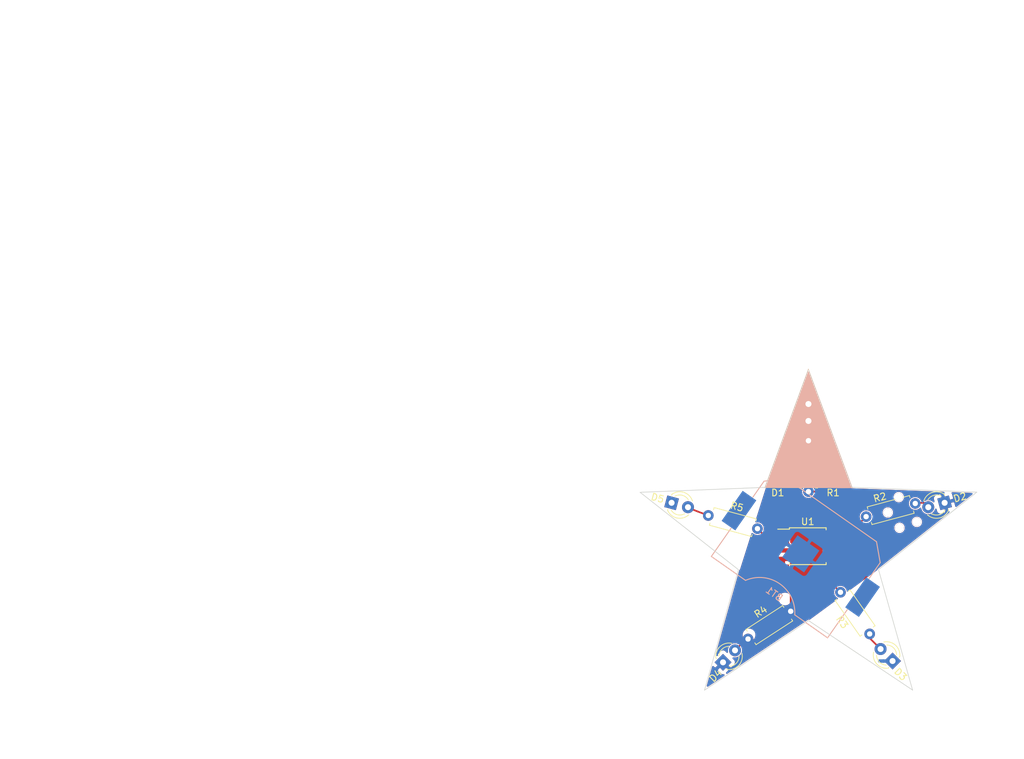
<source format=kicad_pcb>
(kicad_pcb (version 20171130) (host pcbnew 5.0.0-4.fc30)

  (general
    (thickness 1.6)
    (drawings 11)
    (tracks 39)
    (zones 0)
    (modules 21)
    (nets 14)
  )

  (page A4)
  (layers
    (0 F.Cu signal)
    (31 B.Cu signal)
    (32 B.Adhes user)
    (33 F.Adhes user)
    (34 B.Paste user)
    (35 F.Paste user)
    (36 B.SilkS user)
    (37 F.SilkS user)
    (38 B.Mask user hide)
    (39 F.Mask user hide)
    (40 Dwgs.User user)
    (41 Cmts.User user)
    (42 Eco1.User user)
    (43 Eco2.User user)
    (44 Edge.Cuts user)
    (45 Margin user)
    (46 B.CrtYd user hide)
    (47 F.CrtYd user hide)
    (48 B.Fab user hide)
    (49 F.Fab user hide)
  )

  (setup
    (last_trace_width 0.254)
    (user_trace_width 0.1524)
    (user_trace_width 0.2032)
    (user_trace_width 0.254)
    (user_trace_width 0.508)
    (trace_clearance 0.1524)
    (zone_clearance 0.1)
    (zone_45_only no)
    (trace_min 0.1524)
    (segment_width 0.2)
    (edge_width 0.15)
    (via_size 0.6858)
    (via_drill 0.3302)
    (via_min_size 0.6858)
    (via_min_drill 0.3302)
    (uvia_size 0.3)
    (uvia_drill 0.1)
    (uvias_allowed no)
    (uvia_min_size 0.2)
    (uvia_min_drill 0.1)
    (pcb_text_width 0.3)
    (pcb_text_size 1.5 1.5)
    (mod_edge_width 0.15)
    (mod_text_size 1 1)
    (mod_text_width 0.15)
    (pad_size 1.27 1.27)
    (pad_drill 1.27)
    (pad_to_mask_clearance 0.2)
    (aux_axis_origin 0 0)
    (visible_elements FFFFFF7F)
    (pcbplotparams
      (layerselection 0x010f0_80000001)
      (usegerberextensions false)
      (usegerberattributes false)
      (usegerberadvancedattributes false)
      (creategerberjobfile false)
      (excludeedgelayer true)
      (linewidth 0.100000)
      (plotframeref false)
      (viasonmask false)
      (mode 1)
      (useauxorigin false)
      (hpglpennumber 1)
      (hpglpenspeed 20)
      (hpglpendiameter 15.000000)
      (psnegative false)
      (psa4output false)
      (plotreference true)
      (plotvalue true)
      (plotinvisibletext false)
      (padsonsilk false)
      (subtractmaskfromsilk false)
      (outputformat 1)
      (mirror false)
      (drillshape 1)
      (scaleselection 1)
      (outputdirectory "gerbers/"))
  )

  (net 0 "")
  (net 1 GND)
  (net 2 /VCC)
  (net 3 "Net-(D1-Pad2)")
  (net 4 "Net-(D2-Pad2)")
  (net 5 "Net-(D3-Pad2)")
  (net 6 "Net-(D4-Pad2)")
  (net 7 "Net-(D5-Pad2)")
  (net 8 /LED1)
  (net 9 /LED2)
  (net 10 /LED3)
  (net 11 /LED4)
  (net 12 /LED5)
  (net 13 /NC)

  (net_class Default "This is the default net class."
    (clearance 0.1524)
    (trace_width 0.1524)
    (via_dia 0.6858)
    (via_drill 0.3302)
    (uvia_dia 0.3)
    (uvia_drill 0.1)
    (add_net /LED1)
    (add_net /LED2)
    (add_net /LED3)
    (add_net /LED4)
    (add_net /LED5)
    (add_net /NC)
    (add_net /VCC)
    (add_net GND)
    (add_net "Net-(D1-Pad2)")
    (add_net "Net-(D2-Pad2)")
    (add_net "Net-(D3-Pad2)")
    (add_net "Net-(D4-Pad2)")
    (add_net "Net-(D5-Pad2)")
  )

  (module star:CR2030_Retainer (layer B.Cu) (tedit 5BA89DC2) (tstamp 5BB5001A)
    (at 117.15 81.55 325)
    (path /5BA8809B)
    (fp_text reference BT1 (at 0.2 7.2 145) (layer B.SilkS)
      (effects (font (size 1 1) (thickness 0.15)) (justify mirror))
    )
    (fp_text value Battery_Cell (at -4.75 9 325) (layer B.Fab)
      (effects (font (size 1 1) (thickness 0.15)) (justify mirror))
    )
    (fp_line (start 10.5 2.85) (end 10.5 8) (layer B.SilkS) (width 0.15))
    (fp_line (start 8.25 -8) (end 10.5 -5.75) (layer B.SilkS) (width 0.15))
    (fp_line (start 10.5 -5.75) (end 10.5 -2.85) (layer B.SilkS) (width 0.15))
    (fp_line (start -8.5 -8) (end -10.75 -5.75) (layer B.SilkS) (width 0.15))
    (fp_line (start -10.75 -5.75) (end -10.75 -2.85) (layer B.SilkS) (width 0.15))
    (fp_line (start -8.5 -8) (end 8.25 -8) (layer B.SilkS) (width 0.15))
    (fp_line (start -10.75 2.85) (end -10.75 8) (layer B.SilkS) (width 0.15))
    (fp_arc (start 0 10.75) (end 4.5 8) (angle -117) (layer B.SilkS) (width 0.15))
    (fp_line (start -10.75 8) (end -4.5 8) (layer B.SilkS) (width 0.15))
    (fp_line (start 10.5 8) (end 4.5 8) (layer B.SilkS) (width 0.15))
    (pad 1 smd rect (at 11.3 0 325) (size 2.5 5.5) (layers B.Cu B.Paste B.Mask)
      (net 2 /VCC))
    (pad 1 smd rect (at -11.3 0 325) (size 2.5 5.5) (layers B.Cu B.Paste B.Mask)
      (net 2 /VCC))
    (pad 2 smd rect (at 0 0 325) (size 4 4) (layers B.Cu B.Paste B.Mask)
      (net 1 GND))
  )

  (module LOGO (layer F.Cu) (tedit 0) (tstamp 0)
    (at 118.3 79.2)
    (fp_text reference G*** (at 0 0) (layer F.SilkS) hide
      (effects (font (size 1.524 1.524) (thickness 0.3)))
    )
    (fp_text value LOGO (at 0.75 0) (layer F.SilkS) hide
      (effects (font (size 1.524 1.524) (thickness 0.3)))
    )
    (fp_poly (pts (xy 0.023359 -25.358545) (xy 0.024324 -25.31315) (xy 0.021881 -25.286562) (xy 0.0274 -25.259846)
      (xy 0.040368 -25.261203) (xy 0.054278 -25.259822) (xy 0.050409 -25.24235) (xy 0.051316 -25.214512)
      (xy 0.062484 -25.2095) (xy 0.077228 -25.196666) (xy 0.074083 -25.188334) (xy 0.07463 -25.16878)
      (xy 0.081435 -25.167167) (xy 0.092867 -25.150192) (xy 0.089934 -25.121524) (xy 0.086579 -25.090088)
      (xy 0.10424 -25.092118) (xy 0.105769 -25.093044) (xy 0.123609 -25.098635) (xy 0.118708 -25.086208)
      (xy 0.116756 -25.05132) (xy 0.130518 -25.014146) (xy 0.148841 -24.971349) (xy 0.151842 -24.947746)
      (xy 0.158433 -24.918284) (xy 0.179095 -24.879699) (xy 0.20351 -24.831392) (xy 0.211666 -24.797495)
      (xy 0.223515 -24.768863) (xy 0.234082 -24.765) (xy 0.24645 -24.75191) (xy 0.242843 -24.742907)
      (xy 0.242517 -24.709649) (xy 0.251756 -24.69362) (xy 0.275447 -24.644343) (xy 0.291455 -24.570981)
      (xy 0.29476 -24.53621) (xy 0.307494 -24.518298) (xy 0.31643 -24.520923) (xy 0.332356 -24.510728)
      (xy 0.347419 -24.470081) (xy 0.35094 -24.45338) (xy 0.365465 -24.394375) (xy 0.382647 -24.352183)
      (xy 0.385582 -24.347886) (xy 0.396728 -24.313807) (xy 0.393273 -24.302069) (xy 0.396298 -24.278063)
      (xy 0.403187 -24.274299) (xy 0.426515 -24.249376) (xy 0.430795 -24.23545) (xy 0.444633 -24.193323)
      (xy 0.463022 -24.154805) (xy 0.479675 -24.107465) (xy 0.479062 -24.076781) (xy 0.483498 -24.041802)
      (xy 0.509212 -23.99576) (xy 0.511828 -23.992358) (xy 0.542849 -23.937686) (xy 0.555625 -23.885173)
      (xy 0.561896 -23.846058) (xy 0.573481 -23.833667) (xy 0.582292 -23.817812) (xy 0.577821 -23.798445)
      (xy 0.575073 -23.77457) (xy 0.586663 -23.77704) (xy 0.608746 -23.771427) (xy 0.620036 -23.748733)
      (xy 0.621184 -23.719627) (xy 0.608588 -23.720492) (xy 0.595812 -23.721131) (xy 0.599344 -23.712987)
      (xy 0.615578 -23.680515) (xy 0.63819 -23.629496) (xy 0.658203 -23.580733) (xy 0.666016 -23.5585)
      (xy 0.689068 -23.488855) (xy 0.713789 -23.440688) (xy 0.725298 -23.428534) (xy 0.739927 -23.410113)
      (xy 0.749914 -23.371154) (xy 0.757409 -23.302065) (xy 0.759298 -23.276793) (xy 0.771397 -23.25091)
      (xy 0.786763 -23.253807) (xy 0.802716 -23.254827) (xy 0.798246 -23.234502) (xy 0.800547 -23.192335)
      (xy 0.814808 -23.17005) (xy 0.833095 -23.139785) (xy 0.830396 -23.125953) (xy 0.8318 -23.104542)
      (xy 0.841926 -23.095764) (xy 0.862552 -23.064969) (xy 0.875264 -23.014947) (xy 0.892698 -22.949586)
      (xy 0.917659 -22.900323) (xy 0.944319 -22.841212) (xy 0.9525 -22.791791) (xy 0.959003 -22.749283)
      (xy 0.973416 -22.733001) (xy 0.989508 -22.714297) (xy 1.004263 -22.667575) (xy 1.00781 -22.648719)
      (xy 1.021325 -22.596535) (xy 1.038256 -22.57663) (xy 1.043144 -22.577945) (xy 1.056485 -22.573661)
      (xy 1.053058 -22.545781) (xy 1.050768 -22.515142) (xy 1.060307 -22.51197) (xy 1.073384 -22.502253)
      (xy 1.079448 -22.462661) (xy 1.0795 -22.457834) (xy 1.084741 -22.416114) (xy 1.097504 -22.403143)
      (xy 1.098944 -22.403853) (xy 1.114203 -22.39347) (xy 1.130975 -22.357098) (xy 1.143987 -22.310534)
      (xy 1.147966 -22.269576) (xy 1.146654 -22.260908) (xy 1.156319 -22.23411) (xy 1.17509 -22.211053)
      (xy 1.19746 -22.162679) (xy 1.194367 -22.135453) (xy 1.190777 -22.105633) (xy 1.203989 -22.107032)
      (xy 1.218842 -22.106411) (xy 1.215877 -22.091908) (xy 1.220515 -22.055307) (xy 1.235101 -22.037113)
      (xy 1.255664 -21.996259) (xy 1.253897 -21.966912) (xy 1.250798 -21.936007) (xy 1.26895 -21.938609)
      (xy 1.269936 -21.939211) (xy 1.287785 -21.944798) (xy 1.282974 -21.932535) (xy 1.282646 -21.899179)
      (xy 1.300944 -21.858784) (xy 1.320387 -21.818484) (xy 1.320123 -21.795346) (xy 1.320766 -21.770194)
      (xy 1.341216 -21.728989) (xy 1.366525 -21.67998) (xy 1.375833 -21.643662) (xy 1.387682 -21.61503)
      (xy 1.398249 -21.611167) (xy 1.410617 -21.598077) (xy 1.40701 -21.589073) (xy 1.406683 -21.555816)
      (xy 1.415923 -21.539787) (xy 1.439613 -21.49051) (xy 1.455621 -21.417148) (xy 1.458927 -21.382376)
      (xy 1.471661 -21.364464) (xy 1.480597 -21.36709) (xy 1.496522 -21.356894) (xy 1.511586 -21.316247)
      (xy 1.515107 -21.299547) (xy 1.529632 -21.240542) (xy 1.546813 -21.198349) (xy 1.549748 -21.194053)
      (xy 1.560894 -21.159974) (xy 1.55744 -21.148236) (xy 1.560465 -21.12423) (xy 1.567354 -21.120466)
      (xy 1.590682 -21.095543) (xy 1.594962 -21.081616) (xy 1.6088 -21.03949) (xy 1.627189 -21.000972)
      (xy 1.643842 -20.953632) (xy 1.643229 -20.922947) (xy 1.647665 -20.887969) (xy 1.673379 -20.841927)
      (xy 1.675995 -20.838524) (xy 1.707015 -20.783852) (xy 1.719791 -20.73134) (xy 1.726063 -20.692224)
      (xy 1.737648 -20.679834) (xy 1.746458 -20.663978) (xy 1.741988 -20.644612) (xy 1.739239 -20.620737)
      (xy 1.750829 -20.623207) (xy 1.772913 -20.617594) (xy 1.784202 -20.5949) (xy 1.785351 -20.565793)
      (xy 1.772755 -20.566658) (xy 1.759978 -20.567298) (xy 1.76351 -20.559154) (xy 1.779745 -20.526681)
      (xy 1.802357 -20.475663) (xy 1.82237 -20.426899) (xy 1.830183 -20.404667) (xy 1.853234 -20.335022)
      (xy 1.877955 -20.286855) (xy 1.889464 -20.274701) (xy 1.904094 -20.25628) (xy 1.914081 -20.217321)
      (xy 1.921575 -20.148232) (xy 1.923465 -20.12296) (xy 1.935563 -20.097077) (xy 1.95093 -20.099974)
      (xy 1.966883 -20.100994) (xy 1.962413 -20.080669) (xy 1.964714 -20.038502) (xy 1.978974 -20.016216)
      (xy 1.997262 -19.985952) (xy 1.994563 -19.972119) (xy 1.995966 -19.950708) (xy 2.006092 -19.94193)
      (xy 2.026719 -19.911136) (xy 2.03943 -19.861114) (xy 2.056865 -19.795752) (xy 2.081825 -19.74649)
      (xy 2.108486 -19.687378) (xy 2.116666 -19.637957) (xy 2.12317 -19.59545) (xy 2.137583 -19.579167)
      (xy 2.153675 -19.560463) (xy 2.16843 -19.513742) (xy 2.171976 -19.494885) (xy 2.185492 -19.442702)
      (xy 2.202422 -19.422796) (xy 2.207311 -19.424112) (xy 2.220652 -19.419828) (xy 2.217224 -19.391948)
      (xy 2.214935 -19.361308) (xy 2.224473 -19.358137) (xy 2.237551 -19.34842) (xy 2.243614 -19.308827)
      (xy 2.243666 -19.304001) (xy 2.248908 -19.262281) (xy 2.261671 -19.24931) (xy 2.26311 -19.250019)
      (xy 2.278862 -19.240099) (xy 2.295263 -19.203184) (xy 2.307671 -19.154283) (xy 2.311447 -19.108403)
      (xy 2.310232 -19.097625) (xy 2.317881 -19.073297) (xy 2.325334 -19.071167) (xy 2.345357 -19.053344)
      (xy 2.366613 -19.010125) (xy 2.367747 -19.006942) (xy 2.379463 -18.963549) (xy 2.371632 -18.95453)
      (xy 2.367706 -18.95658) (xy 2.356744 -18.955088) (xy 2.368668 -18.926734) (xy 2.394819 -18.887305)
      (xy 2.411126 -18.871242) (xy 2.421557 -18.844077) (xy 2.418261 -18.813836) (xy 2.414914 -18.782415)
      (xy 2.432587 -18.78446) (xy 2.434102 -18.785378) (xy 2.451952 -18.790964) (xy 2.44714 -18.778702)
      (xy 2.446812 -18.745345) (xy 2.465111 -18.70495) (xy 2.484553 -18.66465) (xy 2.48429 -18.641513)
      (xy 2.484933 -18.616361) (xy 2.505382 -18.575156) (xy 2.530691 -18.526147) (xy 2.54 -18.489829)
      (xy 2.551848 -18.461196) (xy 2.562415 -18.457334) (xy 2.574784 -18.444244) (xy 2.571176 -18.43524)
      (xy 2.57085 -18.401983) (xy 2.580089 -18.385954) (xy 2.60378 -18.336676) (xy 2.619788 -18.263314)
      (xy 2.623093 -18.228543) (xy 2.635827 -18.210631) (xy 2.644763 -18.213256) (xy 2.660689 -18.203061)
      (xy 2.675753 -18.162414) (xy 2.679273 -18.145714) (xy 2.693799 -18.086708) (xy 2.71098 -18.044516)
      (xy 2.713915 -18.040219) (xy 2.725061 -18.006141) (xy 2.721607 -17.994402) (xy 2.724631 -17.970396)
      (xy 2.73152 -17.966632) (xy 2.754848 -17.941709) (xy 2.759128 -17.927783) (xy 2.772967 -17.885656)
      (xy 2.791356 -17.847138) (xy 2.808009 -17.799798) (xy 2.807395 -17.769114) (xy 2.811831 -17.734136)
      (xy 2.837546 -17.688093) (xy 2.840161 -17.684691) (xy 2.871182 -17.630019) (xy 2.883958 -17.577507)
      (xy 2.890229 -17.538391) (xy 2.901814 -17.526) (xy 2.910625 -17.510145) (xy 2.906155 -17.490778)
      (xy 2.903406 -17.466903) (xy 2.914996 -17.469373) (xy 2.93708 -17.463761) (xy 2.948369 -17.441067)
      (xy 2.949518 -17.41196) (xy 2.936922 -17.412825) (xy 2.924145 -17.413465) (xy 2.927677 -17.405321)
      (xy 2.943911 -17.372848) (xy 2.966524 -17.32183) (xy 2.986537 -17.273066) (xy 2.99435 -17.250834)
      (xy 3.017401 -17.181188) (xy 3.042122 -17.133022) (xy 3.053631 -17.120867) (xy 3.068261 -17.102446)
      (xy 3.078248 -17.063487) (xy 3.085742 -16.994398) (xy 3.087631 -16.969126) (xy 3.09973 -16.943243)
      (xy 3.115097 -16.94614) (xy 3.13105 -16.94716) (xy 3.126579 -16.926835) (xy 3.128881 -16.884668)
      (xy 3.143141 -16.862383) (xy 3.161428 -16.832118) (xy 3.15873 -16.818286) (xy 3.160133 -16.796875)
      (xy 3.170259 -16.788097) (xy 3.190885 -16.757302) (xy 3.203597 -16.70728) (xy 3.221032 -16.641919)
      (xy 3.245992 -16.592657) (xy 3.272653 -16.533545) (xy 3.280833 -16.484124) (xy 3.287337 -16.441617)
      (xy 3.301749 -16.425334) (xy 3.317842 -16.40663) (xy 3.332596 -16.359909) (xy 3.336143 -16.341052)
      (xy 3.349659 -16.288869) (xy 3.366589 -16.268963) (xy 3.371478 -16.270278) (xy 3.384818 -16.265995)
      (xy 3.381391 -16.238114) (xy 3.379102 -16.207475) (xy 3.38864 -16.204304) (xy 3.401717 -16.194586)
      (xy 3.407781 -16.154994) (xy 3.407833 -16.150167) (xy 3.413074 -16.108447) (xy 3.425837 -16.095477)
      (xy 3.427277 -16.096186) (xy 3.443029 -16.086265) (xy 3.459429 -16.049351) (xy 3.471838 -16.000449)
      (xy 3.475614 -15.95457) (xy 3.474399 -15.943792) (xy 3.482047 -15.919464) (xy 3.489501 -15.917334)
      (xy 3.509524 -15.89951) (xy 3.53078 -15.856291) (xy 3.531914 -15.853109) (xy 3.542479 -15.811261)
      (xy 3.535457 -15.80066) (xy 3.533824 -15.801541) (xy 3.526599 -15.794791) (xy 3.537616 -15.760933)
      (xy 3.53807 -15.759932) (xy 3.560832 -15.720527) (xy 3.578095 -15.705667) (xy 3.595076 -15.688098)
      (xy 3.604473 -15.663305) (xy 3.605746 -15.633901) (xy 3.592316 -15.635302) (xy 3.587683 -15.628805)
      (xy 3.60303 -15.595696) (xy 3.615176 -15.575079) (xy 3.640905 -15.525969) (xy 3.649911 -15.492661)
      (xy 3.648102 -15.487325) (xy 3.648994 -15.462428) (xy 3.669549 -15.421322) (xy 3.694858 -15.372314)
      (xy 3.704166 -15.335995) (xy 3.716015 -15.307363) (xy 3.726582 -15.3035) (xy 3.73895 -15.29041)
      (xy 3.735343 -15.281407) (xy 3.735017 -15.248149) (xy 3.744256 -15.23212) (xy 3.767947 -15.182843)
      (xy 3.783955 -15.109481) (xy 3.78726 -15.07471) (xy 3.799994 -15.056798) (xy 3.80893 -15.059423)
      (xy 3.824856 -15.049228) (xy 3.839919 -15.008581) (xy 3.84344 -14.99188) (xy 3.857965 -14.932875)
      (xy 3.875147 -14.890683) (xy 3.878082 -14.886386) (xy 3.889228 -14.852307) (xy 3.885773 -14.840569)
      (xy 3.888798 -14.816563) (xy 3.895687 -14.812799) (xy 3.919015 -14.787876) (xy 3.923295 -14.77395)
      (xy 3.937133 -14.731823) (xy 3.955522 -14.693305) (xy 3.972175 -14.645965) (xy 3.971562 -14.615281)
      (xy 3.975998 -14.580302) (xy 4.001712 -14.53426) (xy 4.004328 -14.530858) (xy 4.035349 -14.476186)
      (xy 4.048125 -14.423673) (xy 4.054396 -14.384558) (xy 4.065981 -14.372167) (xy 4.074792 -14.356312)
      (xy 4.070321 -14.336945) (xy 4.067573 -14.31307) (xy 4.079163 -14.31554) (xy 4.101246 -14.309927)
      (xy 4.112536 -14.287233) (xy 4.113684 -14.258127) (xy 4.101088 -14.258992) (xy 4.088312 -14.259631)
      (xy 4.091844 -14.251487) (xy 4.108078 -14.219015) (xy 4.13069 -14.167996) (xy 4.150703 -14.119233)
      (xy 4.158516 -14.097) (xy 4.181568 -14.027355) (xy 4.206289 -13.979188) (xy 4.217798 -13.967034)
      (xy 4.232427 -13.948613) (xy 4.242414 -13.909654) (xy 4.249909 -13.840565) (xy 4.251798 -13.815293)
      (xy 4.263897 -13.78941) (xy 4.279263 -13.792307) (xy 4.295216 -13.793327) (xy 4.290746 -13.773002)
      (xy 4.293047 -13.730835) (xy 4.307308 -13.70855) (xy 4.325595 -13.678285) (xy 4.322896 -13.664453)
      (xy 4.3243 -13.643042) (xy 4.334426 -13.634264) (xy 4.355052 -13.603469) (xy 4.367764 -13.553447)
      (xy 4.385198 -13.488086) (xy 4.410159 -13.438823) (xy 4.436819 -13.379712) (xy 4.445 -13.330291)
      (xy 4.451503 -13.287783) (xy 4.465916 -13.2715) (xy 4.482008 -13.252797) (xy 4.496763 -13.206075)
      (xy 4.50031 -13.187219) (xy 4.513825 -13.135035) (xy 4.530756 -13.11513) (xy 4.535644 -13.116445)
      (xy 4.548985 -13.112161) (xy 4.545558 -13.084281) (xy 4.543268 -13.053642) (xy 4.552807 -13.05047)
      (xy 4.565884 -13.040753) (xy 4.571948 -13.001161) (xy 4.572 -12.996334) (xy 4.577241 -12.954614)
      (xy 4.590004 -12.941643) (xy 4.591444 -12.942353) (xy 4.607196 -12.932432) (xy 4.623596 -12.895517)
      (xy 4.636005 -12.846616) (xy 4.639781 -12.800736) (xy 4.638565 -12.789959) (xy 4.646214 -12.765631)
      (xy 4.653668 -12.7635) (xy 4.67369 -12.745677) (xy 4.694947 -12.702458) (xy 4.69608 -12.699276)
      (xy 4.706646 -12.657428) (xy 4.699623 -12.646827) (xy 4.69799 -12.647707) (xy 4.690765 -12.640958)
      (xy 4.701783 -12.6071) (xy 4.702236 -12.606099) (xy 4.724998 -12.566694) (xy 4.742262 -12.551834)
      (xy 4.759243 -12.534265) (xy 4.76864 -12.509471) (xy 4.769837 -12.480522) (xy 4.758777 -12.480051)
      (xy 4.754043 -12.472454) (xy 4.767598 -12.43777) (xy 4.775686 -12.421872) (xy 4.799019 -12.371265)
      (xy 4.808701 -12.33635) (xy 4.808364 -12.332413) (xy 4.815063 -12.302944) (xy 4.835762 -12.264366)
      (xy 4.860177 -12.216059) (xy 4.868333 -12.182162) (xy 4.880182 -12.15353) (xy 4.890749 -12.149667)
      (xy 4.903117 -12.136577) (xy 4.89951 -12.127573) (xy 4.899183 -12.094316) (xy 4.908423 -12.078287)
      (xy 4.932113 -12.02901) (xy 4.948121 -11.955648) (xy 4.951427 -11.920876) (xy 4.964161 -11.902964)
      (xy 4.973097 -11.90559) (xy 4.989022 -11.895394) (xy 5.004086 -11.854747) (xy 5.007607 -11.838047)
      (xy 5.022132 -11.779042) (xy 5.039313 -11.736849) (xy 5.042248 -11.732553) (xy 5.053394 -11.698474)
      (xy 5.04994 -11.686736) (xy 5.052965 -11.66273) (xy 5.059854 -11.658966) (xy 5.083182 -11.634043)
      (xy 5.087462 -11.620116) (xy 5.1013 -11.57799) (xy 5.119689 -11.539472) (xy 5.136342 -11.492132)
      (xy 5.135729 -11.461447) (xy 5.140165 -11.426469) (xy 5.165879 -11.380427) (xy 5.168495 -11.377024)
      (xy 5.199515 -11.322352) (xy 5.212291 -11.26984) (xy 5.218563 -11.230724) (xy 5.230148 -11.218334)
      (xy 5.238958 -11.202478) (xy 5.234488 -11.183112) (xy 5.231739 -11.159237) (xy 5.243329 -11.161707)
      (xy 5.265413 -11.156094) (xy 5.276702 -11.1334) (xy 5.277851 -11.104293) (xy 5.265255 -11.105158)
      (xy 5.252478 -11.105798) (xy 5.25601 -11.097654) (xy 5.272245 -11.065181) (xy 5.294857 -11.014163)
      (xy 5.31487 -10.965399) (xy 5.322683 -10.943167) (xy 5.345734 -10.873522) (xy 5.370455 -10.825355)
      (xy 5.381964 -10.813201) (xy 5.396594 -10.79478) (xy 5.406581 -10.755821) (xy 5.414075 -10.686732)
      (xy 5.415965 -10.66146) (xy 5.428063 -10.635577) (xy 5.44343 -10.638474) (xy 5.459383 -10.639494)
      (xy 5.454913 -10.619169) (xy 5.457214 -10.577002) (xy 5.471474 -10.554716) (xy 5.489762 -10.524452)
      (xy 5.487063 -10.510619) (xy 5.488466 -10.489208) (xy 5.498592 -10.48043) (xy 5.519219 -10.449636)
      (xy 5.53193 -10.399614) (xy 5.549365 -10.334252) (xy 5.574325 -10.28499) (xy 5.600986 -10.225878)
      (xy 5.609166 -10.176457) (xy 5.61567 -10.13395) (xy 5.630083 -10.117667) (xy 5.646175 -10.098963)
      (xy 5.66093 -10.052242) (xy 5.664476 -10.033385) (xy 5.677992 -9.981202) (xy 5.694922 -9.961296)
      (xy 5.699811 -9.962612) (xy 5.713152 -9.958328) (xy 5.709724 -9.930448) (xy 5.707435 -9.899808)
      (xy 5.716973 -9.896637) (xy 5.730051 -9.88692) (xy 5.736114 -9.847327) (xy 5.736166 -9.8425)
      (xy 5.741408 -9.800781) (xy 5.754171 -9.78781) (xy 5.75561 -9.788519) (xy 5.771362 -9.778599)
      (xy 5.787763 -9.741684) (xy 5.800171 -9.692783) (xy 5.803947 -9.646903) (xy 5.802732 -9.636125)
      (xy 5.810381 -9.611797) (xy 5.817834 -9.609667) (xy 5.837857 -9.591844) (xy 5.859113 -9.548625)
      (xy 5.860247 -9.545442) (xy 5.870812 -9.503594) (xy 5.86379 -9.492994) (xy 5.862157 -9.493874)
      (xy 5.854932 -9.487125) (xy 5.86595 -9.453266) (xy 5.866403 -9.452266) (xy 5.889165 -9.412861)
      (xy 5.906428 -9.398) (xy 5.923409 -9.380432) (xy 5.932807 -9.355638) (xy 5.934109 -9.326185)
      (xy 5.920241 -9.327888) (xy 5.91537 -9.321106) (xy 5.929946 -9.287262) (xy 5.943382 -9.263207)
      (xy 5.972713 -9.204628) (xy 5.988994 -9.154889) (xy 5.990166 -9.14404) (xy 6.000167 -9.104025)
      (xy 6.011333 -9.091084) (xy 6.029114 -9.061229) (xy 6.0325 -9.036918) (xy 6.042135 -9.003216)
      (xy 6.054915 -8.995834) (xy 6.067284 -8.982744) (xy 6.063676 -8.97374) (xy 6.06335 -8.940483)
      (xy 6.072589 -8.924454) (xy 6.09628 -8.875176) (xy 6.112288 -8.801814) (xy 6.115593 -8.767043)
      (xy 6.128327 -8.749131) (xy 6.137263 -8.751756) (xy 6.153189 -8.741561) (xy 6.168253 -8.700914)
      (xy 6.171773 -8.684214) (xy 6.186299 -8.625208) (xy 6.20348 -8.583016) (xy 6.206415 -8.578719)
      (xy 6.217561 -8.544641) (xy 6.214107 -8.532902) (xy 6.217131 -8.508896) (xy 6.22402 -8.505132)
      (xy 6.247348 -8.480209) (xy 6.251628 -8.466283) (xy 6.265467 -8.424156) (xy 6.283856 -8.385638)
      (xy 6.300509 -8.338298) (xy 6.299895 -8.307614) (xy 6.304331 -8.272636) (xy 6.330046 -8.226593)
      (xy 6.332661 -8.223191) (xy 6.363682 -8.168519) (xy 6.376458 -8.116007) (xy 6.382729 -8.076891)
      (xy 6.394314 -8.0645) (xy 6.403125 -8.048645) (xy 6.398655 -8.029278) (xy 6.395906 -8.005403)
      (xy 6.407496 -8.007873) (xy 6.42958 -8.002261) (xy 6.440869 -7.979567) (xy 6.442018 -7.95046)
      (xy 6.429422 -7.951325) (xy 6.416645 -7.951965) (xy 6.420177 -7.943821) (xy 6.437282 -7.910008)
      (xy 6.458715 -7.861175) (xy 6.477911 -7.814341) (xy 6.489127 -7.783541) (xy 6.50039 -7.745621)
      (xy 6.507478 -7.720542) (xy 6.524436 -7.678621) (xy 6.54053 -7.662334) (xy 6.562453 -7.644721)
      (xy 6.574219 -7.605847) (xy 6.570685 -7.570639) (xy 6.548761 -7.567818) (xy 6.486516 -7.565141)
      (xy 6.385911 -7.562606) (xy 6.248907 -7.560213) (xy 6.077465 -7.557963) (xy 5.873546 -7.555853)
      (xy 5.639111 -7.553885) (xy 5.37612 -7.552058) (xy 5.086534 -7.55037) (xy 4.772315 -7.548822)
      (xy 4.435423 -7.547414) (xy 4.077819 -7.546144) (xy 3.701465 -7.545013) (xy 3.30832 -7.544019)
      (xy 2.900346 -7.543163) (xy 2.479503 -7.542444) (xy 2.047754 -7.541861) (xy 1.607057 -7.541415)
      (xy 1.159375 -7.541104) (xy 0.706669 -7.540928) (xy 0.250898 -7.540888) (xy -0.205975 -7.540981)
      (xy -0.66199 -7.541209) (xy -1.115187 -7.54157) (xy -1.563604 -7.542063) (xy -2.00528 -7.54269)
      (xy -2.438255 -7.543448) (xy -2.860567 -7.544339) (xy -3.270256 -7.54536) (xy -3.66536 -7.546512)
      (xy -4.04392 -7.547795) (xy -4.403974 -7.549207) (xy -4.74356 -7.550749) (xy -5.060719 -7.55242)
      (xy -5.353489 -7.554219) (xy -5.61991 -7.556147) (xy -5.85802 -7.558202) (xy -6.065859 -7.560384)
      (xy -6.241465 -7.562693) (xy -6.382879 -7.565129) (xy -6.488138 -7.56769) (xy -6.555282 -7.570377)
      (xy -6.582351 -7.573189) (xy -6.582834 -7.573625) (xy -6.571037 -7.591161) (xy -6.561667 -7.58825)
      (xy -6.541701 -7.592044) (xy -6.538781 -7.602876) (xy -6.532589 -7.683928) (xy -6.525134 -7.73178)
      (xy -6.514349 -7.755558) (xy -6.502461 -7.763208) (xy -6.486073 -7.782589) (xy -6.488701 -7.791142)
      (xy -6.486894 -7.809378) (xy -6.481007 -7.8105) (xy -6.464857 -7.827929) (xy -6.462424 -7.847542)
      (xy -6.457478 -7.90126) (xy -6.443091 -7.951183) (xy -6.424383 -7.983719) (xy -6.40952 -7.987957)
      (xy -6.395878 -7.994038) (xy -6.395902 -8.016602) (xy -6.388952 -8.067086) (xy -6.375325 -8.091241)
      (xy -6.350342 -8.139326) (xy -6.341935 -8.173868) (xy -6.340567 -8.180917) (xy 6.328833 -8.180917)
      (xy 6.339416 -8.170334) (xy 6.35 -8.180917) (xy 6.339416 -8.1915) (xy 6.328833 -8.180917)
      (xy -6.340567 -8.180917) (xy -6.332346 -8.22325) (xy -6.328834 -8.22325) (xy -6.31825 -8.212667)
      (xy -6.307667 -8.22325) (xy -6.31825 -8.233834) (xy -6.328834 -8.22325) (xy -6.332346 -8.22325)
      (xy -6.331103 -8.229649) (xy -6.308357 -8.29574) (xy -6.280658 -8.360834) (xy -6.261167 -8.415919)
      (xy -6.253408 -8.453117) (xy -6.238043 -8.49443) (xy -6.224695 -8.507954) (xy -6.203615 -8.539056)
      (xy -6.193797 -8.578459) (xy -6.179202 -8.633469) (xy -6.161309 -8.665571) (xy -6.145289 -8.701878)
      (xy -6.148344 -8.71974) (xy -6.146842 -8.739872) (xy -6.138334 -8.741834) (xy -6.12426 -8.754604)
      (xy -6.127218 -8.76214) (xy -6.128685 -8.79547) (xy -6.119429 -8.820348) (xy -6.089891 -8.889142)
      (xy -6.071633 -8.948431) (xy -6.054401 -8.975417) (xy -6.040203 -8.991155) (xy -6.022805 -9.029598)
      (xy -6.025081 -9.049363) (xy -6.02276 -9.076115) (xy -6.011334 -9.0805) (xy -5.994643 -9.095576)
      (xy -5.996832 -9.109671) (xy -5.993751 -9.148783) (xy -5.98428 -9.162588) (xy -5.971716 -9.182921)
      (xy -5.976551 -9.186334) (xy -5.978201 -9.20075) (xy -5.961214 -9.231097) (xy -5.941737 -9.277039)
      (xy -5.942444 -9.308653) (xy -5.943946 -9.330488) (xy -5.93214 -9.3273) (xy -5.913614 -9.335838)
      (xy -5.897979 -9.381789) (xy -5.894951 -9.3978) (xy -5.88173 -9.45392) (xy -5.866386 -9.489604)
      (xy -5.86225 -9.493817) (xy -5.852919 -9.520201) (xy -5.857105 -9.539734) (xy -5.859719 -9.563066)
      (xy -5.845598 -9.558974) (xy -5.825352 -9.56144) (xy -5.820834 -9.586002) (xy -5.810708 -9.627507)
      (xy -5.798224 -9.642309) (xy -5.783737 -9.671353) (xy -5.785987 -9.683312) (xy -5.784163 -9.719958)
      (xy -5.778113 -9.728796) (xy -5.761196 -9.761841) (xy -5.749086 -9.807294) (xy -5.732893 -9.861993)
      (xy -5.714247 -9.896325) (xy -5.699835 -9.931097) (xy -5.70294 -9.945944) (xy -5.700842 -9.973976)
      (xy -5.694179 -9.97987) (xy -5.676286 -10.009836) (xy -5.672667 -10.035499) (xy -5.663905 -10.064693)
      (xy -5.647903 -10.062527) (xy -5.631731 -10.061417) (xy -5.635495 -10.079419) (xy -5.633096 -10.117767)
      (xy -5.610692 -10.16804) (xy -5.607632 -10.17285) (xy -5.582699 -10.227515) (xy -5.579832 -10.273311)
      (xy -5.579975 -10.273776) (xy -5.582259 -10.300907) (xy -5.571508 -10.300473) (xy -5.550449 -10.306773)
      (xy -5.539464 -10.329601) (xy -5.537482 -10.35858) (xy -5.545858 -10.360966) (xy -5.5514 -10.370171)
      (xy -5.541795 -10.40695) (xy -5.539739 -10.412541) (xy -5.518938 -10.452413) (xy -5.500262 -10.464878)
      (xy -5.499189 -10.464355) (xy -5.482923 -10.470684) (xy -5.480594 -10.481543) (xy -5.470343 -10.556181)
      (xy -5.451386 -10.610133) (xy -5.436588 -10.627673) (xy -5.4242 -10.655062) (xy -5.428361 -10.666561)
      (xy -5.429277 -10.69975) (xy -5.418667 -10.69975) (xy -5.408084 -10.689167) (xy -5.3975 -10.69975)
      (xy -5.408084 -10.710334) (xy -5.418667 -10.69975) (xy -5.429277 -10.69975) (xy -5.429319 -10.701247)
      (xy -5.417898 -10.721844) (xy -5.404003 -10.746909) (xy -5.408773 -10.752667) (xy -5.409332 -10.765563)
      (xy -5.390152 -10.791427) (xy -5.368543 -10.825663) (xy -5.369232 -10.844343) (xy -5.366615 -10.857085)
      (xy -5.356226 -10.8585) (xy -5.337995 -10.874838) (xy -5.340128 -10.900813) (xy -5.34108 -10.940177)
      (xy -5.332013 -10.954979) (xy -5.316094 -10.983614) (xy -5.312834 -11.009166) (xy -5.304087 -11.038132)
      (xy -5.289399 -11.037016) (xy -5.274734 -11.038631) (xy -5.279294 -11.064528) (xy -5.276132 -11.113376)
      (xy -5.260628 -11.133077) (xy -5.238959 -11.162362) (xy -5.239329 -11.176936) (xy -5.235429 -11.202014)
      (xy -5.229437 -11.206966) (xy -5.217601 -11.234691) (xy -5.220773 -11.250762) (xy -5.219475 -11.277529)
      (xy -5.209265 -11.281834) (xy -5.191061 -11.299776) (xy -5.185834 -11.330041) (xy -5.184781 -11.33475)
      (xy 5.164666 -11.33475) (xy 5.17525 -11.324167) (xy 5.185833 -11.33475) (xy 5.17525 -11.345334)
      (xy 5.164666 -11.33475) (xy -5.184781 -11.33475) (xy -5.173719 -11.384194) (xy -5.151925 -11.42666)
      (xy -5.131343 -11.465764) (xy -5.130804 -11.48786) (xy -5.128365 -11.511053) (xy -5.109151 -11.538706)
      (xy -5.081772 -11.589987) (xy -5.074709 -11.629987) (xy -5.065698 -11.673417) (xy -5.058834 -11.673417)
      (xy -5.04825 -11.662834) (xy -5.037667 -11.673417) (xy -5.04825 -11.684) (xy -5.058834 -11.673417)
      (xy -5.065698 -11.673417) (xy -5.064344 -11.679938) (xy -5.046863 -11.706319) (xy -5.028543 -11.741653)
      (xy -5.030607 -11.759631) (xy -5.029146 -11.785873) (xy -5.019429 -11.789834) (xy -5.005844 -11.805258)
      (xy -5.008846 -11.821584) (xy -5.007915 -11.848768) (xy -4.997598 -11.853334) (xy -4.979457 -11.871293)
      (xy -4.974167 -11.902017) (xy -4.963711 -11.951776) (xy -4.948767 -11.976101) (xy -4.936637 -11.997462)
      (xy -4.943475 -12.001825) (xy -4.947292 -12.010542) (xy -4.935718 -12.019819) (xy -4.907682 -12.053391)
      (xy -4.903373 -12.067119) (xy -4.888218 -12.112261) (xy -4.881494 -12.124617) (xy -4.872456 -12.155695)
      (xy -4.875953 -12.164342) (xy -4.875523 -12.189228) (xy -4.858266 -12.233303) (xy -4.856906 -12.235966)
      (xy -4.834514 -12.293217) (xy -4.826 -12.340365) (xy -4.818886 -12.370926) (xy -4.80728 -12.373429)
      (xy -4.792798 -12.38508) (xy -4.774543 -12.425053) (xy -4.756659 -12.480082) (xy -4.743287 -12.536904)
      (xy -4.738569 -12.582252) (xy -4.739348 -12.591) (xy -4.731741 -12.608801) (xy -4.721583 -12.605625)
      (xy -4.703087 -12.610334) (xy -4.699 -12.631018) (xy -4.685261 -12.680294) (xy -4.672542 -12.698872)
      (xy -4.657358 -12.718044) (xy -4.674472 -12.711123) (xy -4.677834 -12.709216) (xy -4.695397 -12.703204)
      (xy -4.688268 -12.722649) (xy -4.673301 -12.746541) (xy -4.642904 -12.806664) (xy -4.626745 -12.858682)
      (xy -4.611077 -12.911335) (xy -4.59442 -12.941908) (xy -4.581696 -12.971466) (xy -4.585077 -12.981188)
      (xy -4.582346 -13.004748) (xy -4.559578 -13.047091) (xy -4.551804 -13.058471) (xy -4.525087 -13.105622)
      (xy -4.517478 -13.140104) (xy -4.518995 -13.144356) (xy -4.518759 -13.164022) (xy -4.512044 -13.165667)
      (xy -4.492371 -13.184089) (xy -4.47488 -13.228552) (xy -4.464512 -13.282857) (xy -4.464525 -13.321439)
      (xy -4.460178 -13.348021) (xy -4.449129 -13.348136) (xy -4.428492 -13.354719) (xy -4.417631 -13.377601)
      (xy -4.415649 -13.40658) (xy -4.424025 -13.408966) (xy -4.429567 -13.418171) (xy -4.419962 -13.45495)
      (xy -4.417906 -13.460541) (xy -4.396161 -13.499755) (xy -4.375112 -13.510815) (xy -4.373758 -13.510132)
      (xy -4.362316 -13.514013) (xy -4.366656 -13.532612) (xy -4.368732 -13.561928) (xy -4.35967 -13.567834)
      (xy -4.342844 -13.585512) (xy -4.339167 -13.608918) (xy -4.32903 -13.649723) (xy -4.317139 -13.663616)
      (xy -4.30502 -13.692) (xy -4.308824 -13.720433) (xy -4.313031 -13.750347) (xy -4.297379 -13.748087)
      (xy -4.278034 -13.749124) (xy -4.276171 -13.771895) (xy -4.27324 -13.823937) (xy -4.258667 -13.873368)
      (xy -4.238169 -13.903544) (xy -4.229937 -13.9065) (xy -4.214138 -13.922788) (xy -4.214064 -13.932959)
      (xy -4.212818 -13.979124) (xy -4.201192 -14.029311) (xy -4.184079 -14.068992) (xy -4.166371 -14.083641)
      (xy -4.16366 -14.082601) (xy -4.150616 -14.08473) (xy -4.155593 -14.105684) (xy -4.153571 -14.151044)
      (xy -4.138922 -14.173269) (xy -4.118774 -14.212058) (xy -4.120081 -14.235196) (xy -4.119133 -14.26202)
      (xy -4.109263 -14.266334) (xy -4.095677 -14.281758) (xy -4.098679 -14.298084) (xy -4.097748 -14.325268)
      (xy -4.087432 -14.329834) (xy -4.066407 -14.346838) (xy -4.064 -14.360206) (xy -4.056315 -14.401027)
      (xy -4.039581 -14.450164) (xy -4.024662 -14.488584) (xy 4.0005 -14.488584) (xy 4.011083 -14.478)
      (xy 4.021666 -14.488584) (xy 4.011083 -14.499167) (xy 4.0005 -14.488584) (xy -4.024662 -14.488584)
      (xy -4.020387 -14.49959) (xy -4.009933 -14.530917) (xy -3.998594 -14.564025) (xy -3.978515 -14.614455)
      (xy -3.978041 -14.615584) (xy -3.960699 -14.668508) (xy -3.956139 -14.707363) (xy -3.956188 -14.707666)
      (xy -3.948575 -14.725468) (xy -3.938416 -14.722292) (xy -3.917794 -14.726352) (xy -3.913188 -14.741335)
      (xy -3.907737 -14.791751) (xy -3.899445 -14.816971) (xy -3.890834 -14.827556) (xy -3.884316 -14.85746)
      (xy -3.887807 -14.871653) (xy -3.885727 -14.897549) (xy -3.875765 -14.901334) (xy -3.856548 -14.918983)
      (xy -3.852334 -14.942418) (xy -3.843061 -14.982633) (xy -3.832092 -14.996013) (xy -3.82056 -15.023548)
      (xy -3.823773 -15.039595) (xy -3.821888 -15.066332) (xy -3.811016 -15.070667) (xy -3.796272 -15.083501)
      (xy -3.799417 -15.091834) (xy -3.800407 -15.111452) (xy -3.7947 -15.113) (xy -3.779964 -15.131231)
      (xy -3.772365 -15.167806) (xy -3.758637 -15.228502) (xy -3.737893 -15.278931) (xy -3.667507 -15.43194)
      (xy -3.629755 -15.565784) (xy -3.628322 -15.574331) (xy -3.615045 -15.627155) (xy -3.598765 -15.650204)
      (xy -3.592944 -15.649419) (xy -3.579835 -15.65251) (xy -3.582243 -15.665679) (xy -3.577971 -15.702963)
      (xy -3.55853 -15.735764) (xy -3.541006 -15.76119) (xy -3.552821 -15.759668) (xy -3.570137 -15.753362)
      (xy -3.564365 -15.772843) (xy -3.553571 -15.793071) (xy -3.531627 -15.835943) (xy -3.522355 -15.859125)
      (xy -3.513667 -15.885584) (xy -3.503987 -15.913855) (xy -3.503084 -15.917334) (xy -3.493259 -15.952436)
      (xy -3.49264 -15.954375) (xy -3.489994 -15.986125) (xy -3.47633 -16.001348) (xy -3.470085 -16.002)
      (xy -3.458128 -16.015266) (xy -3.462213 -16.025534) (xy -3.464211 -16.055528) (xy -3.458171 -16.062575)
      (xy -3.436537 -16.08617) (xy -3.415128 -16.119818) (xy -3.400983 -16.150115) (xy -3.401142 -16.163657)
      (xy -3.406029 -16.161866) (xy -3.419767 -16.163436) (xy -3.41591 -16.180818) (xy -3.394241 -16.209527)
      (xy -3.382639 -16.213667) (xy -3.368972 -16.228969) (xy -3.370729 -16.239937) (xy -3.365128 -16.275876)
      (xy -3.353211 -16.292481) (xy -3.336987 -16.332321) (xy -3.338969 -16.364771) (xy -3.342257 -16.396525)
      (xy -3.324607 -16.394472) (xy -3.324234 -16.394243) (xy -3.306985 -16.391225) (xy -3.311119 -16.420606)
      (xy -3.312584 -16.425334) (xy -3.318728 -16.458076) (xy -3.303681 -16.458044) (xy -3.300671 -16.456262)
      (xy -3.282465 -16.452578) (xy -3.286562 -16.473231) (xy -3.283189 -16.513338) (xy -3.268514 -16.532608)
      (xy -3.247813 -16.574205) (xy -3.250874 -16.600306) (xy -3.2542 -16.629562) (xy -3.240768 -16.627819)
      (xy -3.22145 -16.631569) (xy -3.217334 -16.652685) (xy -3.203594 -16.70196) (xy -3.190875 -16.720539)
      (xy -3.178018 -16.738774) (xy -3.188902 -16.735327) (xy -3.205188 -16.73779) (xy -3.20237 -16.763733)
      (xy -3.185632 -16.7923) (xy -3.171178 -16.793388) (xy -3.155958 -16.797559) (xy -3.155866 -16.809501)
      (xy -3.154287 -16.854051) (xy -3.14118 -16.904396) (xy -3.122313 -16.943263) (xy -3.107442 -16.9545)
      (xy -3.093894 -16.969805) (xy -3.095714 -16.980959) (xy -3.091925 -17.015403) (xy -3.071194 -17.066601)
      (xy -3.065323 -17.077574) (xy -3.043124 -17.128416) (xy -3.038003 -17.165287) (xy -3.039724 -17.169899)
      (xy -3.03776 -17.198813) (xy -3.028428 -17.207515) (xy -3.008784 -17.237574) (xy -2.99504 -17.289564)
      (xy -2.994503 -17.293526) (xy -2.980872 -17.346896) (xy -2.959971 -17.380252) (xy -2.958578 -17.381221)
      (xy -2.943433 -17.396193) (xy -2.948002 -17.398676) (xy -2.950776 -17.414996) (xy -2.935705 -17.454404)
      (xy -2.932972 -17.459817) (xy -2.915013 -17.505252) (xy -2.914083 -17.533045) (xy -2.914789 -17.5339)
      (xy -2.911576 -17.545994) (xy -2.902112 -17.547167) (xy -2.885649 -17.558813) (xy -2.888347 -17.566871)
      (xy -2.886127 -17.594249) (xy -2.880854 -17.598732) (xy -2.865147 -17.625683) (xy -2.860368 -17.642417)
      (xy 2.836333 -17.642417) (xy 2.846916 -17.631834) (xy 2.8575 -17.642417) (xy 2.846916 -17.653)
      (xy 2.836333 -17.642417) (xy -2.860368 -17.642417) (xy -2.850253 -17.67783) (xy -2.846883 -17.695535)
      (xy -2.83392 -17.74521) (xy -2.818512 -17.768568) (xy -2.813291 -17.768258) (xy -2.795403 -17.774214)
      (xy -2.791355 -17.789335) (xy -2.785903 -17.839751) (xy -2.777612 -17.864971) (xy -2.769001 -17.875556)
      (xy -2.762483 -17.90546) (xy -2.765974 -17.919653) (xy -2.763286 -17.945519) (xy -2.752683 -17.949334)
      (xy -2.73678 -17.960523) (xy -2.739157 -17.967382) (xy -2.736934 -17.996565) (xy -2.721594 -18.024704)
      (xy -2.702915 -18.066709) (xy -2.70337 -18.091322) (xy -2.699228 -18.115673) (xy -2.689183 -18.118667)
      (xy -2.674438 -18.131501) (xy -2.677584 -18.139834) (xy -2.675906 -18.159339) (xy -2.66825 -18.161)
      (xy -2.650707 -18.178934) (xy -2.645703 -18.208625) (xy -2.635809 -18.261805) (xy -2.613953 -18.316878)
      (xy -2.591926 -18.364051) (xy -2.582347 -18.394348) (xy -2.582334 -18.394875) (xy -2.57492 -18.425267)
      (xy -2.557773 -18.471831) (xy -2.541317 -18.522339) (xy -2.537167 -18.556279) (xy -2.525763 -18.589358)
      (xy -2.519395 -18.59457) (xy -2.502718 -18.623968) (xy -2.497667 -18.660916) (xy -2.490401 -18.698044)
      (xy -2.472903 -18.698527) (xy -2.457008 -18.697502) (xy -2.461656 -18.718445) (xy -2.464724 -18.747816)
      (xy -2.456934 -18.753667) (xy -2.434538 -18.770542) (xy -2.426091 -18.786517) (xy -2.424271 -18.808455)
      (xy -2.439701 -18.80362) (xy -2.453762 -18.799148) (xy -2.43839 -18.821853) (xy -2.413784 -18.868303)
      (xy -2.400094 -18.915217) (xy -2.383323 -18.970368) (xy -2.364122 -19.00497) (xy -2.345586 -19.05109)
      (xy -2.345541 -19.074419) (xy -2.342648 -19.106691) (xy -2.333062 -19.1135) (xy -2.311359 -19.130634)
      (xy -2.289237 -19.167766) (xy -2.277764 -19.2024) (xy -2.285298 -19.209181) (xy -2.285597 -19.209)
      (xy -2.297804 -19.212219) (xy -2.294077 -19.228818) (xy -2.272139 -19.257533) (xy -2.260305 -19.261667)
      (xy -2.247819 -19.277046) (xy -2.250797 -19.29205) (xy -2.249956 -19.322457) (xy -2.241325 -19.329476)
      (xy -2.219464 -19.353942) (xy -2.215461 -19.367885) (xy -2.201027 -19.413264) (xy -2.195378 -19.423799)
      (xy -2.189143 -19.462782) (xy -2.194279 -19.485479) (xy -2.198849 -19.510742) (xy -2.180167 -19.505084)
      (xy -2.160737 -19.500047) (xy -2.164729 -19.521231) (xy -2.161771 -19.562076) (xy -2.149344 -19.578398)
      (xy -2.131143 -19.616263) (xy -2.13277 -19.646755) (xy -2.135772 -19.677689) (xy -2.11752 -19.674943)
      (xy -2.117255 -19.674781) (xy -2.09818 -19.670995) (xy -2.100576 -19.687346) (xy -2.096304 -19.72463)
      (xy -2.076864 -19.757431) (xy -2.059699 -19.78239) (xy -2.067068 -19.78386) (xy -2.083385 -19.785719)
      (xy -2.080537 -19.811733) (xy -2.062992 -19.839733) (xy -2.047164 -19.84004) (xy -2.033793 -19.84188)
      (xy -2.038322 -19.861445) (xy -2.040399 -19.890762) (xy -2.031336 -19.896667) (xy -2.014511 -19.914346)
      (xy -2.010834 -19.937751) (xy -2.000842 -19.978457) (xy -1.989106 -19.992264) (xy -1.971156 -20.022429)
      (xy -1.971334 -20.030555) (xy -1.966141 -20.066022) (xy -1.948131 -20.117286) (xy -1.94742 -20.118917)
      (xy -1.929064 -20.174797) (xy -1.924189 -20.219459) (xy -1.917155 -20.250607) (xy -1.905082 -20.256501)
      (xy -1.891203 -20.269389) (xy -1.894417 -20.277667) (xy -1.893116 -20.297189) (xy -1.885747 -20.298834)
      (xy -1.872594 -20.314122) (xy -1.875358 -20.328443) (xy -1.872796 -20.362794) (xy -1.863765 -20.372239)
      (xy -1.850091 -20.397561) (xy -1.852988 -20.40613) (xy -1.849301 -20.424464) (xy -1.8415 -20.425834)
      (xy -1.827076 -20.438143) (xy -1.8298 -20.445193) (xy -1.827723 -20.468553) (xy -1.822375 -20.471651)
      (xy -1.80623 -20.495378) (xy -1.792995 -20.543592) (xy -1.792165 -20.548651) (xy -1.778619 -20.604716)
      (xy -1.760899 -20.64328) (xy -1.7604 -20.643901) (xy -1.742842 -20.680539) (xy -1.726784 -20.737812)
      (xy -1.724657 -20.74844) (xy -1.710326 -20.79625) (xy 1.672166 -20.79625) (xy 1.68275 -20.785667)
      (xy 1.693333 -20.79625) (xy 1.68275 -20.806834) (xy 1.672166 -20.79625) (xy -1.710326 -20.79625)
      (xy -1.709563 -20.798795) (xy -1.691217 -20.815215) (xy -1.687416 -20.81376) (xy -1.673953 -20.815498)
      (xy -1.678489 -20.835112) (xy -1.680023 -20.864398) (xy -1.670254 -20.870334) (xy -1.657799 -20.883132)
      (xy -1.66068 -20.890038) (xy -1.657715 -20.917042) (xy -1.649903 -20.923929) (xy -1.635667 -20.953034)
      (xy -1.63831 -20.967725) (xy -1.635896 -20.993561) (xy -1.625642 -20.997334) (xy -1.612071 -21.00601)
      (xy -1.615539 -21.011261) (xy -1.616308 -21.036793) (xy -1.606731 -21.052584) (xy -1.587321 -21.093559)
      (xy -1.577583 -21.138392) (xy -1.56527 -21.183798) (xy -1.547585 -21.204667) (xy -1.527664 -21.229584)
      (xy -1.524 -21.25172) (xy -1.516049 -21.299788) (xy -1.499416 -21.350498) (xy -1.482946 -21.397639)
      (xy -1.478249 -21.425959) (xy -1.465775 -21.441309) (xy -1.460501 -21.441834) (xy -1.444451 -21.459909)
      (xy -1.439334 -21.493501) (xy -1.431885 -21.538069) (xy -1.419092 -21.557679) (xy -1.40756 -21.585215)
      (xy -1.410773 -21.601262) (xy -1.409475 -21.628029) (xy -1.399265 -21.632334) (xy -1.380048 -21.649983)
      (xy -1.375834 -21.673418) (xy -1.365414 -21.714416) (xy -1.353224 -21.728476) (xy -1.339297 -21.75739)
      (xy -1.341977 -21.772058) (xy -1.341631 -21.797995) (xy -1.3335 -21.801667) (xy -1.322021 -21.817038)
      (xy -1.325024 -21.831276) (xy -1.323411 -21.854584) (xy -1.312334 -21.854584) (xy -1.30175 -21.844)
      (xy -1.291167 -21.854584) (xy -1.30175 -21.865167) (xy -1.312334 -21.854584) (xy -1.323411 -21.854584)
      (xy -1.322654 -21.865509) (xy -1.313777 -21.874859) (xy -1.294519 -21.905665) (xy -1.291167 -21.928404)
      (xy -1.276957 -21.977336) (xy -1.263524 -21.995947) (xy -1.238505 -22.028699) (xy -1.221198 -22.063273)
      (xy -1.216713 -22.086633) (xy -1.227667 -22.087417) (xy -1.239058 -22.089619) (xy -1.23288 -22.114724)
      (xy -1.214266 -22.1499) (xy -1.190593 -22.180105) (xy -1.17122 -22.217068) (xy -1.172275 -22.236765)
      (xy -1.169177 -22.25675) (xy -1.164167 -22.25675) (xy -1.153584 -22.246167) (xy -1.143 -22.25675)
      (xy -1.153584 -22.267334) (xy -1.164167 -22.25675) (xy -1.169177 -22.25675) (xy -1.166896 -22.271457)
      (xy -1.151362 -22.290344) (xy -1.130014 -22.324926) (xy -1.13079 -22.344808) (xy -1.128776 -22.369896)
      (xy -1.11992 -22.373167) (xy -1.107898 -22.386174) (xy -1.11125 -22.394334) (xy -1.10887 -22.413807)
      (xy -1.100667 -22.4155) (xy -1.086375 -22.428004) (xy -1.08918 -22.435205) (xy -1.08706 -22.462523)
      (xy -1.081833 -22.466976) (xy -1.071038 -22.494375) (xy -1.074239 -22.524665) (xy -1.077491 -22.556117)
      (xy -1.059712 -22.55393) (xy -1.058922 -22.553447) (xy -1.039559 -22.549804) (xy -1.041414 -22.565824)
      (xy -1.03661 -22.604427) (xy -1.024877 -22.621314) (xy -1.008654 -22.661154) (xy -1.010636 -22.693605)
      (xy -1.014016 -22.725323) (xy -0.99648 -22.723425) (xy -0.995422 -22.722781) (xy -0.976346 -22.718995)
      (xy -0.978743 -22.735346) (xy -0.974471 -22.77263) (xy -0.95503 -22.805431) (xy -0.936274 -22.831631)
      (xy -0.948132 -22.829969) (xy -0.950479 -22.828618) (xy -0.969774 -22.821967) (xy -0.961658 -22.840855)
      (xy -0.941876 -22.886731) (xy -0.938373 -22.90195) (xy -0.921178 -22.934672) (xy -0.91132 -22.940755)
      (xy -0.892496 -22.965288) (xy -0.889 -22.987515) (xy -0.878691 -23.027417) (xy -0.867489 -23.040131)
      (xy -0.855648 -23.066076) (xy -0.858727 -23.074057) (xy -0.857731 -23.105443) (xy -0.845898 -23.125511)
      (xy -0.832003 -23.150576) (xy -0.836773 -23.156334) (xy -0.836642 -23.16966) (xy -0.813379 -23.201765)
      (xy -0.812906 -23.202306) (xy -0.792036 -23.230346) (xy -0.801164 -23.231735) (xy -0.804334 -23.229992)
      (xy -0.824804 -23.220898) (xy -0.814661 -23.238105) (xy -0.809809 -23.244177) (xy -0.794248 -23.276746)
      (xy -0.797462 -23.290573) (xy -0.794907 -23.30325) (xy -0.785446 -23.304501) (xy -0.769511 -23.316917)
      (xy -0.772584 -23.325667) (xy -0.769639 -23.345115) (xy -0.760985 -23.346834) (xy -0.745616 -23.362123)
      (xy -0.748228 -23.377906) (xy -0.747819 -23.41208) (xy -0.739564 -23.421702) (xy -0.727632 -23.446015)
      (xy -0.7301 -23.452423) (xy -0.726353 -23.479977) (xy -0.71107 -23.500574) (xy -0.686383 -23.542414)
      (xy -0.670214 -23.598639) (xy -0.65496 -23.656212) (xy -0.634081 -23.697192) (xy -0.619798 -23.722192)
      (xy -0.623916 -23.727834) (xy -0.623857 -23.743767) (xy -0.605623 -23.783816) (xy -0.594513 -23.803542)
      (xy -0.569085 -23.8546) (xy -0.559483 -23.890789) (xy -0.560804 -23.896984) (xy -0.556293 -23.918813)
      (xy -0.550115 -23.921935) (xy -0.53309 -23.945774) (xy -0.531956 -23.950084) (xy 0.508 -23.950084)
      (xy 0.518583 -23.9395) (xy 0.529166 -23.950084) (xy 0.518583 -23.960667) (xy 0.508 -23.950084)
      (xy -0.531956 -23.950084) (xy -0.520293 -23.994393) (xy -0.519384 -24.000908) (xy -0.50746 -24.055897)
      (xy -0.490831 -24.092035) (xy -0.489639 -24.093328) (xy -0.478053 -24.128799) (xy -0.481502 -24.146635)
      (xy -0.483064 -24.168332) (xy -0.469507 -24.164123) (xy -0.453368 -24.163218) (xy -0.456544 -24.179089)
      (xy -0.452306 -24.21629) (xy -0.433785 -24.243526) (xy -0.411598 -24.277878) (xy -0.411746 -24.297709)
      (xy -0.408876 -24.32486) (xy -0.401069 -24.331762) (xy -0.387068 -24.360805) (xy -0.389898 -24.376658)
      (xy -0.390158 -24.396694) (xy -0.380758 -24.394434) (xy -0.363937 -24.401045) (xy -0.355465 -24.435879)
      (xy -0.357327 -24.473959) (xy -0.343852 -24.489334) (xy -0.338667 -24.489834) (xy -0.322617 -24.507909)
      (xy -0.3175 -24.541501) (xy -0.310052 -24.586069) (xy -0.297258 -24.605679) (xy -0.285727 -24.633215)
      (xy -0.28894 -24.649262) (xy -0.289324 -24.676115) (xy -0.28096 -24.680334) (xy -0.26125 -24.697205)
      (xy -0.259228 -24.706792) (xy -0.249488 -24.769312) (xy -0.232403 -24.820783) (xy -0.213142 -24.845647)
      (xy -0.213066 -24.845673) (xy -0.202077 -24.867593) (xy -0.20587 -24.886257) (xy -0.208114 -24.909004)
      (xy -0.194098 -24.904807) (xy -0.175499 -24.908638) (xy -0.169335 -24.951885) (xy -0.169334 -24.952739)
      (xy -0.160515 -25.007869) (xy -0.141691 -25.043947) (xy -0.116671 -25.076699) (xy -0.099364 -25.111273)
      (xy -0.09488 -25.134633) (xy -0.105834 -25.135417) (xy -0.116969 -25.137947) (xy -0.110873 -25.163249)
      (xy -0.09264 -25.198129) (xy -0.070876 -25.225988) (xy -0.053014 -25.26252) (xy -0.054563 -25.28024)
      (xy -0.049812 -25.30475) (xy -0.042334 -25.30475) (xy -0.03175 -25.294167) (xy -0.021167 -25.30475)
      (xy -0.03175 -25.315334) (xy -0.042334 -25.30475) (xy -0.049812 -25.30475) (xy -0.04822 -25.312962)
      (xy -0.021914 -25.346408) (xy 0.008947 -25.368264) (xy 0.023359 -25.358545)) (layer F.SilkS) (width 0.01))
    (fp_poly (pts (xy -5.799667 -9.662584) (xy -5.81025 -9.652) (xy -5.820834 -9.662584) (xy -5.81025 -9.673167)
      (xy -5.799667 -9.662584)) (layer F.SilkS) (width 0.01))
    (fp_poly (pts (xy -4.529667 -13.11275) (xy -4.54025 -13.102167) (xy -4.550834 -13.11275) (xy -4.54025 -13.123334)
      (xy -4.529667 -13.11275)) (layer F.SilkS) (width 0.01))
    (fp_poly (pts (xy -4.318 -13.68425) (xy -4.328584 -13.673667) (xy -4.339167 -13.68425) (xy -4.328584 -13.694834)
      (xy -4.318 -13.68425)) (layer F.SilkS) (width 0.01))
    (fp_poly (pts (xy -3.048 -17.134417) (xy -3.058584 -17.123834) (xy -3.069167 -17.134417) (xy -3.058584 -17.145)
      (xy -3.048 -17.134417)) (layer F.SilkS) (width 0.01))
    (fp_poly (pts (xy -2.3495 -19.039417) (xy -2.360084 -19.028834) (xy -2.370667 -19.039417) (xy -2.360084 -19.05)
      (xy -2.3495 -19.039417)) (layer F.SilkS) (width 0.01))
    (fp_poly (pts (xy -1.926167 -20.182417) (xy -1.93675 -20.171834) (xy -1.947334 -20.182417) (xy -1.93675 -20.193)
      (xy -1.926167 -20.182417)) (layer F.SilkS) (width 0.01))
    (fp_poly (pts (xy -1.354667 -21.74875) (xy -1.36525 -21.738167) (xy -1.375834 -21.74875) (xy -1.36525 -21.759334)
      (xy -1.354667 -21.74875)) (layer F.SilkS) (width 0.01))
  )

  (module Resistor_THT:R_Axial_DIN0207_L6.3mm_D2.5mm_P7.62mm_Horizontal (layer F.Cu) (tedit 5AE5139B) (tstamp 5BCC5B3C)
    (at 134.3 74 195)
    (descr "Resistor, Axial_DIN0207 series, Axial, Horizontal, pin pitch=7.62mm, 0.25W = 1/4W, length*diameter=6.3*2.5mm^2, http://cdn-reichelt.de/documents/datenblatt/B400/1_4W%23YAG.pdf")
    (tags "Resistor Axial_DIN0207 series Axial Horizontal pin pitch 7.62mm 0.25W = 1/4W length 6.3mm diameter 2.5mm")
    (path /5BA890DC)
    (fp_text reference R2 (at 4.88647 2.241074 195) (layer F.SilkS)
      (effects (font (size 1 1) (thickness 0.15)))
    )
    (fp_text value 100R (at 3.81 2.37 195) (layer F.Fab)
      (effects (font (size 1 1) (thickness 0.15)))
    )
    (fp_line (start 0.66 -1.25) (end 0.66 1.25) (layer F.Fab) (width 0.1))
    (fp_line (start 0.66 1.25) (end 6.96 1.25) (layer F.Fab) (width 0.1))
    (fp_line (start 6.96 1.25) (end 6.96 -1.25) (layer F.Fab) (width 0.1))
    (fp_line (start 6.96 -1.25) (end 0.66 -1.25) (layer F.Fab) (width 0.1))
    (fp_line (start 0 0) (end 0.66 0) (layer F.Fab) (width 0.1))
    (fp_line (start 7.62 0) (end 6.96 0) (layer F.Fab) (width 0.1))
    (fp_line (start 0.54 -1.04) (end 0.54 -1.37) (layer F.SilkS) (width 0.12))
    (fp_line (start 0.54 -1.37) (end 7.08 -1.37) (layer F.SilkS) (width 0.12))
    (fp_line (start 7.08 -1.37) (end 7.08 -1.04) (layer F.SilkS) (width 0.12))
    (fp_line (start 0.54 1.04) (end 0.54 1.37) (layer F.SilkS) (width 0.12))
    (fp_line (start 0.54 1.37) (end 7.08 1.37) (layer F.SilkS) (width 0.12))
    (fp_line (start 7.08 1.37) (end 7.08 1.04) (layer F.SilkS) (width 0.12))
    (fp_line (start -1.050001 -1.5) (end -1.050001 1.5) (layer F.CrtYd) (width 0.05))
    (fp_line (start -1.050001 1.5) (end 8.669999 1.5) (layer F.CrtYd) (width 0.05))
    (fp_line (start 8.669999 1.5) (end 8.669999 -1.5) (layer F.CrtYd) (width 0.05))
    (fp_line (start 8.669999 -1.5) (end -1.050001 -1.5) (layer F.CrtYd) (width 0.05))
    (fp_text user %R (at 3.81 0.000001 195) (layer F.Fab)
      (effects (font (size 1 1) (thickness 0.15)))
    )
    (pad 1 thru_hole circle (at 0 0 195) (size 1.6 1.6) (drill 0.8) (layers *.Cu *.Mask)
      (net 4 "Net-(D2-Pad2)"))
    (pad 2 thru_hole oval (at 7.62 0 195) (size 1.6 1.6) (drill 0.8) (layers *.Cu *.Mask)
      (net 9 /LED2))
    (model ${KISYS3DMOD}/Resistor_THT.3dshapes/R_Axial_DIN0207_L6.3mm_D2.5mm_P7.62mm_Horizontal.wrl
      (at (xyz 0 0 0))
      (scale (xyz 1 1 1))
      (rotate (xyz 0 0 0))
    )
  )

  (module Wire_Pads:SolderWirePad_single_0-8mmDrill (layer F.Cu) (tedit 5BA8A176) (tstamp 5BCC5B1E)
    (at 131.828237 73.050887 90)
    (fp_text reference "" (at 0 0 90) (layer F.SilkS)
      (effects (font (size 1.27 1.27) (thickness 0.15)))
    )
    (fp_text value "" (at 0 0 90) (layer F.SilkS)
      (effects (font (size 1.27 1.27) (thickness 0.15)))
    )
    (pad 2 thru_hole circle (at 0 0 90) (size 1.27 1.27) (drill 1.27) (layers *.Cu *.Mask))
  )

  (module LOGO (layer F.Cu) (tedit 0) (tstamp 0)
    (at 118.3 79.2)
    (fp_text reference G*** (at 0 0) (layer F.SilkS) hide
      (effects (font (size 1.524 1.524) (thickness 0.3)))
    )
    (fp_text value LOGO (at 0.75 0) (layer F.SilkS) hide
      (effects (font (size 1.524 1.524) (thickness 0.3)))
    )
    (fp_poly (pts (xy -6.492734 -7.679976) (xy -6.486961 -7.6797) (xy -6.380505 -7.672917) (xy -8.385454 -1.49225)
      (xy -8.546398 -0.99592) (xy -8.703847 -0.509999) (xy -8.857306 -0.036029) (xy -9.006279 0.424447)
      (xy -9.150271 0.869888) (xy -9.288786 1.29875) (xy -9.421327 1.709493) (xy -9.547401 2.100572)
      (xy -9.66651 2.470446) (xy -9.77816 2.817573) (xy -9.881855 3.140411) (xy -9.977098 3.437416)
      (xy -10.063396 3.707048) (xy -10.140251 3.947762) (xy -10.207169 4.158018) (xy -10.263653 4.336273)
      (xy -10.309208 4.480984) (xy -10.343339 4.59061) (xy -10.36555 4.663607) (xy -10.375345 4.698435)
      (xy -10.375743 4.701326) (xy -10.357639 4.714645) (xy -10.306585 4.751866) (xy -10.223897 4.812035)
      (xy -10.11089 4.894197) (xy -9.968882 4.997395) (xy -9.799187 5.120675) (xy -9.603123 5.263081)
      (xy -9.382004 5.423658) (xy -9.137147 5.60145) (xy -8.869868 5.795502) (xy -8.581483 6.004859)
      (xy -8.273307 6.228565) (xy -7.946658 6.465664) (xy -7.60285 6.715203) (xy -7.2432 6.976224)
      (xy -6.869024 7.247772) (xy -6.481638 7.528893) (xy -6.082358 7.818631) (xy -5.672499 8.116031)
      (xy -5.253379 8.420136) (xy -5.117042 8.519056) (xy -4.695343 8.825074) (xy -4.282573 9.124718)
      (xy -3.880043 9.417032) (xy -3.489064 9.701061) (xy -3.11095 9.975849) (xy -2.74701 10.24044)
      (xy -2.398558 10.493878) (xy -2.066904 10.735207) (xy -1.75336 10.963472) (xy -1.459239 11.177716)
      (xy -1.185851 11.376984) (xy -0.934508 11.56032) (xy -0.706522 11.726768) (xy -0.503205 11.875372)
      (xy -0.325868 12.005177) (xy -0.175823 12.115226) (xy -0.054382 12.204564) (xy 0.037144 12.272234)
      (xy 0.097442 12.317282) (xy 0.125202 12.33875) (xy 0.127 12.340491) (xy 0.109631 12.353046)
      (xy 0.05843 12.388227) (xy -0.025247 12.445126) (xy -0.140046 12.522835) (xy -0.284609 12.620446)
      (xy -0.457581 12.73705) (xy -0.657606 12.871739) (xy -0.883328 13.023604) (xy -1.133391 13.191739)
      (xy -1.406439 13.375233) (xy -1.701117 13.573179) (xy -2.016068 13.78467) (xy -2.349936 14.008795)
      (xy -2.701366 14.244648) (xy -3.069001 14.49132) (xy -3.451485 14.747902) (xy -3.847464 15.013487)
      (xy -4.25558 15.287166) (xy -4.674478 15.56803) (xy -5.102801 15.855173) (xy -5.539195 16.147685)
      (xy -5.982303 16.444658) (xy -6.430768 16.745183) (xy -6.883236 17.048354) (xy -7.33835 17.35326)
      (xy -7.794754 17.658995) (xy -8.251092 17.964649) (xy -8.706009 18.269315) (xy -9.158148 18.572085)
      (xy -9.606154 18.872049) (xy -10.048671 19.1683) (xy -10.484342 19.459929) (xy -10.911812 19.746029)
      (xy -11.329724 20.025691) (xy -11.736724 20.298006) (xy -12.131454 20.562067) (xy -12.512559 20.816965)
      (xy -12.878684 21.061792) (xy -13.228471 21.29564) (xy -13.560566 21.5176) (xy -13.873612 21.726764)
      (xy -14.166253 21.922224) (xy -14.437134 22.103071) (xy -14.684898 22.268398) (xy -14.90819 22.417296)
      (xy -15.105653 22.548857) (xy -15.275932 22.662172) (xy -15.417671 22.756334) (xy -15.529514 22.830434)
      (xy -15.610104 22.883563) (xy -15.658087 22.914814) (xy -15.672242 22.9235) (xy -15.684195 22.907199)
      (xy -15.6845 22.902558) (xy -15.678817 22.880991) (xy -15.662009 22.819977) (xy -15.634443 22.720815)
      (xy -15.596482 22.584803) (xy -15.548492 22.413238) (xy -15.490838 22.207419) (xy -15.423885 21.968644)
      (xy -15.347998 21.69821) (xy -15.263542 21.397417) (xy -15.170882 21.067561) (xy -15.070383 20.709942)
      (xy -14.96241 20.325856) (xy -14.847327 19.916603) (xy -14.7255 19.483479) (xy -14.597294 19.027784)
      (xy -14.463074 18.550815) (xy -14.323205 18.053871) (xy -14.178051 17.538248) (xy -14.027979 17.005246)
      (xy -13.873352 16.456163) (xy -13.714535 15.892296) (xy -13.551895 15.314943) (xy -13.385795 14.725403)
      (xy -13.216601 14.124974) (xy -13.133917 13.831582) (xy -12.963366 13.226389) (xy -12.795733 12.631472)
      (xy -12.631382 12.048129) (xy -12.470679 11.477655) (xy -12.313989 10.921351) (xy -12.161677 10.380512)
      (xy -12.014107 9.856436) (xy -11.871645 9.35042) (xy -11.734655 8.863763) (xy -11.603503 8.397761)
      (xy -11.478553 7.953712) (xy -11.36017 7.532913) (xy -11.24872 7.136662) (xy -11.144567 6.766257)
      (xy -11.048076 6.422994) (xy -10.959612 6.108171) (xy -10.87954 5.823086) (xy -10.808225 5.569036)
      (xy -10.746032 5.347318) (xy -10.693326 5.15923) (xy -10.650472 5.00607) (xy -10.617835 4.889135)
      (xy -10.59578 4.809722) (xy -10.584671 4.769128) (xy -10.583334 4.763809) (xy -10.59975 4.750101)
      (xy -10.648142 4.711222) (xy -10.727221 4.648185) (xy -10.8357 4.562005) (xy -10.972292 4.453698)
      (xy -11.135709 4.324277) (xy -11.324665 4.174757) (xy -11.537872 4.006153) (xy -11.774042 3.81948)
      (xy -12.031888 3.615752) (xy -12.310124 3.395984) (xy -12.607461 3.161191) (xy -12.922613 2.912387)
      (xy -13.254292 2.650586) (xy -13.60121 2.376804) (xy -13.962081 2.092056) (xy -14.335617 1.797355)
      (xy -14.720531 1.493717) (xy -15.115535 1.182156) (xy -15.519343 0.863686) (xy -15.930666 0.539323)
      (xy -16.348218 0.210082) (xy -16.770711 -0.123024) (xy -17.196858 -0.45898) (xy -17.625371 -0.79677)
      (xy -18.054964 -1.135381) (xy -18.484349 -1.473797) (xy -18.912238 -1.811005) (xy -19.337345 -2.145988)
      (xy -19.758382 -2.477733) (xy -20.174061 -2.805225) (xy -20.583096 -3.12745) (xy -20.984199 -3.443392)
      (xy -21.376082 -3.752037) (xy -21.757459 -4.052371) (xy -22.127043 -4.343378) (xy -22.483545 -4.624044)
      (xy -22.825678 -4.893354) (xy -23.152156 -5.150295) (xy -23.461691 -5.39385) (xy -23.752995 -5.623006)
      (xy -24.024781 -5.836747) (xy -24.275762 -6.03406) (xy -24.504651 -6.213929) (xy -24.71016 -6.37534)
      (xy -24.891003 -6.517278) (xy -25.045891 -6.638729) (xy -25.173537 -6.738677) (xy -25.272654 -6.816108)
      (xy -25.341955 -6.870008) (xy -25.380152 -6.899362) (xy -25.38712 -6.904475) (xy -25.400303 -6.925401)
      (xy -25.397442 -6.931114) (xy -25.375686 -6.932775) (xy -25.313038 -6.936036) (xy -25.210911 -6.940841)
      (xy -25.070712 -6.947131) (xy -24.893854 -6.954848) (xy -24.681745 -6.963936) (xy -24.435797 -6.974337)
      (xy -24.157419 -6.985993) (xy -23.848021 -6.998847) (xy -23.509014 -7.01284) (xy -23.141807 -7.027916)
      (xy -22.747811 -7.044017) (xy -22.328437 -7.061085) (xy -21.885093 -7.079063) (xy -21.419191 -7.097892)
      (xy -20.93214 -7.117517) (xy -20.425351 -7.137878) (xy -19.900234 -7.158918) (xy -19.358198 -7.18058)
      (xy -18.800655 -7.202807) (xy -18.229014 -7.22554) (xy -17.644685 -7.248722) (xy -17.049079 -7.272296)
      (xy -16.825555 -7.281128) (xy -16.217607 -7.305142) (xy -15.61664 -7.328883) (xy -15.024252 -7.352289)
      (xy -14.442039 -7.375295) (xy -13.871599 -7.397838) (xy -13.314527 -7.419857) (xy -12.772421 -7.441286)
      (xy -12.246878 -7.462064) (xy -11.739493 -7.482127) (xy -11.251863 -7.501411) (xy -10.785586 -7.519854)
      (xy -10.342258 -7.537393) (xy -9.923476 -7.553964) (xy -9.530836 -7.569504) (xy -9.165936 -7.583951)
      (xy -8.830371 -7.59724) (xy -8.525738 -7.609308) (xy -8.253635 -7.620093) (xy -8.015657 -7.629532)
      (xy -7.813403 -7.637561) (xy -7.648467 -7.644116) (xy -7.522448 -7.649136) (xy -7.436941 -7.652556)
      (xy -7.4295 -7.652855) (xy -7.240892 -7.660163) (xy -7.061713 -7.666578) (xy -6.897263 -7.67195)
      (xy -6.75284 -7.676126) (xy -6.633745 -7.678957) (xy -6.545277 -7.68029) (xy -6.492734 -7.679976)) (layer B.Mask) (width 0.01))
  )

  (module LOGO (layer F.Cu) (tedit 0) (tstamp 0)
    (at 118.3 79.2)
    (fp_text reference G*** (at 0 0) (layer F.SilkS) hide
      (effects (font (size 1.524 1.524) (thickness 0.3)))
    )
    (fp_text value LOGO (at 0.75 0) (layer F.SilkS) hide
      (effects (font (size 1.524 1.524) (thickness 0.3)))
    )
    (fp_poly (pts (xy -6.492734 -7.679976) (xy -6.486961 -7.6797) (xy -6.380505 -7.672917) (xy -8.385454 -1.49225)
      (xy -8.546398 -0.99592) (xy -8.703847 -0.509999) (xy -8.857306 -0.036029) (xy -9.006279 0.424447)
      (xy -9.150271 0.869888) (xy -9.288786 1.29875) (xy -9.421327 1.709493) (xy -9.547401 2.100572)
      (xy -9.66651 2.470446) (xy -9.77816 2.817573) (xy -9.881855 3.140411) (xy -9.977098 3.437416)
      (xy -10.063396 3.707048) (xy -10.140251 3.947762) (xy -10.207169 4.158018) (xy -10.263653 4.336273)
      (xy -10.309208 4.480984) (xy -10.343339 4.59061) (xy -10.36555 4.663607) (xy -10.375345 4.698435)
      (xy -10.375743 4.701326) (xy -10.357639 4.714645) (xy -10.306585 4.751866) (xy -10.223897 4.812035)
      (xy -10.11089 4.894197) (xy -9.968882 4.997395) (xy -9.799187 5.120675) (xy -9.603123 5.263081)
      (xy -9.382004 5.423658) (xy -9.137147 5.60145) (xy -8.869868 5.795502) (xy -8.581483 6.004859)
      (xy -8.273307 6.228565) (xy -7.946658 6.465664) (xy -7.60285 6.715203) (xy -7.2432 6.976224)
      (xy -6.869024 7.247772) (xy -6.481638 7.528893) (xy -6.082358 7.818631) (xy -5.672499 8.116031)
      (xy -5.253379 8.420136) (xy -5.117042 8.519056) (xy -4.695343 8.825074) (xy -4.282573 9.124717)
      (xy -3.880043 9.417031) (xy -3.489065 9.70106) (xy -3.11095 9.975847) (xy -2.747011 10.240437)
      (xy -2.398558 10.493874) (xy -2.066904 10.735202) (xy -1.753361 10.963466) (xy -1.459239 11.177708)
      (xy -1.185851 11.376975) (xy -0.934509 11.560309) (xy -0.706523 11.726756) (xy -0.503206 11.875358)
      (xy -0.325869 12.005161) (xy -0.175824 12.115208) (xy -0.054383 12.204544) (xy 0.037143 12.272213)
      (xy 0.097442 12.317258) (xy 0.125202 12.338725) (xy 0.127 12.340465) (xy 0.109591 12.353228)
      (xy 0.058114 12.388767) (xy -0.026308 12.446331) (xy -0.142552 12.525164) (xy -0.289497 12.624513)
      (xy -0.466019 12.743624) (xy -0.670995 12.881744) (xy -0.903302 13.038119) (xy -1.161818 13.211995)
      (xy -1.44542 13.402618) (xy -1.752985 13.609235) (xy -2.08339 13.831092) (xy -2.435513 14.067436)
      (xy -2.80823 14.317512) (xy -3.200419 14.580567) (xy -3.610958 14.855847) (xy -4.038722 15.142599)
      (xy -4.48259 15.440068) (xy -4.941439 15.747502) (xy -5.414146 16.064146) (xy -5.899587 16.389246)
      (xy -6.396641 16.72205) (xy -6.904185 17.061803) (xy -7.421095 17.407751) (xy -7.618333 17.539735)
      (xy -8.28124 17.983358) (xy -8.909594 18.403958) (xy -9.504068 18.801989) (xy -10.065336 19.177906)
      (xy -10.59407 19.532161) (xy -11.090945 19.86521) (xy -11.556633 20.177506) (xy -11.991809 20.469504)
      (xy -12.397145 20.741657) (xy -12.773315 20.994421) (xy -13.120992 21.228248) (xy -13.440851 21.443593)
      (xy -13.733563 21.640911) (xy -13.999803 21.820654) (xy -14.240245 21.983278) (xy -14.45556 22.129237)
      (xy -14.646424 22.258984) (xy -14.813509 22.372974) (xy -14.957489 22.471661) (xy -15.079038 22.555499)
      (xy -15.178828 22.624942) (xy -15.257533 22.680444) (xy -15.315826 22.722459) (xy -15.354381 22.751442)
      (xy -15.373872 22.767846) (xy -15.376674 22.771457) (xy -15.398971 22.808978) (xy -15.438554 22.814093)
      (xy -15.484766 22.821649) (xy -15.545822 22.848188) (xy -15.574925 22.865594) (xy -15.634674 22.903909)
      (xy -15.667619 22.919887) (xy -15.68161 22.915501) (xy -15.6845 22.893127) (xy -15.677272 22.851034)
      (xy -15.663952 22.808709) (xy -15.653959 22.768197) (xy -15.671901 22.748809) (xy -15.695702 22.741536)
      (xy -15.734971 22.727042) (xy -15.747983 22.71483) (xy -15.742299 22.693757) (xy -15.725491 22.633239)
      (xy -15.697927 22.534576) (xy -15.659971 22.399068) (xy -15.61199 22.228015) (xy -15.554349 22.022716)
      (xy -15.487415 21.784471) (xy -15.411552 21.51458) (xy -15.327128 21.214343) (xy -15.234507 20.88506)
      (xy -15.134056 20.52803) (xy -15.02614 20.144553) (xy -14.911126 19.735929) (xy -14.789379 19.303458)
      (xy -14.661264 18.84844) (xy -14.527148 18.372173) (xy -14.387397 17.875959) (xy -14.242377 17.361097)
      (xy -14.092452 16.828887) (xy -13.93799 16.280628) (xy -13.779355 15.717621) (xy -13.616914 15.141164)
      (xy -13.451033 14.552559) (xy -13.282077 13.953104) (xy -13.209279 13.694833) (xy -13.005343 12.971307)
      (xy -12.812598 12.287408) (xy -12.630735 11.642021) (xy -12.459444 11.034031) (xy -12.298418 10.462323)
      (xy -12.147348 9.925781) (xy -12.005925 9.423291) (xy -11.873841 8.953738) (xy -11.750786 8.516007)
      (xy -11.636452 8.108983) (xy -11.530531 7.731551) (xy -11.432714 7.382597) (xy -11.342692 7.061004)
      (xy -11.260156 6.765659) (xy -11.184799 6.495445) (xy -11.11631 6.249249) (xy -11.054382 6.025955)
      (xy -10.998706 5.824449) (xy -10.948973 5.643615) (xy -10.904874 5.482338) (xy -10.866101 5.339503)
      (xy -10.832346 5.213996) (xy -10.803299 5.104702) (xy -10.778652 5.010505) (xy -10.758097 4.930291)
      (xy -10.741324 4.862944) (xy -10.728024 4.80735) (xy -10.71789 4.762394) (xy -10.710613 4.72696)
      (xy -10.705884 4.699935) (xy -10.703394 4.680202) (xy -10.702834 4.666646) (xy -10.703897 4.658154)
      (xy -10.706272 4.65361) (xy -10.706338 4.653545) (xy -10.725217 4.638238) (xy -10.776301 4.597599)
      (xy -10.858522 4.532472) (xy -10.97081 4.443697) (xy -11.112097 4.332116) (xy -11.281315 4.198572)
      (xy -11.477396 4.043904) (xy -11.69927 3.868956) (xy -11.94587 3.674569) (xy -12.216126 3.461585)
      (xy -12.508971 3.230844) (xy -12.823336 2.98319) (xy -13.158152 2.719463) (xy -13.51235 2.440505)
      (xy -13.884863 2.147158) (xy -14.274622 1.840264) (xy -14.680558 1.520664) (xy -15.101602 1.1892)
      (xy -15.536687 0.846714) (xy -15.984744 0.494046) (xy -16.444704 0.13204) (xy -16.915499 -0.238463)
      (xy -17.396061 -0.616623) (xy -17.88532 -1.001596) (xy -18.06575 -1.14356) (xy -18.557635 -1.530576)
      (xy -19.041102 -1.910971) (xy -19.515086 -2.283911) (xy -19.978526 -2.648557) (xy -20.430358 -3.004074)
      (xy -20.869519 -3.349625) (xy -21.294946 -3.684374) (xy -21.705575 -4.007483) (xy -22.100344 -4.318116)
      (xy -22.478189 -4.615437) (xy -22.838047 -4.898608) (xy -23.178856 -5.166794) (xy -23.499551 -5.419157)
      (xy -23.79907 -5.654862) (xy -24.076349 -5.873071) (xy -24.330326 -6.072947) (xy -24.559938 -6.253655)
      (xy -24.76412 -6.414357) (xy -24.941811 -6.554218) (xy -25.091946 -6.672399) (xy -25.213463 -6.768066)
      (xy -25.305298 -6.84038) (xy -25.366389 -6.888506) (xy -25.395672 -6.911607) (xy -25.398237 -6.913648)
      (xy -25.396292 -6.932265) (xy -25.374616 -6.933845) (xy -25.31205 -6.937027) (xy -25.210003 -6.941754)
      (xy -25.069884 -6.947968) (xy -24.893105 -6.955612) (xy -24.681074 -6.964628) (xy -24.435201 -6.97496)
      (xy -24.156898 -6.986549) (xy -23.847572 -6.999339) (xy -23.508635 -7.013271) (xy -23.141496 -7.028289)
      (xy -22.747566 -7.044335) (xy -22.328253 -7.061352) (xy -21.884968 -7.079282) (xy -21.419121 -7.098069)
      (xy -20.932121 -7.117653) (xy -20.42538 -7.13798) (xy -19.900305 -7.158989) (xy -19.358308 -7.180626)
      (xy -18.800799 -7.202831) (xy -18.229186 -7.225548) (xy -17.644881 -7.248719) (xy -17.049293 -7.272287)
      (xy -16.825555 -7.281128) (xy -16.217607 -7.305142) (xy -15.61664 -7.328883) (xy -15.024252 -7.352289)
      (xy -14.442039 -7.375295) (xy -13.871599 -7.397838) (xy -13.314527 -7.419857) (xy -12.772421 -7.441286)
      (xy -12.246878 -7.462064) (xy -11.739493 -7.482127) (xy -11.251863 -7.501411) (xy -10.785586 -7.519854)
      (xy -10.342258 -7.537393) (xy -9.923476 -7.553964) (xy -9.530836 -7.569504) (xy -9.165936 -7.583951)
      (xy -8.830371 -7.59724) (xy -8.525738 -7.609308) (xy -8.253635 -7.620093) (xy -8.015657 -7.629532)
      (xy -7.813403 -7.637561) (xy -7.648467 -7.644116) (xy -7.522448 -7.649136) (xy -7.436941 -7.652556)
      (xy -7.4295 -7.652855) (xy -7.240892 -7.660163) (xy -7.061713 -7.666578) (xy -6.897263 -7.67195)
      (xy -6.75284 -7.676126) (xy -6.633745 -7.678957) (xy -6.545277 -7.68029) (xy -6.492734 -7.679976)) (layer F.Mask) (width 0.01))
  )

  (module LOGO (layer F.Cu) (tedit 0) (tstamp 0)
    (at 0 0)
    (fp_text reference G*** (at 0 0) (layer F.SilkS) hide
      (effects (font (size 1.524 1.524) (thickness 0.3)))
    )
    (fp_text value LOGO (at 0.75 0) (layer F.SilkS) hide
      (effects (font (size 1.524 1.524) (thickness 0.3)))
    )
  )

  (module LOGO (layer F.Cu) (tedit 0) (tstamp 0)
    (at 118.3 79.2)
    (fp_text reference G*** (at 0 0) (layer F.SilkS) hide
      (effects (font (size 1.524 1.524) (thickness 0.3)))
    )
    (fp_text value LOGO (at 0.75 0) (layer F.SilkS) hide
      (effects (font (size 1.524 1.524) (thickness 0.3)))
    )
    (fp_poly (pts (xy 0.010376 -25.369361) (xy 0.030934 -25.320707) (xy 0.029581 -25.287335) (xy 0.026729 -25.259042)
      (xy 0.039823 -25.260866) (xy 0.054312 -25.260126) (xy 0.050409 -25.24235) (xy 0.049734 -25.214445)
      (xy 0.05897 -25.2095) (xy 0.083976 -25.192555) (xy 0.092742 -25.176651) (xy 0.094562 -25.154713)
      (xy 0.079132 -25.159548) (xy 0.064749 -25.16441) (xy 0.079809 -25.142091) (xy 0.080174 -25.14164)
      (xy 0.106874 -25.092667) (xy 0.116508 -25.060858) (xy 0.135717 -25.004694) (xy 0.154891 -24.968741)
      (xy 0.175676 -24.919593) (xy 0.178623 -24.886608) (xy 0.183243 -24.861538) (xy 0.195955 -24.863622)
      (xy 0.209917 -24.862429) (xy 0.205344 -24.842556) (xy 0.20381 -24.81327) (xy 0.21358 -24.807334)
      (xy 0.225777 -24.79441) (xy 0.222619 -24.786765) (xy 0.223738 -24.755901) (xy 0.242611 -24.716284)
      (xy 0.26185 -24.67577) (xy 0.261129 -24.652186) (xy 0.263671 -24.639396) (xy 0.273903 -24.638)
      (xy 0.291258 -24.622904) (xy 0.288678 -24.60625) (xy 0.289887 -24.579081) (xy 0.300525 -24.5745)
      (xy 0.314154 -24.565878) (xy 0.310724 -24.56067) (xy 0.311793 -24.535671) (xy 0.331771 -24.491005)
      (xy 0.339198 -24.47839) (xy 0.36597 -24.41819) (xy 0.367071 -24.372331) (xy 0.362309 -24.346696)
      (xy 0.380673 -24.352049) (xy 0.398714 -24.357898) (xy 0.393365 -24.344552) (xy 0.393894 -24.312408)
      (xy 0.414004 -24.26266) (xy 0.423333 -24.246417) (xy 0.448855 -24.195457) (xy 0.457128 -24.157957)
      (xy 0.455321 -24.151553) (xy 0.458395 -24.131951) (xy 0.467945 -24.13) (xy 0.483234 -24.121688)
      (xy 0.479703 -24.115815) (xy 0.479721 -24.090087) (xy 0.49895 -24.050605) (xy 0.519602 -24.00324)
      (xy 0.520434 -23.968441) (xy 0.519733 -23.948075) (xy 0.533006 -23.952457) (xy 0.548662 -23.953159)
      (xy 0.544011 -23.932389) (xy 0.542477 -23.903103) (xy 0.552246 -23.897167) (xy 0.564268 -23.88416)
      (xy 0.560916 -23.876001) (xy 0.563297 -23.856527) (xy 0.5715 -23.854834) (xy 0.585791 -23.84233)
      (xy 0.582987 -23.83513) (xy 0.585829 -23.808051) (xy 0.593182 -23.801598) (xy 0.605579 -23.773039)
      (xy 0.601843 -23.744568) (xy 0.598088 -23.7144) (xy 0.611323 -23.715699) (xy 0.625812 -23.71496)
      (xy 0.621909 -23.697183) (xy 0.622816 -23.669346) (xy 0.633984 -23.664334) (xy 0.648434 -23.651373)
      (xy 0.64501 -23.64224) (xy 0.644925 -23.609234) (xy 0.655143 -23.591483) (xy 0.678489 -23.547661)
      (xy 0.68822 -23.514591) (xy 0.706489 -23.46912) (xy 0.724462 -23.449255) (xy 0.738562 -23.434351)
      (xy 0.732949 -23.431825) (xy 0.729389 -23.41831) (xy 0.743533 -23.395687) (xy 0.761618 -23.370825)
      (xy 0.750749 -23.372634) (xy 0.740833 -23.378159) (xy 0.727656 -23.380473) (xy 0.744985 -23.355558)
      (xy 0.748984 -23.350937) (xy 0.78154 -23.29691) (xy 0.794856 -23.251038) (xy 0.809376 -23.196592)
      (xy 0.826763 -23.165395) (xy 0.842675 -23.134036) (xy 0.840107 -23.121552) (xy 0.842732 -23.098902)
      (xy 0.859475 -23.077001) (xy 0.88075 -23.039002) (xy 0.880298 -23.016021) (xy 0.879497 -22.990394)
      (xy 0.886136 -22.987001) (xy 0.903165 -22.969691) (xy 0.906638 -22.95525) (xy 0.912362 -22.903739)
      (xy 0.913694 -22.89175) (xy 0.927129 -22.863498) (xy 0.93611 -22.86) (xy 0.94629 -22.847278)
      (xy 0.943843 -22.841952) (xy 0.946066 -22.812769) (xy 0.961406 -22.784631) (xy 0.980388 -22.743569)
      (xy 0.980452 -22.720153) (xy 0.986096 -22.687603) (xy 0.993735 -22.680762) (xy 1.007409 -22.65544)
      (xy 1.004512 -22.646871) (xy 1.007633 -22.628439) (xy 1.01475 -22.627167) (xy 1.034448 -22.615788)
      (xy 1.03466 -22.611292) (xy 1.033699 -22.561475) (xy 1.046178 -22.533687) (xy 1.061603 -22.533938)
      (xy 1.076201 -22.536422) (xy 1.071841 -22.526067) (xy 1.070356 -22.49763) (xy 1.07642 -22.491487)
      (xy 1.092461 -22.465278) (xy 1.109527 -22.416226) (xy 1.1221 -22.363313) (xy 1.124665 -22.325542)
      (xy 1.138295 -22.310619) (xy 1.146527 -22.309667) (xy 1.160759 -22.301171) (xy 1.157294 -22.29574)
      (xy 1.156306 -22.270112) (xy 1.165092 -22.255634) (xy 1.18268 -22.222367) (xy 1.183569 -22.211354)
      (xy 1.181586 -22.161325) (xy 1.193417 -22.132337) (xy 1.210097 -22.131974) (xy 1.225814 -22.133028)
      (xy 1.220607 -22.110135) (xy 1.222984 -22.063806) (xy 1.251069 -22.010194) (xy 1.277321 -21.966257)
      (xy 1.285056 -21.937943) (xy 1.283736 -21.935348) (xy 1.284102 -21.910367) (xy 1.301329 -21.86604)
      (xy 1.303137 -21.862484) (xy 1.320782 -21.821316) (xy 1.321936 -21.801894) (xy 1.320868 -21.801667)
      (xy 1.320096 -21.788764) (xy 1.330724 -21.773261) (xy 1.344151 -21.742397) (xy 1.340371 -21.730928)
      (xy 1.343455 -21.718503) (xy 1.354666 -21.717) (xy 1.372243 -21.709395) (xy 1.369058 -21.70317)
      (xy 1.370247 -21.67825) (xy 1.390299 -21.633333) (xy 1.398768 -21.618889) (xy 1.423717 -21.569177)
      (xy 1.431457 -21.533446) (xy 1.429892 -21.528349) (xy 1.432392 -21.500855) (xy 1.439333 -21.494751)
      (xy 1.451901 -21.469399) (xy 1.449012 -21.461538) (xy 1.452699 -21.443204) (xy 1.4605 -21.441834)
      (xy 1.474303 -21.42894) (xy 1.471083 -21.420667) (xy 1.470733 -21.401075) (xy 1.476889 -21.3995)
      (xy 1.49562 -21.382194) (xy 1.499305 -21.36775) (xy 1.505029 -21.316239) (xy 1.506361 -21.30425)
      (xy 1.51666 -21.275998) (xy 1.523023 -21.2725) (xy 1.534792 -21.254549) (xy 1.539601 -21.22678)
      (xy 1.554105 -21.182021) (xy 1.570564 -21.163604) (xy 1.585168 -21.148487) (xy 1.579616 -21.145825)
      (xy 1.57356 -21.13257) (xy 1.581163 -21.119042) (xy 1.598284 -21.077541) (xy 1.603784 -21.04259)
      (xy 1.620079 -20.986776) (xy 1.641441 -20.953868) (xy 1.670456 -20.901926) (xy 1.67962 -20.861001)
      (xy 1.687717 -20.820581) (xy 1.699874 -20.806849) (xy 1.707233 -20.793393) (xy 1.703092 -20.784333)
      (xy 1.705063 -20.753501) (xy 1.725083 -20.722167) (xy 1.747003 -20.682633) (xy 1.745053 -20.656731)
      (xy 1.741127 -20.641008) (xy 1.75583 -20.647464) (xy 1.773023 -20.650409) (xy 1.768836 -20.620913)
      (xy 1.767416 -20.616334) (xy 1.761323 -20.583567) (xy 1.776444 -20.583682) (xy 1.779002 -20.585204)
      (xy 1.795743 -20.589908) (xy 1.790174 -20.576574) (xy 1.790358 -20.544137) (xy 1.809642 -20.49349)
      (xy 1.819513 -20.475386) (xy 1.844848 -20.425968) (xy 1.854587 -20.39322) (xy 1.853223 -20.388169)
      (xy 1.856292 -20.365091) (xy 1.877395 -20.320695) (xy 1.888156 -20.302422) (xy 1.912154 -20.257812)
      (xy 1.911334 -20.242816) (xy 1.90375 -20.245808) (xy 1.891697 -20.24754) (xy 1.909187 -20.222741)
      (xy 1.911174 -20.220455) (xy 1.938185 -20.182183) (xy 1.945709 -20.158608) (xy 1.943586 -20.113377)
      (xy 1.951724 -20.080468) (xy 1.964972 -20.074404) (xy 1.982595 -20.068879) (xy 1.984898 -20.059778)
      (xy 2.010897 -19.95834) (xy 2.026981 -19.925909) (xy 2.041159 -19.886725) (xy 2.03844 -19.86783)
      (xy 2.0409 -19.844491) (xy 2.062425 -19.813464) (xy 2.085534 -19.775189) (xy 2.08574 -19.749834)
      (xy 2.08687 -19.729418) (xy 2.0955 -19.727334) (xy 2.109303 -19.71444) (xy 2.106083 -19.706167)
      (xy 2.108463 -19.686694) (xy 2.116666 -19.685) (xy 2.130664 -19.672195) (xy 2.127634 -19.664455)
      (xy 2.127702 -19.633199) (xy 2.145191 -19.585455) (xy 2.146707 -19.582472) (xy 2.164833 -19.536815)
      (xy 2.166008 -19.508761) (xy 2.165211 -19.507767) (xy 2.168938 -19.495915) (xy 2.180166 -19.4945)
      (xy 2.197743 -19.486895) (xy 2.194558 -19.48067) (xy 2.195682 -19.455707) (xy 2.215694 -19.410924)
      (xy 2.2236 -19.39747) (xy 2.254923 -19.333317) (xy 2.273715 -19.2701) (xy 2.274443 -19.265126)
      (xy 2.292769 -19.198721) (xy 2.31778 -19.148174) (xy 2.338786 -19.103426) (xy 2.339491 -19.072098)
      (xy 2.33994 -19.051914) (xy 2.347586 -19.05) (xy 2.360863 -19.034764) (xy 2.358201 -19.02098)
      (xy 2.362776 -18.984716) (xy 2.381544 -18.95748) (xy 2.40262 -18.931195) (xy 2.401336 -18.923)
      (xy 2.400167 -18.909988) (xy 2.41223 -18.892178) (xy 2.427445 -18.856202) (xy 2.424156 -18.839261)
      (xy 2.425658 -18.819129) (xy 2.434166 -18.817167) (xy 2.447969 -18.804273) (xy 2.44475 -18.796)
      (xy 2.448064 -18.776738) (xy 2.457611 -18.774834) (xy 2.473049 -18.766657) (xy 2.469628 -18.760906)
      (xy 2.469473 -18.735585) (xy 2.481975 -18.71451) (xy 2.49736 -18.692242) (xy 2.482406 -18.696987)
      (xy 2.4765 -18.700326) (xy 2.462613 -18.703276) (xy 2.480005 -18.678429) (xy 2.483865 -18.673973)
      (xy 2.507945 -18.634358) (xy 2.509074 -18.606834) (xy 2.510203 -18.586418) (xy 2.518833 -18.584334)
      (xy 2.532823 -18.571525) (xy 2.529786 -18.563765) (xy 2.531188 -18.533252) (xy 2.552138 -18.489682)
      (xy 2.571847 -18.452634) (xy 2.571554 -18.436214) (xy 2.570903 -18.436167) (xy 2.570784 -18.423178)
      (xy 2.591709 -18.395168) (xy 2.614842 -18.35709) (xy 2.615187 -18.332121) (xy 2.617603 -18.302222)
      (xy 2.641099 -18.256992) (xy 2.647357 -18.248133) (xy 2.674627 -18.202892) (xy 2.682943 -18.171059)
      (xy 2.681791 -18.16781) (xy 2.68397 -18.139995) (xy 2.701672 -18.088032) (xy 2.720504 -18.045534)
      (xy 2.746481 -17.984943) (xy 2.760002 -17.939676) (xy 2.759872 -17.92432) (xy 2.763315 -17.907658)
      (xy 2.768056 -17.907) (xy 2.786172 -17.890177) (xy 2.787779 -17.880542) (xy 2.797604 -17.820256)
      (xy 2.81875 -17.780412) (xy 2.821518 -17.778096) (xy 2.836671 -17.748974) (xy 2.841898 -17.719888)
      (xy 2.850911 -17.683628) (xy 2.86134 -17.674167) (xy 2.869441 -17.658634) (xy 2.865976 -17.644558)
      (xy 2.868537 -17.610207) (xy 2.877568 -17.600762) (xy 2.891243 -17.57544) (xy 2.888346 -17.566871)
      (xy 2.891466 -17.548439) (xy 2.898584 -17.547167) (xy 2.918282 -17.535788) (xy 2.918493 -17.531292)
      (xy 2.917521 -17.481216) (xy 2.930174 -17.453647) (xy 2.945763 -17.45414) (xy 2.961625 -17.45517)
      (xy 2.956874 -17.433867) (xy 2.95816 -17.392502) (xy 2.97993 -17.338202) (xy 2.98393 -17.331348)
      (xy 3.007904 -17.283363) (xy 3.015063 -17.250457) (xy 3.013903 -17.247038) (xy 3.0188 -17.230642)
      (xy 3.025584 -17.229667) (xy 3.044653 -17.218367) (xy 3.044639 -17.213792) (xy 3.049862 -17.178106)
      (xy 3.070186 -17.122081) (xy 3.092595 -17.075348) (xy 3.103857 -17.035116) (xy 3.100295 -17.016995)
      (xy 3.103108 -16.987991) (xy 3.126258 -16.942739) (xy 3.132666 -16.933334) (xy 3.158946 -16.8866)
      (xy 3.165938 -16.852559) (xy 3.164505 -16.848812) (xy 3.166845 -16.829239) (xy 3.175177 -16.8275)
      (xy 3.189355 -16.811034) (xy 3.184742 -16.782516) (xy 3.180339 -16.750994) (xy 3.193656 -16.751866)
      (xy 3.208367 -16.751209) (xy 3.205064 -16.735491) (xy 3.20695 -16.700686) (xy 3.216235 -16.690596)
      (xy 3.229909 -16.665273) (xy 3.227012 -16.656705) (xy 3.230133 -16.638272) (xy 3.23725 -16.637)
      (xy 3.256238 -16.625711) (xy 3.256194 -16.621125) (xy 3.258616 -16.58571) (xy 3.271977 -16.539634)
      (xy 3.289726 -16.501387) (xy 3.303079 -16.488834) (xy 3.313952 -16.471629) (xy 3.312583 -16.4465)
      (xy 3.314621 -16.412546) (xy 3.325631 -16.404167) (xy 3.337138 -16.391128) (xy 3.33375 -16.383)
      (xy 3.33613 -16.363527) (xy 3.344333 -16.361834) (xy 3.358136 -16.34894) (xy 3.354916 -16.340667)
      (xy 3.35823 -16.321405) (xy 3.367778 -16.3195) (xy 3.384165 -16.312189) (xy 3.381416 -16.307195)
      (xy 3.381887 -16.282307) (xy 3.397313 -16.233643) (xy 3.408196 -16.20759) (xy 3.429618 -16.151626)
      (xy 3.438225 -16.11191) (xy 3.436891 -16.103479) (xy 3.442445 -16.087768) (xy 3.450166 -16.086667)
      (xy 3.464458 -16.074163) (xy 3.461653 -16.066963) (xy 3.463324 -16.039915) (xy 3.468342 -16.035599)
      (xy 3.482845 -16.007669) (xy 3.487208 -15.971577) (xy 3.497901 -15.919737) (xy 3.524402 -15.857009)
      (xy 3.532432 -15.842566) (xy 3.557866 -15.790771) (xy 3.567151 -15.753275) (xy 3.565579 -15.746376)
      (xy 3.569369 -15.728188) (xy 3.577166 -15.726834) (xy 3.590561 -15.713763) (xy 3.586925 -15.704333)
      (xy 3.587935 -15.672412) (xy 3.603623 -15.646125) (xy 3.641112 -15.597961) (xy 3.656056 -15.568984)
      (xy 3.645988 -15.564669) (xy 3.638645 -15.568452) (xy 3.628998 -15.568126) (xy 3.646135 -15.543491)
      (xy 3.648031 -15.541306) (xy 3.672828 -15.502954) (xy 3.675587 -15.477964) (xy 3.678085 -15.449441)
      (xy 3.698873 -15.402498) (xy 3.705726 -15.390691) (xy 3.729792 -15.341502) (xy 3.736598 -15.306519)
      (xy 3.73513 -15.302228) (xy 3.736481 -15.283592) (xy 3.742604 -15.282334) (xy 3.757398 -15.264191)
      (xy 3.762375 -15.228716) (xy 3.776251 -15.170831) (xy 3.797653 -15.136115) (xy 3.823512 -15.099503)
      (xy 3.829543 -15.078608) (xy 3.827403 -15.028806) (xy 3.838922 -14.99938) (xy 3.855603 -14.998605)
      (xy 3.870141 -15.001087) (xy 3.865386 -14.989997) (xy 3.865296 -14.958116) (xy 3.882413 -14.906021)
      (xy 3.892959 -14.883514) (xy 3.915861 -14.83065) (xy 3.924073 -14.794462) (xy 3.922111 -14.787668)
      (xy 3.924691 -14.764449) (xy 3.946258 -14.733464) (xy 3.969733 -14.695825) (xy 3.970691 -14.671642)
      (xy 3.97383 -14.647382) (xy 3.981619 -14.643044) (xy 4.001523 -14.618314) (xy 4.011349 -14.580367)
      (xy 4.025048 -14.520159) (xy 4.039935 -14.483414) (xy 4.052556 -14.445093) (xy 4.049144 -14.427867)
      (xy 4.050752 -14.415061) (xy 4.055967 -14.4145) (xy 4.07333 -14.396552) (xy 4.079601 -14.36878)
      (xy 4.094105 -14.324021) (xy 4.110564 -14.305604) (xy 4.125243 -14.290483) (xy 4.119773 -14.287825)
      (xy 4.117037 -14.272623) (xy 4.135163 -14.236124) (xy 4.13734 -14.232747) (xy 4.159019 -14.191227)
      (xy 4.1618 -14.166611) (xy 4.161499 -14.166277) (xy 4.16242 -14.141729) (xy 4.179959 -14.096755)
      (xy 4.183996 -14.088739) (xy 4.221122 -14.016307) (xy 4.24165 -13.972131) (xy 4.248994 -13.94716)
      (xy 4.246569 -13.932344) (xy 4.244439 -13.928513) (xy 4.248324 -13.90089) (xy 4.2664 -13.876457)
      (xy 4.286823 -13.850688) (xy 4.28517 -13.843) (xy 4.284001 -13.829988) (xy 4.296063 -13.812178)
      (xy 4.311278 -13.776202) (xy 4.307989 -13.759261) (xy 4.308441 -13.739079) (xy 4.316086 -13.737167)
      (xy 4.328142 -13.721453) (xy 4.324321 -13.701945) (xy 4.320728 -13.678193) (xy 4.339166 -13.68425)
      (xy 4.358147 -13.689361) (xy 4.352836 -13.663495) (xy 4.354846 -13.61501) (xy 4.372479 -13.587273)
      (xy 4.393845 -13.549925) (xy 4.392907 -13.526834) (xy 4.394036 -13.506418) (xy 4.402666 -13.504334)
      (xy 4.417012 -13.49191) (xy 4.414241 -13.484772) (xy 4.416624 -13.456553) (xy 4.435763 -13.40521)
      (xy 4.455002 -13.365811) (xy 4.482695 -13.306923) (xy 4.49688 -13.262779) (xy 4.496624 -13.248243)
      (xy 4.500133 -13.220524) (xy 4.52361 -13.176925) (xy 4.527458 -13.171412) (xy 4.561104 -13.107059)
      (xy 4.579684 -13.042778) (xy 4.597384 -12.976337) (xy 4.623017 -12.922178) (xy 4.642933 -12.872968)
      (xy 4.642247 -12.835221) (xy 4.638731 -12.810411) (xy 4.652827 -12.814044) (xy 4.668693 -12.81485)
      (xy 4.664742 -12.79635) (xy 4.665649 -12.768512) (xy 4.676817 -12.7635) (xy 4.691775 -12.750922)
      (xy 4.688786 -12.742932) (xy 4.689904 -12.712067) (xy 4.708777 -12.67245) (xy 4.728017 -12.631937)
      (xy 4.727296 -12.608353) (xy 4.72911 -12.595227) (xy 4.737141 -12.594167) (xy 4.75228 -12.578977)
      (xy 4.749809 -12.564558) (xy 4.75237 -12.530207) (xy 4.761402 -12.520762) (xy 4.775076 -12.49544)
      (xy 4.772179 -12.486871) (xy 4.773256 -12.46836) (xy 4.779019 -12.467167) (xy 4.801336 -12.449608)
      (xy 4.823771 -12.409568) (xy 4.837783 -12.366005) (xy 4.836389 -12.339854) (xy 4.839042 -12.311598)
      (xy 4.859902 -12.264805) (xy 4.866773 -12.252977) (xy 4.891184 -12.204467) (xy 4.898953 -12.170976)
      (xy 4.897737 -12.167038) (xy 4.903157 -12.150962) (xy 4.911682 -12.149667) (xy 4.9269 -12.134321)
      (xy 4.924178 -12.117917) (xy 4.925387 -12.090748) (xy 4.936025 -12.086167) (xy 4.94944 -12.077348)
      (xy 4.94587 -12.071982) (xy 4.945626 -12.046091) (xy 4.96327 -12.009591) (xy 4.983074 -11.963564)
      (xy 4.983547 -11.931917) (xy 4.98844 -11.89576) (xy 5.00472 -11.875493) (xy 5.026334 -11.845463)
      (xy 5.025601 -11.829769) (xy 5.029889 -11.812281) (xy 5.037666 -11.811) (xy 5.051958 -11.798497)
      (xy 5.049153 -11.791296) (xy 5.051995 -11.764218) (xy 5.059349 -11.757765) (xy 5.071746 -11.729206)
      (xy 5.06801 -11.700735) (xy 5.063499 -11.670958) (xy 5.081002 -11.674037) (xy 5.09773 -11.678752)
      (xy 5.092031 -11.665177) (xy 5.09061 -11.629712) (xy 5.101936 -11.60899) (xy 5.114986 -11.583841)
      (xy 5.10905 -11.577843) (xy 5.105984 -11.569202) (xy 5.115749 -11.561517) (xy 5.137565 -11.530524)
      (xy 5.152038 -11.484181) (xy 5.165958 -11.436022) (xy 5.182082 -11.410548) (xy 5.195546 -11.381793)
      (xy 5.195291 -11.361209) (xy 5.19993 -11.330085) (xy 5.210122 -11.324167) (xy 5.221014 -11.311089)
      (xy 5.217583 -11.303) (xy 5.219963 -11.283527) (xy 5.228166 -11.281834) (xy 5.241969 -11.26894)
      (xy 5.23875 -11.260667) (xy 5.24113 -11.241194) (xy 5.249333 -11.2395) (xy 5.263466 -11.226763)
      (xy 5.260563 -11.219381) (xy 5.261997 -11.189809) (xy 5.280563 -11.139992) (xy 5.290215 -11.120736)
      (xy 5.313929 -11.068194) (xy 5.322721 -11.031004) (xy 5.321318 -11.024439) (xy 5.326759 -11.008183)
      (xy 5.336278 -11.006667) (xy 5.351716 -10.99849) (xy 5.348294 -10.99274) (xy 5.347134 -10.967039)
      (xy 5.355326 -10.953558) (xy 5.373045 -10.914093) (xy 5.380926 -10.872235) (xy 5.390886 -10.830919)
      (xy 5.405644 -10.816167) (xy 5.414772 -10.806075) (xy 5.411536 -10.801982) (xy 5.411453 -10.776191)
      (xy 5.430055 -10.737884) (xy 5.449872 -10.694938) (xy 5.450047 -10.667403) (xy 5.451917 -10.648315)
      (xy 5.459086 -10.646834) (xy 5.471803 -10.631369) (xy 5.468654 -10.615084) (xy 5.469585 -10.5879)
      (xy 5.479902 -10.583334) (xy 5.500449 -10.572364) (xy 5.500826 -10.567459) (xy 5.499908 -10.516178)
      (xy 5.513585 -10.489214) (xy 5.529791 -10.490228) (xy 5.544836 -10.494795) (xy 5.540558 -10.488133)
      (xy 5.538068 -10.459436) (xy 5.546592 -10.444634) (xy 5.563634 -10.411441) (xy 5.564103 -10.400354)
      (xy 5.565953 -10.362745) (xy 5.579585 -10.315742) (xy 5.598391 -10.277631) (xy 5.61271 -10.265834)
      (xy 5.623615 -10.252934) (xy 5.620653 -10.24613) (xy 5.622324 -10.219082) (xy 5.627342 -10.214766)
      (xy 5.641677 -10.186914) (xy 5.646208 -10.149102) (xy 5.660376 -10.091372) (xy 5.684002 -10.053336)
      (xy 5.707259 -10.018051) (xy 5.707768 -9.997547) (xy 5.709368 -9.973472) (xy 5.728935 -9.94463)
      (xy 5.750991 -9.910718) (xy 5.751054 -9.892667) (xy 5.751411 -9.867424) (xy 5.768213 -9.82029)
      (xy 5.776468 -9.802838) (xy 5.7986 -9.747125) (xy 5.805852 -9.703887) (xy 5.804565 -9.696679)
      (xy 5.805461 -9.678003) (xy 5.821357 -9.684075) (xy 5.838584 -9.689189) (xy 5.833199 -9.676052)
      (xy 5.833817 -9.64403) (xy 5.853972 -9.5941) (xy 5.864093 -9.576418) (xy 5.889976 -9.527339)
      (xy 5.899311 -9.494193) (xy 5.897611 -9.48889) (xy 5.899723 -9.464829) (xy 5.920304 -9.419853)
      (xy 5.930989 -9.401589) (xy 5.953119 -9.360272) (xy 5.955651 -9.342253) (xy 5.94968 -9.343942)
      (xy 5.938129 -9.343699) (xy 5.953649 -9.313044) (xy 5.956295 -9.308959) (xy 5.976275 -9.267717)
      (xy 5.976129 -9.242853) (xy 5.978963 -9.230205) (xy 5.990166 -9.228667) (xy 6.007548 -9.220886)
      (xy 6.004203 -9.214482) (xy 6.004233 -9.188761) (xy 6.023533 -9.149145) (xy 6.044323 -9.109334)
      (xy 6.046502 -9.087448) (xy 6.044823 -9.060514) (xy 6.058079 -9.012113) (xy 6.080654 -8.957787)
      (xy 6.106928 -8.913079) (xy 6.111654 -8.907209) (xy 6.131045 -8.870768) (xy 6.129628 -8.850707)
      (xy 6.131368 -8.820162) (xy 6.143934 -8.801749) (xy 6.166552 -8.761343) (xy 6.169245 -8.741834)
      (xy 6.18049 -8.700605) (xy 6.197273 -8.674376) (xy 6.214756 -8.635588) (xy 6.211219 -8.612897)
      (xy 6.207205 -8.597242) (xy 6.223326 -8.604452) (xy 6.242011 -8.609243) (xy 6.23667 -8.583495)
      (xy 6.238679 -8.53501) (xy 6.256313 -8.507273) (xy 6.278075 -8.47061) (xy 6.277858 -8.448642)
      (xy 6.280996 -8.424382) (xy 6.288786 -8.420044) (xy 6.308262 -8.395398) (xy 6.318915 -8.353725)
      (xy 6.332448 -8.298962) (xy 6.350069 -8.2655) (xy 6.363656 -8.228169) (xy 6.359135 -8.210324)
      (xy 6.355594 -8.195015) (xy 6.370163 -8.201464) (xy 6.387356 -8.204409) (xy 6.38317 -8.174913)
      (xy 6.38175 -8.170334) (xy 6.376602 -8.137367) (xy 6.387675 -8.135705) (xy 6.406206 -8.132305)
      (xy 6.407775 -8.122481) (xy 6.410031 -8.061154) (xy 6.421031 -8.030944) (xy 6.431138 -8.03057)
      (xy 6.448476 -8.025058) (xy 6.450605 -8.015944) (xy 6.473529 -7.911861) (xy 6.50965 -7.837906)
      (xy 6.53065 -7.7903) (xy 6.531767 -7.754774) (xy 6.53124 -7.734372) (xy 6.542158 -7.737442)
      (xy 6.559768 -7.7345) (xy 6.560574 -7.722666) (xy 6.558256 -7.66352) (xy 6.569343 -7.63249)
      (xy 6.586167 -7.632645) (xy 6.602177 -7.631951) (xy 6.598724 -7.602114) (xy 6.596435 -7.571475)
      (xy 6.605973 -7.568304) (xy 6.623024 -7.56817) (xy 6.620064 -7.543523) (xy 6.608967 -7.523419)
      (xy 6.585841 -7.519569) (xy 6.525119 -7.515987) (xy 6.431537 -7.512695) (xy 6.309831 -7.509716)
      (xy 6.164738 -7.507071) (xy 6.000994 -7.504783) (xy 5.823335 -7.502875) (xy 5.636498 -7.501367)
      (xy 5.44522 -7.500283) (xy 5.254235 -7.499645) (xy 5.068281 -7.499474) (xy 4.892095 -7.499793)
      (xy 4.730411 -7.500625) (xy 4.587967 -7.501991) (xy 4.4695 -7.503913) (xy 4.379745 -7.506414)
      (xy 4.323438 -7.509516) (xy 4.305424 -7.512631) (xy 4.283302 -7.513972) (xy 4.221061 -7.515335)
      (xy 4.120917 -7.51671) (xy 3.985085 -7.518086) (xy 3.815779 -7.519451) (xy 3.615216 -7.520796)
      (xy 3.38561 -7.522108) (xy 3.129177 -7.523377) (xy 2.84813 -7.524592) (xy 2.544686 -7.525742)
      (xy 2.22106 -7.526815) (xy 1.879465 -7.527801) (xy 1.522119 -7.528689) (xy 1.151235 -7.529467)
      (xy 0.797343 -7.530081) (xy 0.369363 -7.530784) (xy -0.063294 -7.531562) (xy -0.498561 -7.532407)
      (xy -0.934371 -7.533312) (xy -1.368656 -7.534272) (xy -1.79935 -7.53528) (xy -2.224385 -7.536329)
      (xy -2.641693 -7.537411) (xy -3.049209 -7.538522) (xy -3.444863 -7.539654) (xy -3.82659 -7.540799)
      (xy -4.192322 -7.541953) (xy -4.539991 -7.543108) (xy -4.86753 -7.544257) (xy -5.172873 -7.545394)
      (xy -5.453951 -7.546512) (xy -5.708698 -7.547605) (xy -5.935046 -7.548665) (xy -6.130928 -7.549687)
      (xy -6.294277 -7.550663) (xy -6.423025 -7.551587) (xy -6.515106 -7.552453) (xy -6.568451 -7.553253)
      (xy -6.581776 -7.553799) (xy -6.578077 -7.5681) (xy -6.567555 -7.580246) (xy -6.553252 -7.618573)
      (xy -6.556335 -7.636635) (xy -6.558504 -7.658239) (xy -6.5405 -7.65175) (xy -6.520948 -7.646724)
      (xy -6.524595 -7.666681) (xy -6.522592 -7.705112) (xy -6.501465 -7.75725) (xy -6.496552 -7.765734)
      (xy -6.470772 -7.813321) (xy -6.459304 -7.844973) (xy -6.459362 -7.847873) (xy -6.453867 -7.876254)
      (xy -6.436032 -7.923847) (xy -6.434691 -7.926917) (xy -6.416526 -7.979939) (xy -6.411655 -8.019435)
      (xy -6.411732 -8.019913) (xy -6.401855 -8.055963) (xy -6.392842 -8.064186) (xy -6.373965 -8.093731)
      (xy -6.360558 -8.14543) (xy -6.360003 -8.149526) (xy -6.346372 -8.202896) (xy -6.325471 -8.236252)
      (xy -6.324078 -8.237221) (xy -6.308933 -8.252193) (xy -6.313502 -8.254676) (xy -6.316276 -8.270996)
      (xy -6.301205 -8.310404) (xy -6.298472 -8.315817) (xy -6.280513 -8.361252) (xy -6.279583 -8.389045)
      (xy -6.280289 -8.3899) (xy -6.277076 -8.401994) (xy -6.267612 -8.403167) (xy -6.251149 -8.414813)
      (xy -6.253847 -8.422871) (xy -6.251627 -8.450249) (xy -6.246354 -8.454732) (xy -6.230647 -8.481683)
      (xy -6.215753 -8.53383) (xy -6.212383 -8.551535) (xy -6.19942 -8.60121) (xy -6.184012 -8.624568)
      (xy -6.178791 -8.624258) (xy -6.160903 -8.630214) (xy -6.156855 -8.645335) (xy -6.151403 -8.695751)
      (xy -6.143112 -8.720971) (xy -6.134501 -8.731556) (xy -6.127983 -8.76146) (xy -6.131474 -8.775653)
      (xy -6.128786 -8.801519) (xy -6.118183 -8.805334) (xy -6.10228 -8.816523) (xy -6.104657 -8.823382)
      (xy -6.102434 -8.852565) (xy -6.087094 -8.880704) (xy -6.068415 -8.922709) (xy -6.06887 -8.947322)
      (xy -6.064728 -8.971673) (xy -6.054683 -8.974667) (xy -6.039938 -8.987501) (xy -6.043084 -8.995834)
      (xy -6.041406 -9.015339) (xy -6.03375 -9.017) (xy -6.015343 -9.034654) (xy -6.011334 -9.057956)
      (xy -6.003381 -9.10754) (xy -5.986915 -9.158498) (xy -5.96772 -9.207923) (xy -5.957267 -9.23925)
      (xy -5.945927 -9.272358) (xy -5.925848 -9.322788) (xy -5.925374 -9.323917) (xy -5.907927 -9.37608)
      (xy -5.902971 -9.413463) (xy -5.903034 -9.413875) (xy -5.893558 -9.438214) (xy -5.885262 -9.440334)
      (xy -5.869866 -9.458751) (xy -5.863176 -9.503248) (xy -5.863167 -9.505083) (xy -5.857333 -9.549754)
      (xy -5.839354 -9.555092) (xy -5.838403 -9.554527) (xy -5.822508 -9.553502) (xy -5.827156 -9.574445)
      (xy -5.830224 -9.603816) (xy -5.822434 -9.609667) (xy -5.800038 -9.626542) (xy -5.791591 -9.642517)
      (xy -5.789771 -9.664455) (xy -5.805201 -9.65962) (xy -5.819262 -9.655148) (xy -5.80389 -9.677853)
      (xy -5.779284 -9.724303) (xy -5.765594 -9.771217) (xy -5.748823 -9.826368) (xy -5.729622 -9.86097)
      (xy -5.711086 -9.90709) (xy -5.711068 -9.916584) (xy 5.715 -9.916584) (xy 5.725583 -9.906)
      (xy 5.736166 -9.916584) (xy 5.725583 -9.927167) (xy 5.715 -9.916584) (xy -5.711068 -9.916584)
      (xy -5.711041 -9.930419) (xy -5.708148 -9.962691) (xy -5.698562 -9.9695) (xy -5.676859 -9.986634)
      (xy -5.654737 -10.023766) (xy -5.643264 -10.0584) (xy -5.650798 -10.065181) (xy -5.651097 -10.065)
      (xy -5.663304 -10.068219) (xy -5.659577 -10.084818) (xy -5.637639 -10.113533) (xy -5.625805 -10.117667)
      (xy -5.613319 -10.133046) (xy -5.616297 -10.14805) (xy -5.615456 -10.178457) (xy -5.606825 -10.185476)
      (xy -5.584964 -10.209942) (xy -5.580961 -10.223885) (xy -5.566527 -10.269264) (xy -5.560878 -10.279799)
      (xy -5.554643 -10.318782) (xy -5.559779 -10.341479) (xy -5.564349 -10.366742) (xy -5.545667 -10.361084)
      (xy -5.526237 -10.356047) (xy -5.530229 -10.377231) (xy -5.527271 -10.418076) (xy -5.522317 -10.424584)
      (xy 5.5245 -10.424584) (xy 5.535083 -10.414) (xy 5.545666 -10.424584) (xy 5.535083 -10.435167)
      (xy 5.5245 -10.424584) (xy -5.522317 -10.424584) (xy -5.514844 -10.434398) (xy -5.496643 -10.472263)
      (xy -5.49827 -10.502755) (xy -5.501272 -10.533689) (xy -5.48302 -10.530943) (xy -5.482755 -10.530781)
      (xy -5.46368 -10.526995) (xy -5.466076 -10.543346) (xy -5.461804 -10.58063) (xy -5.442364 -10.613431)
      (xy -5.425199 -10.63839) (xy -5.432568 -10.63986) (xy -5.448885 -10.641719) (xy -5.446037 -10.667733)
      (xy -5.428492 -10.695733) (xy -5.412664 -10.69604) (xy -5.399293 -10.69788) (xy -5.403822 -10.717445)
      (xy -5.405899 -10.746762) (xy -5.396836 -10.752667) (xy -5.380011 -10.770346) (xy -5.376334 -10.793751)
      (xy -5.366447 -10.834386) (xy -5.354822 -10.848131) (xy -5.341579 -10.871877) (xy -5.343899 -10.878559)
      (xy -5.342101 -10.906856) (xy -5.324238 -10.955115) (xy -5.318473 -10.967055) (xy -5.296062 -11.02386)
      (xy -5.287938 -11.070391) (xy -5.288394 -11.075459) (xy -5.282525 -11.106516) (xy -5.270582 -11.1125)
      (xy -5.256703 -11.125389) (xy -5.259917 -11.133667) (xy -5.258616 -11.153189) (xy -5.251247 -11.154834)
      (xy -5.238094 -11.170122) (xy -5.240858 -11.184443) (xy -5.238296 -11.218794) (xy -5.229265 -11.228239)
      (xy -5.215591 -11.253561) (xy -5.218488 -11.26213) (xy -5.214801 -11.280464) (xy -5.207 -11.281834)
      (xy -5.192576 -11.294143) (xy -5.1953 -11.301193) (xy -5.193223 -11.324553) (xy -5.187875 -11.327651)
      (xy -5.17173 -11.351378) (xy -5.158495 -11.399592) (xy -5.157665 -11.404651) (xy -5.144119 -11.460716)
      (xy -5.126399 -11.49928) (xy -5.1259 -11.499901) (xy -5.108342 -11.536539) (xy -5.092284 -11.593812)
      (xy -5.090157 -11.60444) (xy -5.075063 -11.654795) (xy -5.056717 -11.671215) (xy -5.052916 -11.66976)
      (xy -5.039453 -11.671498) (xy -5.043989 -11.691112) (xy -5.045523 -11.720398) (xy -5.035754 -11.726334)
      (xy -5.025455 -11.736917) (xy 5.037666 -11.736917) (xy 5.04825 -11.726334) (xy 5.058833 -11.736917)
      (xy 5.04825 -11.7475) (xy 5.037666 -11.736917) (xy -5.025455 -11.736917) (xy -5.023299 -11.739132)
      (xy -5.02618 -11.746038) (xy -5.023215 -11.773042) (xy -5.015403 -11.779929) (xy -5.001167 -11.809034)
      (xy -5.00381 -11.823725) (xy -5.001396 -11.849561) (xy -4.991142 -11.853334) (xy -4.977571 -11.86201)
      (xy -4.981039 -11.867261) (xy -4.981808 -11.892793) (xy -4.972231 -11.908584) (xy -4.952821 -11.949559)
      (xy -4.948436 -11.96975) (xy 4.953 -11.96975) (xy 4.963583 -11.959167) (xy 4.974166 -11.96975)
      (xy 4.963583 -11.980334) (xy 4.953 -11.96975) (xy -4.948436 -11.96975) (xy -4.943083 -11.994392)
      (xy -4.93077 -12.039798) (xy -4.913085 -12.060667) (xy -4.893164 -12.085584) (xy -4.8895 -12.10772)
      (xy -4.881593 -12.155825) (xy -4.865081 -12.206498) (xy -4.845887 -12.255923) (xy -4.835433 -12.28725)
      (xy -4.824094 -12.320358) (xy -4.804015 -12.370788) (xy -4.803541 -12.371917) (xy -4.786094 -12.42408)
      (xy -4.781137 -12.461463) (xy -4.781201 -12.461875) (xy -4.771724 -12.486214) (xy -4.763428 -12.488334)
      (xy -4.745302 -12.505997) (xy -4.741334 -12.529418) (xy -4.730914 -12.570416) (xy -4.718724 -12.584476)
      (xy -4.704797 -12.61339) (xy -4.707477 -12.628058) (xy -4.707131 -12.653995) (xy -4.699 -12.657667)
      (xy -4.687521 -12.673038) (xy -4.690524 -12.687276) (xy -4.688911 -12.710584) (xy -4.677834 -12.710584)
      (xy -4.66725 -12.7) (xy -4.656667 -12.710584) (xy -4.66725 -12.721167) (xy -4.677834 -12.710584)
      (xy -4.688911 -12.710584) (xy -4.688154 -12.721509) (xy -4.679277 -12.730859) (xy -4.660019 -12.761665)
      (xy -4.656667 -12.784404) (xy -4.642457 -12.833336) (xy -4.629024 -12.851947) (xy -4.604005 -12.884699)
      (xy -4.586698 -12.919273) (xy -4.582213 -12.942633) (xy -4.593167 -12.943417) (xy -4.604558 -12.945619)
      (xy -4.59838 -12.970724) (xy -4.579766 -13.0059) (xy -4.556093 -13.036105) (xy -4.53672 -13.073068)
      (xy -4.537775 -13.092765) (xy -4.534677 -13.11275) (xy -4.529667 -13.11275) (xy -4.519084 -13.102167)
      (xy -4.5085 -13.11275) (xy -4.519084 -13.123334) (xy -4.529667 -13.11275) (xy -4.534677 -13.11275)
      (xy -4.532396 -13.127457) (xy -4.516862 -13.146344) (xy -4.495514 -13.180926) (xy -4.49629 -13.200808)
      (xy -4.494276 -13.225896) (xy -4.48542 -13.229167) (xy -4.473398 -13.242174) (xy -4.47675 -13.250334)
      (xy -4.47437 -13.269807) (xy -4.466167 -13.2715) (xy -4.45407 -13.282084) (xy 4.466166 -13.282084)
      (xy 4.47675 -13.2715) (xy 4.487333 -13.282084) (xy 4.47675 -13.292667) (xy 4.466166 -13.282084)
      (xy -4.45407 -13.282084) (xy -4.451875 -13.284004) (xy -4.45468 -13.291205) (xy -4.45256 -13.318523)
      (xy -4.447333 -13.322976) (xy -4.436538 -13.350375) (xy -4.439739 -13.380665) (xy -4.442991 -13.412117)
      (xy -4.425212 -13.40993) (xy -4.424422 -13.409447) (xy -4.405059 -13.405804) (xy -4.406914 -13.421824)
      (xy -4.40211 -13.460427) (xy -4.390377 -13.477314) (xy -4.374154 -13.517154) (xy -4.376136 -13.549605)
      (xy -4.379516 -13.581323) (xy -4.36198 -13.579425) (xy -4.360922 -13.578781) (xy -4.341846 -13.574995)
      (xy -4.344243 -13.591346) (xy -4.339971 -13.62863) (xy -4.32053 -13.661431) (xy -4.299927 -13.688575)
      (xy -4.308097 -13.6895) (xy -4.318 -13.68425) (xy -4.33208 -13.681438) (xy -4.314539 -13.706521)
      (xy -4.310635 -13.711028) (xy -4.286555 -13.750643) (xy -4.285426 -13.778167) (xy -4.285163 -13.790084)
      (xy 4.275666 -13.790084) (xy 4.28625 -13.7795) (xy 4.296833 -13.790084) (xy 4.28625 -13.800667)
      (xy 4.275666 -13.790084) (xy -4.285163 -13.790084) (xy -4.284973 -13.798616) (xy -4.276916 -13.800667)
      (xy -4.258528 -13.818327) (xy -4.2545 -13.841751) (xy -4.244614 -13.882386) (xy -4.232989 -13.896131)
      (xy -4.221148 -13.922076) (xy -4.224227 -13.930057) (xy -4.223231 -13.961443) (xy -4.211398 -13.981511)
      (xy -4.197503 -14.006576) (xy -4.202273 -14.012334) (xy -4.202142 -14.02566) (xy -4.178879 -14.057765)
      (xy -4.178406 -14.058306) (xy -4.157536 -14.086346) (xy -4.166664 -14.087735) (xy -4.169834 -14.085992)
      (xy -4.190304 -14.076898) (xy -4.180161 -14.094105) (xy -4.175309 -14.100177) (xy -4.159748 -14.132746)
      (xy -4.162962 -14.146573) (xy -4.160407 -14.15925) (xy -4.150946 -14.1605) (xy -4.135011 -14.172917)
      (xy -4.138084 -14.181667) (xy -4.135139 -14.201115) (xy -4.126485 -14.202834) (xy -4.111116 -14.218123)
      (xy -4.113728 -14.233906) (xy -4.113319 -14.26808) (xy -4.105064 -14.277702) (xy -4.093132 -14.302015)
      (xy -4.0956 -14.308423) (xy -4.091853 -14.335977) (xy -4.07657 -14.356574) (xy -4.051883 -14.398414)
      (xy -4.035714 -14.454639) (xy -4.02046 -14.512212) (xy -3.999581 -14.553192) (xy -3.985298 -14.578192)
      (xy -3.989416 -14.583834) (xy -3.989357 -14.599767) (xy -3.971123 -14.639816) (xy -3.960013 -14.659542)
      (xy -3.93974 -14.70025) (xy 3.937 -14.70025) (xy 3.947583 -14.689667) (xy 3.958166 -14.70025)
      (xy 3.947583 -14.710834) (xy 3.937 -14.70025) (xy -3.93974 -14.70025) (xy -3.934585 -14.7106)
      (xy -3.924983 -14.746789) (xy -3.926304 -14.752984) (xy -3.921793 -14.774813) (xy -3.915615 -14.777935)
      (xy -3.898459 -14.801799) (xy -3.885788 -14.850199) (xy -3.885086 -14.855319) (xy -3.871833 -14.91302)
      (xy -3.852264 -14.954329) (xy -3.851933 -14.954733) (xy -3.831016 -14.997678) (xy -3.821477 -15.040313)
      (xy -3.806933 -15.08897) (xy -3.786802 -15.114256) (xy -3.769325 -15.136724) (xy -3.772665 -15.14622)
      (xy -3.772832 -15.172114) (xy -3.756083 -15.219891) (xy -3.7465 -15.24) (xy -3.724338 -15.291817)
      (xy -3.717179 -15.326858) (xy -3.719185 -15.33263) (xy -3.716208 -15.344802) (xy -3.707695 -15.345834)
      (xy -3.68898 -15.363884) (xy -3.683 -15.397501) (xy -3.675063 -15.442413) (xy -3.661489 -15.462464)
      (xy -3.650148 -15.488946) (xy -3.653617 -15.49783) (xy -3.653341 -15.504584) (xy 3.640666 -15.504584)
      (xy 3.65125 -15.494) (xy 3.661833 -15.504584) (xy 3.65125 -15.515167) (xy 3.640666 -15.504584)
      (xy -3.653341 -15.504584) (xy -3.65242 -15.52702) (xy -3.645465 -15.533409) (xy -3.627772 -15.561785)
      (xy -3.613322 -15.61331) (xy -3.612072 -15.620644) (xy -3.598928 -15.671639) (xy -3.581895 -15.700111)
      (xy -3.579425 -15.701387) (xy -3.566607 -15.723468) (xy -3.569216 -15.736644) (xy -3.567098 -15.758584)
      (xy -3.556 -15.758584) (xy -3.545417 -15.748) (xy -3.534834 -15.758584) (xy -3.545417 -15.769167)
      (xy -3.556 -15.758584) (xy -3.567098 -15.758584) (xy -3.565966 -15.770309) (xy -3.557444 -15.778859)
      (xy -3.538185 -15.809665) (xy -3.534834 -15.832404) (xy -3.520512 -15.879016) (xy -3.501028 -15.905783)
      (xy -3.478501 -15.943944) (xy -3.478207 -15.968215) (xy -3.476249 -15.991417) (xy -3.471334 -15.991417)
      (xy -3.46075 -15.980834) (xy -3.450167 -15.991417) (xy -3.46075 -16.002) (xy -3.471334 -15.991417)
      (xy -3.476249 -15.991417) (xy -3.474948 -16.006824) (xy -3.465446 -16.020588) (xy -3.453033 -16.040912)
      (xy -3.458029 -16.044334) (xy -3.458659 -16.056398) (xy -3.441995 -16.076696) (xy -3.420262 -16.114203)
      (xy -3.42028 -16.136805) (xy -3.416651 -16.16075) (xy -3.407834 -16.16075) (xy -3.39725 -16.150167)
      (xy -3.386667 -16.16075) (xy -3.39725 -16.171334) (xy -3.407834 -16.16075) (xy -3.416651 -16.16075)
      (xy -3.414986 -16.17173) (xy -3.399472 -16.190657) (xy -3.378436 -16.226104) (xy -3.379607 -16.246965)
      (xy -3.377226 -16.273159) (xy -3.366516 -16.277167) (xy -3.351108 -16.289084) (xy -3.3538 -16.296526)
      (xy -3.349635 -16.319476) (xy -3.341126 -16.324098) (xy -3.324668 -16.34866) (xy -3.318357 -16.397016)
      (xy -3.318422 -16.40037) (xy -3.314157 -16.446295) (xy -3.298746 -16.45504) (xy -3.29785 -16.454518)
      (xy -3.283071 -16.456357) (xy -3.28508 -16.469824) (xy -3.280197 -16.508257) (xy -3.267923 -16.525935)
      (xy -3.249185 -16.56757) (xy -3.249241 -16.595481) (xy -3.247909 -16.624605) (xy -3.235978 -16.624858)
      (xy -3.219111 -16.628322) (xy -3.218426 -16.640168) (xy -3.220712 -16.695995) (xy -3.211789 -16.729651)
      (xy -3.197274 -16.732934) (xy -3.18467 -16.739493) (xy -3.185427 -16.763186) (xy -3.179788 -16.811288)
      (xy -3.165946 -16.833531) (xy -3.138028 -16.874878) (xy -3.115671 -16.92896) (xy -3.106978 -16.974833)
      (xy -3.10805 -16.983187) (xy -3.100376 -17.013037) (xy -3.088485 -17.030812) (xy -3.078345 -17.04975)
      (xy 3.069166 -17.04975) (xy 3.07975 -17.039167) (xy 3.090333 -17.04975) (xy 3.07975 -17.060334)
      (xy 3.069166 -17.04975) (xy -3.078345 -17.04975) (xy -3.075456 -17.055144) (xy -3.080439 -17.060334)
      (xy -3.080308 -17.07366) (xy -3.057046 -17.105765) (xy -3.056573 -17.106306) (xy -3.035702 -17.134346)
      (xy -3.04483 -17.135735) (xy -3.048 -17.133992) (xy -3.068471 -17.124898) (xy -3.058327 -17.142105)
      (xy -3.053476 -17.148177) (xy -3.037915 -17.180746) (xy -3.041129 -17.194573) (xy -3.038574 -17.20725)
      (xy -3.029112 -17.2085) (xy -3.012523 -17.219963) (xy -3.015133 -17.227859) (xy -3.013057 -17.25122)
      (xy -3.007708 -17.254318) (xy -2.991716 -17.278011) (xy -2.97832 -17.326513) (xy -2.977166 -17.333423)
      (xy -2.963228 -17.386341) (xy -2.944227 -17.418704) (xy -2.94239 -17.42003) (xy -2.922683 -17.445926)
      (xy -2.92239 -17.453857) (xy -2.921049 -17.48836) (xy -2.920861 -17.488959) (xy -2.912313 -17.520709)
      (xy -2.900203 -17.550215) (xy -2.885296 -17.578917) (xy -2.864414 -17.621591) (xy -2.857052 -17.642417)
      (xy -2.845947 -17.676668) (xy -2.83038 -17.7165) (xy -2.815419 -17.762589) (xy -2.812866 -17.788644)
      (xy -2.802172 -17.815925) (xy -2.794582 -17.821975) (xy -2.776449 -17.851018) (xy -2.763404 -17.902382)
      (xy -2.762866 -17.906371) (xy -2.750898 -17.960892) (xy -2.734128 -17.996458) (xy -2.733306 -17.997328)
      (xy -2.72172 -18.032799) (xy -2.725168 -18.050635) (xy -2.727292 -18.072242) (xy -2.70966 -18.065952)
      (xy -2.691676 -18.060042) (xy -2.697554 -18.074397) (xy -2.6971 -18.108176) (xy -2.677584 -18.139834)
      (xy -2.654953 -18.17715) (xy -2.654689 -18.200537) (xy -2.652509 -18.228744) (xy -2.644736 -18.235762)
      (xy -2.630735 -18.264805) (xy -2.633565 -18.280658) (xy -2.633825 -18.300694) (xy -2.624425 -18.298434)
      (xy -2.609002 -18.30616) (xy -2.6035 -18.339668) (xy -2.600008 -18.362084) (xy 2.582333 -18.362084)
      (xy 2.592916 -18.3515) (xy 2.6035 -18.362084) (xy 2.592916 -18.372667) (xy 2.582333 -18.362084)
      (xy -2.600008 -18.362084) (xy -2.597208 -18.380052) (xy -2.584737 -18.393834) (xy -2.570742 -18.412674)
      (xy -2.556874 -18.460365) (xy -2.55169 -18.489084) (xy -2.539959 -18.54577) (xy -2.526667 -18.579872)
      (xy -2.521065 -18.584334) (xy -2.504364 -18.601257) (xy -2.502435 -18.610792) (xy -2.484985 -18.695924)
      (xy -2.461007 -18.735294) (xy -2.446893 -18.773422) (xy -2.450002 -18.791469) (xy -2.451383 -18.813172)
      (xy -2.440408 -18.810441) (xy -2.422906 -18.819554) (xy -2.407951 -18.863934) (xy -2.406823 -18.870084)
      (xy 2.391833 -18.870084) (xy 2.402416 -18.8595) (xy 2.413 -18.870084) (xy 2.402416 -18.880667)
      (xy 2.391833 -18.870084) (xy -2.406823 -18.870084) (xy -2.404811 -18.881052) (xy -2.391429 -18.933851)
      (xy -2.3744 -18.963198) (xy -2.369087 -18.965334) (xy -2.35363 -18.982367) (xy -2.35346 -19.004415)
      (xy -2.348155 -19.038072) (xy -2.338917 -19.028834) (xy -2.328334 -19.039417) (xy -2.338917 -19.05)
      (xy -2.347652 -19.041265) (xy -2.346096 -19.051134) (xy -2.328333 -19.082562) (xy -2.307928 -19.109727)
      (xy -2.315322 -19.110492) (xy -2.328334 -19.103342) (xy -2.346699 -19.095639) (xy -2.336468 -19.112793)
      (xy -2.325804 -19.125737) (xy -2.303295 -19.167606) (xy -2.302092 -19.195822) (xy -2.300878 -19.214582)
      (xy -2.288746 -19.210448) (xy -2.269085 -19.214656) (xy -2.260686 -19.252357) (xy -2.263254 -19.298709)
      (xy -2.252119 -19.323089) (xy -2.243346 -19.325167) (xy -2.22924 -19.337605) (xy -2.231967 -19.344526)
      (xy -2.228034 -19.367608) (xy -2.220345 -19.371747) (xy -2.203093 -19.396186) (xy -2.194122 -19.444286)
      (xy -2.194054 -19.445802) (xy -2.186892 -19.487573) (xy -2.173077 -19.500509) (xy -2.171578 -19.499775)
      (xy -2.161101 -19.504631) (xy -2.165322 -19.522778) (xy -2.166856 -19.552065) (xy -2.157087 -19.558)
      (xy -2.145065 -19.571007) (xy -2.148417 -19.579167) (xy -2.148319 -19.59874) (xy -2.14184 -19.600334)
      (xy -2.12569 -19.617762) (xy -2.123257 -19.637375) (xy -2.118186 -19.692526) (xy -2.103321 -19.742387)
      (xy -2.083837 -19.773727) (xy -2.068742 -19.776794) (xy -2.056434 -19.78025) (xy 2.053166 -19.78025)
      (xy 2.06375 -19.769667) (xy 2.074333 -19.78025) (xy 2.06375 -19.790834) (xy 2.053166 -19.78025)
      (xy -2.056434 -19.78025) (xy -2.055009 -19.78065) (xy -2.058532 -19.809063) (xy -2.057176 -19.85711)
      (xy -2.043492 -19.882152) (xy -2.014888 -19.923842) (xy -1.988733 -19.992328) (xy -1.962283 -20.094963)
      (xy -1.95965 -20.106778) (xy -1.944041 -20.150936) (xy -1.929661 -20.170278) (xy -1.924058 -20.182417)
      (xy 1.905 -20.182417) (xy 1.915583 -20.171834) (xy 1.926166 -20.182417) (xy 1.915583 -20.193)
      (xy 1.905 -20.182417) (xy -1.924058 -20.182417) (xy -1.916463 -20.19887) (xy -1.916755 -20.219774)
      (xy -1.907651 -20.26486) (xy -1.891658 -20.287986) (xy -1.86699 -20.330514) (xy -1.852269 -20.386273)
      (xy -1.839092 -20.437955) (xy -1.819177 -20.468873) (xy -1.818739 -20.469153) (xy -1.804485 -20.496596)
      (xy -1.808288 -20.508134) (xy -1.808242 -20.52927) (xy -1.799488 -20.531667) (xy -1.781326 -20.547545)
      (xy -1.781513 -20.558125) (xy -1.776105 -20.595685) (xy -1.76053 -20.632209) (xy -1.745642 -20.667321)
      (xy -1.748098 -20.679834) (xy -1.749042 -20.692728) (xy -1.738443 -20.70824) (xy -1.723572 -20.737666)
      (xy -1.725779 -20.747557) (xy -1.721261 -20.767769) (xy -1.705687 -20.784198) (xy -1.684975 -20.81962)
      (xy -1.686273 -20.840131) (xy -1.683408 -20.866301) (xy -1.672167 -20.870334) (xy -1.656079 -20.885635)
      (xy -1.658655 -20.902084) (xy -1.658033 -20.929284) (xy -1.648072 -20.933834) (xy -1.633527 -20.948865)
      (xy -1.635798 -20.961179) (xy -1.632894 -20.998618) (xy -1.61835 -21.026736) (xy -1.601041 -21.071154)
      (xy -1.603135 -21.098114) (xy -1.605261 -21.12021) (xy -1.589682 -21.115099) (xy -1.569203 -21.113502)
      (xy -1.568257 -21.127501) (xy -1.562115 -21.181949) (xy -1.532832 -21.256986) (xy -1.521738 -21.278653)
      (xy -1.511323 -21.320407) (xy -1.515971 -21.340132) (xy -1.517609 -21.353701) (xy -1.506104 -21.348605)
      (xy -1.487015 -21.352593) (xy -1.481667 -21.387668) (xy -1.473988 -21.428031) (xy -1.458737 -21.441834)
      (xy -1.44343 -21.456918) (xy -1.445249 -21.468292) (xy -1.443284 -21.505052) (xy -1.42669 -21.550275)
      (xy -1.410702 -21.593905) (xy -1.411956 -21.619067) (xy -1.408743 -21.63116) (xy -1.399279 -21.632334)
      (xy -1.382815 -21.64398) (xy -1.385513 -21.652038) (xy -1.382548 -21.679042) (xy -1.374736 -21.685929)
      (xy -1.360354 -21.715071) (xy -1.362883 -21.729047) (xy -1.361424 -21.762169) (xy -1.353743 -21.770488)
      (xy -1.336925 -21.79973) (xy -1.3335 -21.825332) (xy -1.32515 -21.853805) (xy -1.312334 -21.854584)
      (xy -1.296545 -21.861978) (xy -1.291167 -21.894419) (xy -1.28341 -21.939821) (xy -1.269655 -21.960631)
      (xy -1.257445 -21.985998) (xy -1.260321 -21.99363) (xy -1.256388 -22.011802) (xy -1.247818 -22.013334)
      (xy -1.23292 -22.028759) (xy -1.236496 -22.048145) (xy -1.233794 -22.087417) (xy -1.227667 -22.087417)
      (xy -1.217084 -22.076834) (xy -1.2065 -22.087417) (xy -1.217084 -22.098) (xy -1.227667 -22.087417)
      (xy -1.233794 -22.087417) (xy -1.233607 -22.090125) (xy -1.212303 -22.125867) (xy -1.193519 -22.151584)
      (xy -1.200715 -22.153602) (xy -1.200966 -22.153456) (xy -1.218437 -22.151724) (xy -1.214577 -22.170984)
      (xy -1.194204 -22.19966) (xy -1.183734 -22.203834) (xy -1.174604 -22.219676) (xy -1.179012 -22.239056)
      (xy -1.181994 -22.262948) (xy -1.167764 -22.258974) (xy -1.145248 -22.260902) (xy -1.140355 -22.276668)
      (xy -1.121973 -22.367875) (xy -1.119327 -22.399625) (xy -1.105638 -22.414826) (xy -1.099241 -22.4155)
      (xy -1.086204 -22.431883) (xy -1.089518 -22.456053) (xy -1.089819 -22.468417) (xy 1.058333 -22.468417)
      (xy 1.068916 -22.457834) (xy 1.0795 -22.468417) (xy 1.068916 -22.479) (xy 1.058333 -22.468417)
      (xy -1.089819 -22.468417) (xy -1.090337 -22.489584) (xy -1.0795 -22.489584) (xy -1.068917 -22.479)
      (xy -1.058334 -22.489584) (xy -1.068917 -22.500167) (xy -1.0795 -22.489584) (xy -1.090337 -22.489584)
      (xy -1.090475 -22.495212) (xy -1.080016 -22.510432) (xy -1.066258 -22.534726) (xy -1.068766 -22.542257)
      (xy -1.064914 -22.56971) (xy -1.048953 -22.591191) (xy -1.029416 -22.621396) (xy -1.03112 -22.635231)
      (xy -1.027724 -22.647171) (xy -1.018198 -22.648334) (xy -0.998495 -22.665331) (xy -0.996868 -22.685375)
      (xy -0.995561 -22.734543) (xy -0.983668 -22.783767) (xy -0.966102 -22.818775) (xy -0.94852 -22.82579)
      (xy -0.934878 -22.831872) (xy -0.934902 -22.854435) (xy -0.927952 -22.904919) (xy -0.914325 -22.929075)
      (xy -0.889342 -22.977159) (xy -0.880935 -23.011701) (xy -0.871346 -23.061084) (xy -0.867834 -23.061084)
      (xy -0.85725 -23.0505) (xy -0.846667 -23.061084) (xy -0.85725 -23.071667) (xy -0.867834 -23.061084)
      (xy -0.871346 -23.061084) (xy -0.870103 -23.067482) (xy -0.847357 -23.133574) (xy -0.819658 -23.198667)
      (xy -0.800167 -23.253753) (xy -0.792408 -23.290951) (xy -0.777043 -23.332263) (xy -0.763695 -23.345787)
      (xy -0.742615 -23.37689) (xy -0.732797 -23.416293) (xy -0.720339 -23.46325) (xy -0.719667 -23.46325)
      (xy -0.709084 -23.452667) (xy -0.6985 -23.46325) (xy -0.709084 -23.473834) (xy -0.719667 -23.46325)
      (xy -0.720339 -23.46325) (xy -0.718202 -23.471302) (xy -0.700309 -23.503404) (xy -0.684289 -23.539711)
      (xy -0.687344 -23.557573) (xy -0.685842 -23.577706) (xy -0.677334 -23.579667) (xy -0.66326 -23.592437)
      (xy -0.666218 -23.599973) (xy -0.667685 -23.633303) (xy -0.658429 -23.658181) (xy -0.638172 -23.702518)
      (xy -0.62083 -23.750325) (xy -0.613481 -23.78075) (xy 0.5715 -23.78075) (xy 0.582083 -23.770167)
      (xy 0.592666 -23.78075) (xy 0.582083 -23.791334) (xy 0.5715 -23.78075) (xy -0.613481 -23.78075)
      (xy -0.612926 -23.783046) (xy -0.613223 -23.786798) (xy -0.602103 -23.804479) (xy -0.583739 -23.824452)
      (xy -0.563028 -23.863348) (xy -0.564081 -23.887196) (xy -0.56176 -23.913948) (xy -0.550334 -23.918334)
      (xy -0.533643 -23.93341) (xy -0.535832 -23.947505) (xy -0.532751 -23.986616) (xy -0.52328 -24.000421)
      (xy -0.515147 -24.013584) (xy 0.486833 -24.013584) (xy 0.497416 -24.003) (xy 0.508 -24.013584)
      (xy 0.497416 -24.024167) (xy 0.486833 -24.013584) (xy -0.515147 -24.013584) (xy -0.510716 -24.020755)
      (xy -0.515551 -24.024167) (xy -0.517201 -24.038584) (xy -0.500214 -24.06893) (xy -0.480737 -24.114872)
      (xy -0.481444 -24.146486) (xy -0.482946 -24.168322) (xy -0.47114 -24.165133) (xy -0.452614 -24.173671)
      (xy -0.436979 -24.219622) (xy -0.433951 -24.235633) (xy -0.42073 -24.291753) (xy -0.405386 -24.327438)
      (xy -0.40125 -24.331651) (xy -0.391919 -24.358034) (xy -0.396105 -24.377567) (xy -0.398719 -24.4009)
      (xy -0.384598 -24.396807) (xy -0.364352 -24.399273) (xy -0.359834 -24.423835) (xy -0.349708 -24.46534)
      (xy -0.337224 -24.480142) (xy -0.322737 -24.509187) (xy -0.324987 -24.521146) (xy -0.323163 -24.557792)
      (xy -0.317113 -24.56663) (xy -0.300196 -24.599674) (xy -0.288086 -24.645127) (xy -0.271893 -24.699827)
      (xy -0.253247 -24.734158) (xy -0.238835 -24.768931) (xy -0.24194 -24.783777) (xy -0.239842 -24.811809)
      (xy -0.233179 -24.817704) (xy -0.215286 -24.84767) (xy -0.211667 -24.873332) (xy -0.204298 -24.90252)
      (xy -0.193146 -24.904219) (xy -0.179316 -24.912975) (xy -0.174625 -24.944169) (xy -0.160432 -24.999574)
      (xy -0.139511 -25.03068) (xy -0.115057 -25.079895) (xy -0.117966 -25.108548) (xy -0.121998 -25.138144)
      (xy -0.106379 -25.135754) (xy -0.087443 -25.136587) (xy -0.086309 -25.159562) (xy -0.085334 -25.208383)
      (xy -0.074236 -25.258209) (xy -0.057635 -25.294671) (xy -0.04015 -25.3034) (xy -0.040076 -25.303355)
      (xy -0.024559 -25.310825) (xy -0.021489 -25.325917) (xy 0 -25.325917) (xy 0.010583 -25.315334)
      (xy 0.021166 -25.325917) (xy 0.010583 -25.3365) (xy 0 -25.325917) (xy -0.021489 -25.325917)
      (xy -0.017079 -25.347592) (xy -0.018967 -25.389417) (xy -0.010621 -25.391627) (xy 0.010376 -25.369361)) (layer B.SilkS) (width 0.01))
    (fp_poly (pts (xy -6.4135 -7.990417) (xy -6.424084 -7.979834) (xy -6.434667 -7.990417) (xy -6.424084 -8.001)
      (xy -6.4135 -7.990417)) (layer B.SilkS) (width 0.01))
    (fp_poly (pts (xy 6.265333 -8.54075) (xy 6.25475 -8.530167) (xy 6.244166 -8.54075) (xy 6.25475 -8.551334)
      (xy 6.265333 -8.54075)) (layer B.SilkS) (width 0.01))
    (fp_poly (pts (xy -5.715 -9.895417) (xy -5.725584 -9.884834) (xy -5.736167 -9.895417) (xy -5.725584 -9.906)
      (xy -5.715 -9.895417)) (layer B.SilkS) (width 0.01))
    (fp_poly (pts (xy 5.693833 -10.085917) (xy 5.68325 -10.075334) (xy 5.672666 -10.085917) (xy 5.68325 -10.0965)
      (xy 5.693833 -10.085917)) (layer B.SilkS) (width 0.01))
    (fp_poly (pts (xy -5.291667 -11.038417) (xy -5.30225 -11.027834) (xy -5.312834 -11.038417) (xy -5.30225 -11.049)
      (xy -5.291667 -11.038417)) (layer B.SilkS) (width 0.01))
    (fp_poly (pts (xy 5.0165 -11.90625) (xy 5.005916 -11.895667) (xy 4.995333 -11.90625) (xy 5.005916 -11.916834)
      (xy 5.0165 -11.90625)) (layer B.SilkS) (width 0.01))
    (fp_poly (pts (xy 4.868333 -12.308417) (xy 4.85775 -12.297834) (xy 4.847166 -12.308417) (xy 4.85775 -12.319)
      (xy 4.868333 -12.308417)) (layer B.SilkS) (width 0.01))
    (fp_poly (pts (xy -4.720167 -12.60475) (xy -4.73075 -12.594167) (xy -4.741334 -12.60475) (xy -4.73075 -12.615334)
      (xy -4.720167 -12.60475)) (layer B.SilkS) (width 0.01))
    (fp_poly (pts (xy 4.529666 -13.218584) (xy 4.519083 -13.208) (xy 4.5085 -13.218584) (xy 4.519083 -13.229167)
      (xy 4.529666 -13.218584)) (layer B.SilkS) (width 0.01))
    (fp_poly (pts (xy 4.445 -13.451417) (xy 4.434416 -13.440834) (xy 4.423833 -13.451417) (xy 4.434416 -13.462)
      (xy 4.445 -13.451417)) (layer B.SilkS) (width 0.01))
    (fp_poly (pts (xy 4.3815 -13.62075) (xy 4.370916 -13.610167) (xy 4.360333 -13.62075) (xy 4.370916 -13.631334)
      (xy 4.3815 -13.62075)) (layer B.SilkS) (width 0.01))
    (fp_poly (pts (xy -4.296834 -13.74775) (xy -4.307417 -13.737167) (xy -4.318 -13.74775) (xy -4.307417 -13.758334)
      (xy -4.296834 -13.74775)) (layer B.SilkS) (width 0.01))
    (fp_poly (pts (xy 3.958166 -14.76375) (xy 3.947583 -14.753167) (xy 3.937 -14.76375) (xy 3.947583 -14.774334)
      (xy 3.958166 -14.76375)) (layer B.SilkS) (width 0.01))
    (fp_poly (pts (xy 3.81 -15.165917) (xy 3.799416 -15.155334) (xy 3.788833 -15.165917) (xy 3.799416 -15.1765)
      (xy 3.81 -15.165917)) (layer B.SilkS) (width 0.01))
    (fp_poly (pts (xy 3.132666 -16.98625) (xy 3.122083 -16.975667) (xy 3.1115 -16.98625) (xy 3.122083 -16.996834)
      (xy 3.132666 -16.98625)) (layer B.SilkS) (width 0.01))
    (fp_poly (pts (xy 2.9845 -17.388417) (xy 2.973916 -17.377834) (xy 2.963333 -17.388417) (xy 2.973916 -17.399)
      (xy 2.9845 -17.388417)) (layer B.SilkS) (width 0.01))
    (fp_poly (pts (xy 2.645833 -18.298584) (xy 2.63525 -18.288) (xy 2.624666 -18.298584) (xy 2.63525 -18.309167)
      (xy 2.645833 -18.298584)) (layer B.SilkS) (width 0.01))
    (fp_poly (pts (xy 2.561166 -18.531417) (xy 2.550583 -18.520834) (xy 2.54 -18.531417) (xy 2.550583 -18.542)
      (xy 2.561166 -18.531417)) (layer B.SilkS) (width 0.01))
    (fp_poly (pts (xy 2.074333 -19.84375) (xy 2.06375 -19.833167) (xy 2.053166 -19.84375) (xy 2.06375 -19.854334)
      (xy 2.074333 -19.84375)) (layer B.SilkS) (width 0.01))
    (fp_poly (pts (xy 1.248833 -22.06625) (xy 1.23825 -22.055667) (xy 1.227666 -22.06625) (xy 1.23825 -22.076834)
      (xy 1.248833 -22.06625)) (layer B.SilkS) (width 0.01))
    (fp_poly (pts (xy -0.338667 -24.500417) (xy -0.34925 -24.489834) (xy -0.359834 -24.500417) (xy -0.34925 -24.511)
      (xy -0.338667 -24.500417)) (layer B.SilkS) (width 0.01))
  )

  (module Wire_Pads:SolderWirePad_single_0-8mmDrill (layer F.Cu) (tedit 5BA8A0E7) (tstamp 5BCC5B84)
    (at 130.193449 75.352653 90)
    (fp_text reference "" (at 0 0 90) (layer F.SilkS)
      (effects (font (size 1.27 1.27) (thickness 0.15)))
    )
    (fp_text value "" (at 0 0 90) (layer F.SilkS)
      (effects (font (size 1.27 1.27) (thickness 0.15)))
    )
    (pad 1 thru_hole circle (at 0 0 90) (size 1.27 1.27) (drill 1.27) (layers *.Cu *.Mask))
  )

  (module Wire_Pads:SolderWirePad_single_0-8mmDrill (layer F.Cu) (tedit 5BA8A0DB) (tstamp 5BCC5B78)
    (at 134.540922 76.761367 90)
    (fp_text reference "" (at 0 0 90) (layer F.SilkS)
      (effects (font (size 1.27 1.27) (thickness 0.15)))
    )
    (fp_text value "" (at 0 0 90) (layer F.SilkS)
      (effects (font (size 1.27 1.27) (thickness 0.15)))
    )
    (pad 4 thru_hole circle (at 0 0 90) (size 1.27 1.27) (drill 1.27) (layers *.Cu *.Mask))
  )

  (module Wire_Pads:SolderWirePad_single_0-8mmDrill (layer F.Cu) (tedit 5BA8A0E1) (tstamp 5BCC5B6C)
    (at 131.945173 77.646239 90)
    (fp_text reference "" (at 0 0 90) (layer F.SilkS)
      (effects (font (size 1.27 1.27) (thickness 0.15)))
    )
    (fp_text value "" (at 0 0 90) (layer F.SilkS)
      (effects (font (size 1.27 1.27) (thickness 0.15)))
    )
    (pad 5 thru_hole circle (at 0 0 90) (size 1.27 1.27) (drill 1.27) (layers *.Cu *.Mask))
  )

  (module LED_THT:LED_D3.0mm (layer F.Cu) (tedit 587A3A7B) (tstamp 5BB51674)
    (at 118.3 59.1 270)
    (descr "LED, diameter 3.0mm, 2 pins")
    (tags "LED diameter 3.0mm 2 pins")
    (path /5BA87B0E)
    (fp_text reference D1 (at 13.3 4.6) (layer F.SilkS)
      (effects (font (size 1 1) (thickness 0.15)))
    )
    (fp_text value LED (at 1.27 2.96 270) (layer F.Fab)
      (effects (font (size 1 1) (thickness 0.15)))
    )
    (fp_arc (start 1.27 0) (end -0.23 -1.16619) (angle 284.3) (layer F.Fab) (width 0.1))
    (fp_arc (start 1.27 0) (end -0.29 -1.235516) (angle 108.8) (layer F.SilkS) (width 0.12))
    (fp_arc (start 1.27 0) (end -0.29 1.235516) (angle -108.8) (layer F.SilkS) (width 0.12))
    (fp_arc (start 1.27 0) (end 0.229039 -1.08) (angle 87.9) (layer F.SilkS) (width 0.12))
    (fp_arc (start 1.27 0) (end 0.229039 1.08) (angle -87.9) (layer F.SilkS) (width 0.12))
    (fp_circle (center 1.27 0) (end 2.77 0) (layer F.Fab) (width 0.1))
    (fp_line (start -0.23 -1.16619) (end -0.23 1.16619) (layer F.Fab) (width 0.1))
    (fp_line (start -0.29 -1.236) (end -0.29 -1.08) (layer F.SilkS) (width 0.12))
    (fp_line (start -0.29 1.08) (end -0.29 1.236) (layer F.SilkS) (width 0.12))
    (fp_line (start -1.15 -2.25) (end -1.15 2.25) (layer F.CrtYd) (width 0.05))
    (fp_line (start -1.15 2.25) (end 3.7 2.25) (layer F.CrtYd) (width 0.05))
    (fp_line (start 3.7 2.25) (end 3.7 -2.25) (layer F.CrtYd) (width 0.05))
    (fp_line (start 3.7 -2.25) (end -1.15 -2.25) (layer F.CrtYd) (width 0.05))
    (pad 1 thru_hole rect (at 0 0 270) (size 1.8 1.8) (drill 0.9) (layers *.Cu *.Mask)
      (net 1 GND))
    (pad 2 thru_hole circle (at 2.54 0 270) (size 1.8 1.8) (drill 0.9) (layers *.Cu *.Mask)
      (net 3 "Net-(D1-Pad2)"))
    (model ${KISYS3DMOD}/LED_THT.3dshapes/LED_D3.0mm.wrl
      (at (xyz 0 0 0))
      (scale (xyz 1 1 1))
      (rotate (xyz 0 0 0))
    )
  )

  (module LED_THT:LED_D3.0mm (layer F.Cu) (tedit 587A3A7B) (tstamp 5BB4D6C3)
    (at 138.7 73.9 195)
    (descr "LED, diameter 3.0mm, 2 pins")
    (tags "LED diameter 3.0mm 2 pins")
    (path /5BA890E2)
    (fp_text reference D2 (at -2.428685 0.177457 195) (layer F.SilkS)
      (effects (font (size 1 1) (thickness 0.15)))
    )
    (fp_text value LED (at 1.27 2.96 195) (layer F.Fab)
      (effects (font (size 1 1) (thickness 0.15)))
    )
    (fp_line (start 3.7 -2.25) (end -1.15 -2.25) (layer F.CrtYd) (width 0.05))
    (fp_line (start 3.7 2.25) (end 3.7 -2.25) (layer F.CrtYd) (width 0.05))
    (fp_line (start -1.15 2.25) (end 3.7 2.25) (layer F.CrtYd) (width 0.05))
    (fp_line (start -1.15 -2.25) (end -1.15 2.25) (layer F.CrtYd) (width 0.05))
    (fp_line (start -0.29 1.08) (end -0.29 1.236) (layer F.SilkS) (width 0.12))
    (fp_line (start -0.29 -1.236) (end -0.29 -1.08) (layer F.SilkS) (width 0.12))
    (fp_line (start -0.23 -1.16619) (end -0.23 1.16619) (layer F.Fab) (width 0.1))
    (fp_circle (center 1.27 0) (end 2.77 0) (layer F.Fab) (width 0.1))
    (fp_arc (start 1.27 0) (end 0.229039 1.08) (angle -87.9) (layer F.SilkS) (width 0.12))
    (fp_arc (start 1.27 0) (end 0.229039 -1.08) (angle 87.9) (layer F.SilkS) (width 0.12))
    (fp_arc (start 1.27 0) (end -0.29 1.235516) (angle -108.8) (layer F.SilkS) (width 0.12))
    (fp_arc (start 1.27 0) (end -0.29 -1.235516) (angle 108.8) (layer F.SilkS) (width 0.12))
    (fp_arc (start 1.27 0) (end -0.23 -1.16619) (angle 284.3) (layer F.Fab) (width 0.1))
    (pad 2 thru_hole circle (at 2.54 0 195) (size 1.8 1.8) (drill 0.9) (layers *.Cu *.Mask)
      (net 4 "Net-(D2-Pad2)"))
    (pad 1 thru_hole rect (at 0 0 195) (size 1.8 1.8) (drill 0.9) (layers *.Cu *.Mask)
      (net 1 GND))
    (model ${KISYS3DMOD}/LED_THT.3dshapes/LED_D3.0mm.wrl
      (at (xyz 0 0 0))
      (scale (xyz 1 1 1))
      (rotate (xyz 0 0 0))
    )
  )

  (module LED_THT:LED_D3.0mm (layer F.Cu) (tedit 587A3A7B) (tstamp 5BB4D6D6)
    (at 130.9 97.6 135)
    (descr "LED, diameter 3.0mm, 2 pins")
    (tags "LED diameter 3.0mm 2 pins")
    (path /5BA89221)
    (fp_text reference D3 (at -2.262742 -0.565685 135) (layer F.SilkS)
      (effects (font (size 1 1) (thickness 0.15)))
    )
    (fp_text value LED (at 1.27 2.96 135) (layer F.Fab)
      (effects (font (size 1 1) (thickness 0.15)))
    )
    (fp_arc (start 1.27 0) (end -0.23 -1.16619) (angle 284.3) (layer F.Fab) (width 0.1))
    (fp_arc (start 1.27 0) (end -0.29 -1.235516) (angle 108.8) (layer F.SilkS) (width 0.12))
    (fp_arc (start 1.27 0) (end -0.29 1.235516) (angle -108.8) (layer F.SilkS) (width 0.12))
    (fp_arc (start 1.27 0) (end 0.229039 -1.08) (angle 87.9) (layer F.SilkS) (width 0.12))
    (fp_arc (start 1.27 0) (end 0.229039 1.08) (angle -87.9) (layer F.SilkS) (width 0.12))
    (fp_circle (center 1.27 0) (end 2.77 0) (layer F.Fab) (width 0.1))
    (fp_line (start -0.23 -1.16619) (end -0.23 1.16619) (layer F.Fab) (width 0.1))
    (fp_line (start -0.29 -1.236) (end -0.29 -1.08) (layer F.SilkS) (width 0.12))
    (fp_line (start -0.29 1.08) (end -0.29 1.236) (layer F.SilkS) (width 0.12))
    (fp_line (start -1.15 -2.25) (end -1.15 2.25) (layer F.CrtYd) (width 0.05))
    (fp_line (start -1.15 2.25) (end 3.7 2.25) (layer F.CrtYd) (width 0.05))
    (fp_line (start 3.7 2.25) (end 3.7 -2.25) (layer F.CrtYd) (width 0.05))
    (fp_line (start 3.7 -2.25) (end -1.15 -2.25) (layer F.CrtYd) (width 0.05))
    (pad 1 thru_hole rect (at 0 0 135) (size 1.8 1.8) (drill 0.9) (layers *.Cu *.Mask)
      (net 1 GND))
    (pad 2 thru_hole circle (at 2.54 0 135) (size 1.8 1.8) (drill 0.9) (layers *.Cu *.Mask)
      (net 5 "Net-(D3-Pad2)"))
    (model ${KISYS3DMOD}/LED_THT.3dshapes/LED_D3.0mm.wrl
      (at (xyz 0 0 0))
      (scale (xyz 1 1 1))
      (rotate (xyz 0 0 0))
    )
  )

  (module LED_THT:LED_D3.0mm (layer F.Cu) (tedit 587A3A7B) (tstamp 5BB4D6E9)
    (at 105.503949 97.796051 45)
    (descr "LED, diameter 3.0mm, 2 pins")
    (tags "LED diameter 3.0mm 2 pins")
    (path /5BA8922E)
    (fp_text reference D4 (at -2.197616 0.636396 45) (layer F.SilkS)
      (effects (font (size 1 1) (thickness 0.15)))
    )
    (fp_text value LED (at 1.27 2.96 45) (layer F.Fab)
      (effects (font (size 1 1) (thickness 0.15)))
    )
    (fp_line (start 3.7 -2.25) (end -1.15 -2.25) (layer F.CrtYd) (width 0.05))
    (fp_line (start 3.7 2.25) (end 3.7 -2.25) (layer F.CrtYd) (width 0.05))
    (fp_line (start -1.15 2.25) (end 3.7 2.25) (layer F.CrtYd) (width 0.05))
    (fp_line (start -1.15 -2.25) (end -1.15 2.25) (layer F.CrtYd) (width 0.05))
    (fp_line (start -0.29 1.08) (end -0.29 1.236) (layer F.SilkS) (width 0.12))
    (fp_line (start -0.29 -1.236) (end -0.29 -1.08) (layer F.SilkS) (width 0.12))
    (fp_line (start -0.23 -1.16619) (end -0.23 1.16619) (layer F.Fab) (width 0.1))
    (fp_circle (center 1.27 0) (end 2.77 0) (layer F.Fab) (width 0.1))
    (fp_arc (start 1.27 0) (end 0.229039 1.08) (angle -87.9) (layer F.SilkS) (width 0.12))
    (fp_arc (start 1.27 0) (end 0.229039 -1.08) (angle 87.9) (layer F.SilkS) (width 0.12))
    (fp_arc (start 1.27 0) (end -0.29 1.235516) (angle -108.8) (layer F.SilkS) (width 0.12))
    (fp_arc (start 1.27 0) (end -0.29 -1.235516) (angle 108.8) (layer F.SilkS) (width 0.12))
    (fp_arc (start 1.27 0) (end -0.23 -1.16619) (angle 284.3) (layer F.Fab) (width 0.1))
    (pad 2 thru_hole circle (at 2.54 0 45) (size 1.8 1.8) (drill 0.9) (layers *.Cu *.Mask)
      (net 6 "Net-(D4-Pad2)"))
    (pad 1 thru_hole rect (at 0 0 45) (size 1.8 1.8) (drill 0.9) (layers *.Cu *.Mask)
      (net 1 GND))
    (model ${KISYS3DMOD}/LED_THT.3dshapes/LED_D3.0mm.wrl
      (at (xyz 0 0 0))
      (scale (xyz 1 1 1))
      (rotate (xyz 0 0 0))
    )
  )

  (module LED_THT:LED_D3.0mm (layer F.Cu) (tedit 587A3A7B) (tstamp 5BB4D6FC)
    (at 97.8 73.9 345)
    (descr "LED, diameter 3.0mm, 2 pins")
    (tags "LED diameter 3.0mm 2 pins")
    (path /5BA8CB09)
    (fp_text reference D5 (at -2.209618 -0.132628 345) (layer F.SilkS)
      (effects (font (size 1 1) (thickness 0.15)))
    )
    (fp_text value LED (at 1.27 2.96 345) (layer F.Fab)
      (effects (font (size 1 1) (thickness 0.15)))
    )
    (fp_arc (start 1.27 0) (end -0.23 -1.16619) (angle 284.3) (layer F.Fab) (width 0.1))
    (fp_arc (start 1.27 0) (end -0.29 -1.235516) (angle 108.8) (layer F.SilkS) (width 0.12))
    (fp_arc (start 1.27 0) (end -0.29 1.235516) (angle -108.8) (layer F.SilkS) (width 0.12))
    (fp_arc (start 1.27 0) (end 0.229039 -1.08) (angle 87.9) (layer F.SilkS) (width 0.12))
    (fp_arc (start 1.27 0) (end 0.229039 1.08) (angle -87.9) (layer F.SilkS) (width 0.12))
    (fp_circle (center 1.27 0) (end 2.77 0) (layer F.Fab) (width 0.1))
    (fp_line (start -0.23 -1.16619) (end -0.23 1.16619) (layer F.Fab) (width 0.1))
    (fp_line (start -0.29 -1.236) (end -0.29 -1.08) (layer F.SilkS) (width 0.12))
    (fp_line (start -0.29 1.08) (end -0.29 1.236) (layer F.SilkS) (width 0.12))
    (fp_line (start -1.15 -2.25) (end -1.15 2.25) (layer F.CrtYd) (width 0.05))
    (fp_line (start -1.15 2.25) (end 3.7 2.25) (layer F.CrtYd) (width 0.05))
    (fp_line (start 3.7 2.25) (end 3.7 -2.25) (layer F.CrtYd) (width 0.05))
    (fp_line (start 3.7 -2.25) (end -1.15 -2.25) (layer F.CrtYd) (width 0.05))
    (pad 1 thru_hole rect (at 0 0 345) (size 1.8 1.8) (drill 0.9) (layers *.Cu *.Mask)
      (net 1 GND))
    (pad 2 thru_hole circle (at 2.54 0 345) (size 1.8 1.8) (drill 0.9) (layers *.Cu *.Mask)
      (net 7 "Net-(D5-Pad2)"))
    (model ${KISYS3DMOD}/LED_THT.3dshapes/LED_D3.0mm.wrl
      (at (xyz 0 0 0))
      (scale (xyz 1 1 1))
      (rotate (xyz 0 0 0))
    )
  )

  (module Resistor_THT:R_Axial_DIN0207_L6.3mm_D2.5mm_P7.62mm_Horizontal (layer F.Cu) (tedit 5AE5139B) (tstamp 5BB4DF3B)
    (at 118.3 64.6 270)
    (descr "Resistor, Axial_DIN0207 series, Axial, Horizontal, pin pitch=7.62mm, 0.25W = 1/4W, length*diameter=6.3*2.5mm^2, http://cdn-reichelt.de/documents/datenblatt/B400/1_4W%23YAG.pdf")
    (tags "Resistor Axial_DIN0207 series Axial Horizontal pin pitch 7.62mm 0.25W = 1/4W length 6.3mm diameter 2.5mm")
    (path /5BA87A46)
    (fp_text reference R1 (at 7.8 -3.7) (layer F.SilkS)
      (effects (font (size 1 1) (thickness 0.15)))
    )
    (fp_text value 100R (at 3.81 2.37 270) (layer F.Fab)
      (effects (font (size 1 1) (thickness 0.15)))
    )
    (fp_line (start 0.66 -1.25) (end 0.66 1.25) (layer F.Fab) (width 0.1))
    (fp_line (start 0.66 1.25) (end 6.96 1.25) (layer F.Fab) (width 0.1))
    (fp_line (start 6.96 1.25) (end 6.96 -1.25) (layer F.Fab) (width 0.1))
    (fp_line (start 6.96 -1.25) (end 0.66 -1.25) (layer F.Fab) (width 0.1))
    (fp_line (start 0 0) (end 0.66 0) (layer F.Fab) (width 0.1))
    (fp_line (start 7.62 0) (end 6.96 0) (layer F.Fab) (width 0.1))
    (fp_line (start 0.54 -1.04) (end 0.54 -1.37) (layer F.SilkS) (width 0.12))
    (fp_line (start 0.54 -1.37) (end 7.08 -1.37) (layer F.SilkS) (width 0.12))
    (fp_line (start 7.08 -1.37) (end 7.08 -1.04) (layer F.SilkS) (width 0.12))
    (fp_line (start 0.54 1.04) (end 0.54 1.37) (layer F.SilkS) (width 0.12))
    (fp_line (start 0.54 1.37) (end 7.08 1.37) (layer F.SilkS) (width 0.12))
    (fp_line (start 7.08 1.37) (end 7.08 1.04) (layer F.SilkS) (width 0.12))
    (fp_line (start -1.05 -1.5) (end -1.05 1.5) (layer F.CrtYd) (width 0.05))
    (fp_line (start -1.05 1.5) (end 8.67 1.5) (layer F.CrtYd) (width 0.05))
    (fp_line (start 8.67 1.5) (end 8.67 -1.5) (layer F.CrtYd) (width 0.05))
    (fp_line (start 8.67 -1.5) (end -1.05 -1.5) (layer F.CrtYd) (width 0.05))
    (fp_text user %R (at 3.81 0 270) (layer F.Fab)
      (effects (font (size 1 1) (thickness 0.15)))
    )
    (pad 1 thru_hole circle (at 0 0 270) (size 1.6 1.6) (drill 0.8) (layers *.Cu *.Mask)
      (net 3 "Net-(D1-Pad2)"))
    (pad 2 thru_hole oval (at 7.62 0 270) (size 1.6 1.6) (drill 0.8) (layers *.Cu *.Mask)
      (net 8 /LED1))
    (model ${KISYS3DMOD}/Resistor_THT.3dshapes/R_Axial_DIN0207_L6.3mm_D2.5mm_P7.62mm_Horizontal.wrl
      (at (xyz 0 0 0))
      (scale (xyz 1 1 1))
      (rotate (xyz 0 0 0))
    )
  )

  (module Package_SO:SOIJ-8_5.3x5.3mm_P1.27mm (layer F.Cu) (tedit 5A02F2D3) (tstamp 5BCC61C0)
    (at 118.2 80.4)
    (descr "8-Lead Plastic Small Outline (SM) - Medium, 5.28 mm Body [SOIC] (see Microchip Packaging Specification 00000049BS.pdf)")
    (tags "SOIC 1.27")
    (path /5BA87F89)
    (attr smd)
    (fp_text reference U1 (at 0 -3.68) (layer F.SilkS)
      (effects (font (size 1 1) (thickness 0.15)))
    )
    (fp_text value ATtiny85V-10SU (at 0 3.68) (layer F.Fab)
      (effects (font (size 1 1) (thickness 0.15)))
    )
    (fp_text user %R (at 0 0) (layer F.Fab)
      (effects (font (size 1 1) (thickness 0.15)))
    )
    (fp_line (start -1.65 -2.65) (end 2.65 -2.65) (layer F.Fab) (width 0.15))
    (fp_line (start 2.65 -2.65) (end 2.65 2.65) (layer F.Fab) (width 0.15))
    (fp_line (start 2.65 2.65) (end -2.65 2.65) (layer F.Fab) (width 0.15))
    (fp_line (start -2.65 2.65) (end -2.65 -1.65) (layer F.Fab) (width 0.15))
    (fp_line (start -2.65 -1.65) (end -1.65 -2.65) (layer F.Fab) (width 0.15))
    (fp_line (start -4.75 -2.95) (end -4.75 2.95) (layer F.CrtYd) (width 0.05))
    (fp_line (start 4.75 -2.95) (end 4.75 2.95) (layer F.CrtYd) (width 0.05))
    (fp_line (start -4.75 -2.95) (end 4.75 -2.95) (layer F.CrtYd) (width 0.05))
    (fp_line (start -4.75 2.95) (end 4.75 2.95) (layer F.CrtYd) (width 0.05))
    (fp_line (start -2.75 -2.755) (end -2.75 -2.55) (layer F.SilkS) (width 0.15))
    (fp_line (start 2.75 -2.755) (end 2.75 -2.455) (layer F.SilkS) (width 0.15))
    (fp_line (start 2.75 2.755) (end 2.75 2.455) (layer F.SilkS) (width 0.15))
    (fp_line (start -2.75 2.755) (end -2.75 2.455) (layer F.SilkS) (width 0.15))
    (fp_line (start -2.75 -2.755) (end 2.75 -2.755) (layer F.SilkS) (width 0.15))
    (fp_line (start -2.75 2.755) (end 2.75 2.755) (layer F.SilkS) (width 0.15))
    (fp_line (start -2.75 -2.55) (end -4.5 -2.55) (layer F.SilkS) (width 0.15))
    (pad 1 smd rect (at -3.65 -1.905) (size 1.7 0.65) (layers F.Cu F.Paste F.Mask)
      (net 13 /NC))
    (pad 2 smd rect (at -3.65 -0.635) (size 1.7 0.65) (layers F.Cu F.Paste F.Mask)
      (net 11 /LED4))
    (pad 3 smd rect (at -3.65 0.635) (size 1.7 0.65) (layers F.Cu F.Paste F.Mask)
      (net 12 /LED5))
    (pad 4 smd rect (at -3.65 1.905) (size 1.7 0.65) (layers F.Cu F.Paste F.Mask)
      (net 1 GND))
    (pad 5 smd rect (at 3.65 1.905) (size 1.7 0.65) (layers F.Cu F.Paste F.Mask)
      (net 8 /LED1))
    (pad 6 smd rect (at 3.65 0.635) (size 1.7 0.65) (layers F.Cu F.Paste F.Mask)
      (net 9 /LED2))
    (pad 7 smd rect (at 3.65 -0.635) (size 1.7 0.65) (layers F.Cu F.Paste F.Mask)
      (net 10 /LED3))
    (pad 8 smd rect (at 3.65 -1.905) (size 1.7 0.65) (layers F.Cu F.Paste F.Mask)
      (net 2 /VCC))
    (model ${KISYS3DMOD}/Package_SO.3dshapes/SOIJ-8_5.3x5.3mm_P1.27mm.wrl
      (at (xyz 0 0 0))
      (scale (xyz 1 1 1))
      (rotate (xyz 0 0 0))
    )
  )

  (module Resistor_THT:R_Axial_DIN0207_L6.3mm_D2.5mm_P7.62mm_Horizontal (layer F.Cu) (tedit 5AE5139B) (tstamp 5BCC623B)
    (at 127.470652 93.541939 125)
    (descr "Resistor, Axial_DIN0207 series, Axial, Horizontal, pin pitch=7.62mm, 0.25W = 1/4W, length*diameter=6.3*2.5mm^2, http://cdn-reichelt.de/documents/datenblatt/B400/1_4W%23YAG.pdf")
    (tags "Resistor Axial_DIN0207 series Axial Horizontal pin pitch 7.62mm 0.25W = 1/4W length 6.3mm diameter 2.5mm")
    (path /5BA8921B)
    (fp_text reference R3 (at 3.81 -2.37 125) (layer F.SilkS)
      (effects (font (size 1 1) (thickness 0.15)))
    )
    (fp_text value 100R (at 3.81 2.37 125) (layer F.Fab)
      (effects (font (size 1 1) (thickness 0.15)))
    )
    (fp_text user %R (at 3.81 0 125) (layer F.Fab)
      (effects (font (size 1 1) (thickness 0.15)))
    )
    (fp_line (start 8.67 -1.5) (end -1.05 -1.5) (layer F.CrtYd) (width 0.05))
    (fp_line (start 8.67 1.5) (end 8.67 -1.5) (layer F.CrtYd) (width 0.05))
    (fp_line (start -1.05 1.5) (end 8.67 1.5) (layer F.CrtYd) (width 0.05))
    (fp_line (start -1.05 -1.5) (end -1.05 1.5) (layer F.CrtYd) (width 0.05))
    (fp_line (start 7.08 1.37) (end 7.08 1.04) (layer F.SilkS) (width 0.12))
    (fp_line (start 0.54 1.37) (end 7.08 1.37) (layer F.SilkS) (width 0.12))
    (fp_line (start 0.54 1.04) (end 0.54 1.37) (layer F.SilkS) (width 0.12))
    (fp_line (start 7.08 -1.369999) (end 7.08 -1.04) (layer F.SilkS) (width 0.12))
    (fp_line (start 0.54 -1.370001) (end 7.08 -1.369999) (layer F.SilkS) (width 0.12))
    (fp_line (start 0.54 -1.039999) (end 0.54 -1.370001) (layer F.SilkS) (width 0.12))
    (fp_line (start 7.62 0.000001) (end 6.96 0) (layer F.Fab) (width 0.1))
    (fp_line (start 0 0) (end 0.659999 0) (layer F.Fab) (width 0.1))
    (fp_line (start 6.96 -1.25) (end 0.66 -1.25) (layer F.Fab) (width 0.1))
    (fp_line (start 6.96 1.25) (end 6.96 -1.25) (layer F.Fab) (width 0.1))
    (fp_line (start 0.66 1.25) (end 6.96 1.25) (layer F.Fab) (width 0.1))
    (fp_line (start 0.66 -1.25) (end 0.66 1.25) (layer F.Fab) (width 0.1))
    (pad 2 thru_hole oval (at 7.62 0.000001 125) (size 1.6 1.6) (drill 0.8) (layers *.Cu *.Mask)
      (net 10 /LED3))
    (pad 1 thru_hole circle (at 0 0 125) (size 1.6 1.6) (drill 0.8) (layers *.Cu *.Mask)
      (net 5 "Net-(D3-Pad2)"))
    (model ${KISYS3DMOD}/Resistor_THT.3dshapes/R_Axial_DIN0207_L6.3mm_D2.5mm_P7.62mm_Horizontal.wrl
      (at (xyz 0 0 0))
      (scale (xyz 1 1 1))
      (rotate (xyz 0 0 0))
    )
  )

  (module Resistor_THT:R_Axial_DIN0207_L6.3mm_D2.5mm_P7.62mm_Horizontal (layer F.Cu) (tedit 5AE5139B) (tstamp 5BCC6442)
    (at 109.25 94.3 33)
    (descr "Resistor, Axial_DIN0207 series, Axial, Horizontal, pin pitch=7.62mm, 0.25W = 1/4W, length*diameter=6.3*2.5mm^2, http://cdn-reichelt.de/documents/datenblatt/B400/1_4W%23YAG.pdf")
    (tags "Resistor Axial_DIN0207 series Axial Horizontal pin pitch 7.62mm 0.25W = 1/4W length 6.3mm diameter 2.5mm")
    (path /5BA89228)
    (fp_text reference R4 (at 3.81 -2.37 33) (layer F.SilkS)
      (effects (font (size 1 1) (thickness 0.15)))
    )
    (fp_text value 100R (at 3.81 2.37 33) (layer F.Fab)
      (effects (font (size 1 1) (thickness 0.15)))
    )
    (fp_line (start 0.66 -1.25) (end 0.66 1.25) (layer F.Fab) (width 0.1))
    (fp_line (start 0.66 1.25) (end 6.96 1.25) (layer F.Fab) (width 0.1))
    (fp_line (start 6.96 1.25) (end 6.96 -1.25) (layer F.Fab) (width 0.1))
    (fp_line (start 6.96 -1.25) (end 0.66 -1.25) (layer F.Fab) (width 0.1))
    (fp_line (start 0 0) (end 0.659999 0) (layer F.Fab) (width 0.1))
    (fp_line (start 7.62 0) (end 6.96 0) (layer F.Fab) (width 0.1))
    (fp_line (start 0.54 -1.04) (end 0.54 -1.37) (layer F.SilkS) (width 0.12))
    (fp_line (start 0.54 -1.37) (end 7.08 -1.37) (layer F.SilkS) (width 0.12))
    (fp_line (start 7.08 -1.37) (end 7.08 -1.04) (layer F.SilkS) (width 0.12))
    (fp_line (start 0.54 1.04) (end 0.54 1.37) (layer F.SilkS) (width 0.12))
    (fp_line (start 0.54 1.37) (end 7.08 1.37) (layer F.SilkS) (width 0.12))
    (fp_line (start 7.08 1.37) (end 7.08 1.04) (layer F.SilkS) (width 0.12))
    (fp_line (start -1.05 -1.5) (end -1.05 1.5) (layer F.CrtYd) (width 0.05))
    (fp_line (start -1.05 1.5) (end 8.67 1.5) (layer F.CrtYd) (width 0.05))
    (fp_line (start 8.67 1.5) (end 8.67 -1.5) (layer F.CrtYd) (width 0.05))
    (fp_line (start 8.67 -1.5) (end -1.05 -1.5) (layer F.CrtYd) (width 0.05))
    (fp_text user %R (at 3.81 0 33) (layer F.Fab)
      (effects (font (size 1 1) (thickness 0.15)))
    )
    (pad 1 thru_hole circle (at 0 0 33) (size 1.6 1.6) (drill 0.8) (layers *.Cu *.Mask)
      (net 6 "Net-(D4-Pad2)"))
    (pad 2 thru_hole oval (at 7.62 0 33) (size 1.6 1.6) (drill 0.8) (layers *.Cu *.Mask)
      (net 11 /LED4))
    (model ${KISYS3DMOD}/Resistor_THT.3dshapes/R_Axial_DIN0207_L6.3mm_D2.5mm_P7.62mm_Horizontal.wrl
      (at (xyz 0 0 0))
      (scale (xyz 1 1 1))
      (rotate (xyz 0 0 0))
    )
  )

  (module Resistor_THT:R_Axial_DIN0207_L6.3mm_D2.5mm_P7.62mm_Horizontal (layer F.Cu) (tedit 5AE5139B) (tstamp 5BB4DC60)
    (at 103.3 75.8 345)
    (descr "Resistor, Axial_DIN0207 series, Axial, Horizontal, pin pitch=7.62mm, 0.25W = 1/4W, length*diameter=6.3*2.5mm^2, http://cdn-reichelt.de/documents/datenblatt/B400/1_4W%23YAG.pdf")
    (tags "Resistor Axial_DIN0207 series Axial Horizontal pin pitch 7.62mm 0.25W = 1/4W length 6.3mm diameter 2.5mm")
    (path /5BA8CB03)
    (fp_text reference R5 (at 3.81 -2.37 345) (layer F.SilkS)
      (effects (font (size 1 1) (thickness 0.15)))
    )
    (fp_text value 100R (at 3.81 2.37 345) (layer F.Fab)
      (effects (font (size 1 1) (thickness 0.15)))
    )
    (fp_text user %R (at 3.81 0.000001 345) (layer F.Fab)
      (effects (font (size 1 1) (thickness 0.15)))
    )
    (fp_line (start 8.669999 -1.5) (end -1.050001 -1.5) (layer F.CrtYd) (width 0.05))
    (fp_line (start 8.67 1.5) (end 8.669999 -1.5) (layer F.CrtYd) (width 0.05))
    (fp_line (start -1.05 1.5) (end 8.67 1.5) (layer F.CrtYd) (width 0.05))
    (fp_line (start -1.050001 -1.5) (end -1.05 1.5) (layer F.CrtYd) (width 0.05))
    (fp_line (start 7.08 1.37) (end 7.08 1.04) (layer F.SilkS) (width 0.12))
    (fp_line (start 0.54 1.37) (end 7.08 1.37) (layer F.SilkS) (width 0.12))
    (fp_line (start 0.54 1.04) (end 0.54 1.37) (layer F.SilkS) (width 0.12))
    (fp_line (start 7.08 -1.37) (end 7.08 -1.04) (layer F.SilkS) (width 0.12))
    (fp_line (start 0.54 -1.37) (end 7.08 -1.37) (layer F.SilkS) (width 0.12))
    (fp_line (start 0.54 -1.04) (end 0.54 -1.37) (layer F.SilkS) (width 0.12))
    (fp_line (start 7.62 0) (end 6.96 0) (layer F.Fab) (width 0.1))
    (fp_line (start 0 0) (end 0.66 0) (layer F.Fab) (width 0.1))
    (fp_line (start 6.96 -1.25) (end 0.66 -1.25) (layer F.Fab) (width 0.1))
    (fp_line (start 6.96 1.25) (end 6.96 -1.25) (layer F.Fab) (width 0.1))
    (fp_line (start 0.66 1.25) (end 6.96 1.25) (layer F.Fab) (width 0.1))
    (fp_line (start 0.66 -1.25) (end 0.66 1.25) (layer F.Fab) (width 0.1))
    (pad 2 thru_hole oval (at 7.62 0 345) (size 1.6 1.6) (drill 0.8) (layers *.Cu *.Mask)
      (net 12 /LED5))
    (pad 1 thru_hole circle (at 0 0 345) (size 1.6 1.6) (drill 0.8) (layers *.Cu *.Mask)
      (net 7 "Net-(D5-Pad2)"))
    (model ${KISYS3DMOD}/Resistor_THT.3dshapes/R_Axial_DIN0207_L6.3mm_D2.5mm_P7.62mm_Horizontal.wrl
      (at (xyz 0 0 0))
      (scale (xyz 1 1 1))
      (rotate (xyz 0 0 0))
    )
  )

  (gr_line (start 133.900041 101.95141) (end 118.309931 91.538667) (layer Edge.Cuts) (width 0.1))
  (gr_line (start 118.309931 91.538667) (end 102.729779 101.966302) (layer Edge.Cuts) (width 0.1))
  (gr_line (start 102.729779 101.966302) (end 107.815275 83.921512) (layer Edge.Cuts) (width 0.1))
  (gr_line (start 107.815275 83.921512) (end 93.083475 72.326222) (layer Edge.Cuts) (width 0.1))
  (gr_line (start 93.083475 72.326222) (end 111.816595 71.586669) (layer Edge.Cuts) (width 0.1))
  (gr_line (start 111.816595 71.586669) (end 118.291995 53.992753) (layer Edge.Cuts) (width 0.1))
  (gr_line (start 118.291995 53.992753) (end 124.784203 71.580475) (layer Edge.Cuts) (width 0.1))
  (gr_line (start 124.784203 71.580475) (end 143.518021 72.302126) (layer Edge.Cuts) (width 0.1))
  (gr_line (start 143.518021 72.302126) (end 128.797304 83.911488) (layer Edge.Cuts) (width 0.1))
  (gr_line (start 128.797304 83.911488) (end 133.900041 101.95141) (layer Edge.Cuts) (width 0.1))
  (gr_line (start 133.900041 101.95141) (end 133.900041 101.95141) (layer Edge.Cuts) (width 0.1))

  (segment (start 129.527208 97.6) (end 130.9 97.6) (width 0.508) (layer B.Cu) (net 1))
  (segment (start 128.966526 97.6) (end 129.527208 97.6) (width 0.508) (layer B.Cu) (net 1))
  (segment (start 118.3 63.46863) (end 118.3 61.44) (width 0.254) (layer F.Cu) (net 3))
  (segment (start 118.3 64.6) (end 118.3 63.46863) (width 0.254) (layer F.Cu) (net 3))
  (segment (start 135.589148 73.9) (end 136.246548 74.5574) (width 0.254) (layer F.Cu) (net 4))
  (segment (start 134.3 73.9) (end 135.589148 73.9) (width 0.254) (layer F.Cu) (net 4))
  (segment (start 127.470652 94.170652) (end 127.470652 93.541939) (width 0.254) (layer F.Cu) (net 5))
  (segment (start 129.103949 95.803949) (end 127.470652 94.170652) (width 0.254) (layer F.Cu) (net 5))
  (segment (start 109 94.3) (end 109.25 94.3) (width 0.254) (layer F.Cu) (net 6))
  (segment (start 107.3 96) (end 109 94.3) (width 0.254) (layer F.Cu) (net 6))
  (segment (start 101.7 75.2) (end 99.853452 74.4574) (width 0.254) (layer F.Cu) (net 7))
  (segment (start 103.3 75.8) (end 101.7 75.2) (width 0.254) (layer F.Cu) (net 7))
  (segment (start 125.4 72.3) (end 119.43137 72.22) (width 0.254) (layer F.Cu) (net 8))
  (segment (start 128.4 75.15) (end 125.4 72.3) (width 0.254) (layer F.Cu) (net 8))
  (segment (start 128.4 77.2) (end 128.4 75.15) (width 0.254) (layer F.Cu) (net 8))
  (segment (start 121.85 82.305) (end 122.954 82.305) (width 0.254) (layer F.Cu) (net 8))
  (segment (start 119.43137 72.22) (end 118.3 72.22) (width 0.254) (layer F.Cu) (net 8))
  (segment (start 122.954 82.305) (end 128.4 77.2) (width 0.254) (layer F.Cu) (net 8))
  (segment (start 121.85 81.035) (end 122.375 81.035) (width 0.254) (layer F.Cu) (net 9))
  (segment (start 126.139646 76.7722) (end 126.939645 75.972201) (width 0.254) (layer F.Cu) (net 9))
  (segment (start 124.077699 78.834147) (end 126.139646 76.7722) (width 0.254) (layer F.Cu) (net 9))
  (segment (start 124.077699 79.911301) (end 124.077699 78.834147) (width 0.254) (layer F.Cu) (net 9))
  (segment (start 122.954 81.035) (end 124.077699 79.911301) (width 0.254) (layer F.Cu) (net 9))
  (segment (start 121.85 81.035) (end 122.954 81.035) (width 0.254) (layer F.Cu) (net 9))
  (segment (start 122.300001 86.500001) (end 123.1 87.3) (width 0.254) (layer F.Cu) (net 10))
  (segment (start 120.720599 84.920599) (end 122.300001 86.500001) (width 0.254) (layer F.Cu) (net 10))
  (segment (start 120.720599 80.369401) (end 120.720599 84.920599) (width 0.254) (layer F.Cu) (net 10))
  (segment (start 121.325 79.765) (end 120.720599 80.369401) (width 0.254) (layer F.Cu) (net 10))
  (segment (start 121.85 79.765) (end 121.325 79.765) (width 0.254) (layer F.Cu) (net 10))
  (segment (start 115.679401 87.420599) (end 115.588153 87.511847) (width 0.254) (layer F.Cu) (net 11))
  (segment (start 115.64067 85.788731) (end 115.679401 85.75) (width 0.254) (layer F.Cu) (net 11))
  (segment (start 115.64067 90.149851) (end 115.64067 85.788731) (width 0.254) (layer F.Cu) (net 11))
  (segment (start 115.679401 85.75) (end 115.679401 87.420599) (width 0.254) (layer F.Cu) (net 11))
  (segment (start 115.075 79.765) (end 114.55 79.765) (width 0.254) (layer F.Cu) (net 11))
  (segment (start 115.679401 80.369401) (end 115.075 79.765) (width 0.254) (layer F.Cu) (net 11))
  (segment (start 115.679401 85.75) (end 115.679401 80.369401) (width 0.254) (layer F.Cu) (net 11))
  (segment (start 113.923154 81.035) (end 111.460354 78.5722) (width 0.254) (layer F.Cu) (net 12))
  (segment (start 111.460354 78.5722) (end 110.660355 77.772201) (width 0.254) (layer F.Cu) (net 12))
  (segment (start 114.55 81.035) (end 113.923154 81.035) (width 0.254) (layer F.Cu) (net 12))

  (zone (net 1) (net_name GND) (layer F.Cu) (tstamp 5BB51752) (hatch edge 0.508)
    (connect_pads (clearance 0.1))
    (min_thickness 0.254)
    (fill yes (arc_segments 16) (thermal_gap 0.508) (thermal_bridge_width 0.508))
    (polygon
      (pts
        (xy 150.6 112.3) (xy 84.5 108.8) (xy 86.49684 47.397175) (xy 149 46.5)
      )
    )
    (filled_polygon
      (pts
        (xy 119.31536 57.565) (xy 118.58575 57.565) (xy 118.427 57.72375) (xy 118.427 58.973) (xy 119.67625 58.973)
        (xy 119.792272 58.856978) (xy 124.514925 71.650888) (xy 124.519309 71.678431) (xy 124.54716 71.723801) (xy 124.576847 71.772225)
        (xy 124.576917 71.772276) (xy 124.576959 71.772344) (xy 124.62066 71.804044) (xy 124.666011 71.83698) (xy 124.666092 71.836999)
        (xy 124.66616 71.837049) (xy 124.718875 71.849662) (xy 124.773168 71.862686) (xy 124.800723 71.858316) (xy 138.552906 72.388068)
        (xy 138.466473 72.537775) (xy 138.789803 73.744457) (xy 139.996485 73.421128) (xy 140.108739 73.226699) (xy 139.98245 72.755385)
        (xy 139.917068 72.511373) (xy 139.861121 72.438462) (xy 142.756405 72.549992) (xy 140.420937 74.391838) (xy 140.382942 74.250041)
        (xy 140.256654 73.778726) (xy 140.062225 73.666473) (xy 138.855543 73.989803) (xy 139.178872 75.196485) (xy 139.306908 75.270407)
        (xy 128.647129 83.677147) (xy 128.622286 83.689829) (xy 128.587604 83.730501) (xy 128.550863 83.773535) (xy 128.550836 83.773618)
        (xy 128.550784 83.773679) (xy 128.533891 83.825802) (xy 128.517371 83.87668) (xy 124.157519 87.083687) (xy 124.116772 86.878839)
        (xy 123.878204 86.521796) (xy 123.521161 86.283228) (xy 123.206308 86.2206) (xy 122.993692 86.2206) (xy 122.678839 86.283228)
        (xy 122.666325 86.29159) (xy 122.615671 86.240936) (xy 122.615669 86.240933) (xy 121.126999 84.752264) (xy 121.126999 82.914873)
        (xy 122.7 82.914873) (xy 122.809016 82.893188) (xy 122.901436 82.831436) (xy 122.963188 82.739016) (xy 122.968044 82.714604)
        (xy 122.9874 82.7114) (xy 122.994023 82.7114) (xy 123.026859 82.704869) (xy 123.10012 82.692742) (xy 123.105895 82.689148)
        (xy 123.112569 82.68782) (xy 123.174334 82.64655) (xy 123.202735 82.628872) (xy 123.207563 82.624346) (xy 123.246997 82.597997)
        (xy 123.26598 82.569587) (xy 128.653569 77.519342) (xy 128.692997 77.492997) (xy 128.712135 77.464354) (xy 131.030773 77.464354)
        (xy 131.030773 77.828124) (xy 131.169982 78.164205) (xy 131.427207 78.42143) (xy 131.763288 78.560639) (xy 132.127058 78.560639)
        (xy 132.463139 78.42143) (xy 132.720364 78.164205) (xy 132.859573 77.828124) (xy 132.859573 77.464354) (xy 132.720364 77.128273)
        (xy 132.463139 76.871048) (xy 132.127058 76.731839) (xy 131.763288 76.731839) (xy 131.427207 76.871048) (xy 131.169982 77.128273)
        (xy 131.030773 77.464354) (xy 128.712135 77.464354) (xy 128.734257 77.431248) (xy 128.777497 77.370853) (xy 128.779039 77.364228)
        (xy 128.78282 77.358569) (xy 128.797314 77.2857) (xy 128.814144 77.213385) (xy 128.8064 77.1666) (xy 128.8064 76.579482)
        (xy 133.626522 76.579482) (xy 133.626522 76.943252) (xy 133.765731 77.279333) (xy 134.022956 77.536558) (xy 134.359037 77.675767)
        (xy 134.722807 77.675767) (xy 135.058888 77.536558) (xy 135.316113 77.279333) (xy 135.455322 76.943252) (xy 135.455322 76.579482)
        (xy 135.316113 76.243401) (xy 135.058888 75.986176) (xy 134.722807 75.846967) (xy 134.359037 75.846967) (xy 134.022956 75.986176)
        (xy 133.765731 76.243401) (xy 133.626522 76.579482) (xy 128.8064 76.579482) (xy 128.8064 75.18476) (xy 128.808811 75.170768)
        (xy 129.279049 75.170768) (xy 129.279049 75.534538) (xy 129.418258 75.870619) (xy 129.675483 76.127844) (xy 130.011564 76.267053)
        (xy 130.375334 76.267053) (xy 130.711415 76.127844) (xy 130.96864 75.870619) (xy 131.107849 75.534538) (xy 131.107849 75.170768)
        (xy 130.96864 74.834687) (xy 130.711415 74.577462) (xy 130.375334 74.438253) (xy 130.011564 74.438253) (xy 129.675483 74.577462)
        (xy 129.418258 74.834687) (xy 129.279049 75.170768) (xy 128.808811 75.170768) (xy 128.814223 75.139378) (xy 128.797582 75.065646)
        (xy 128.78282 74.991431) (xy 128.779818 74.986939) (xy 128.778629 74.981669) (xy 128.735001 74.919865) (xy 128.692997 74.857003)
        (xy 128.654704 74.831416) (xy 126.589004 72.869002) (xy 130.913837 72.869002) (xy 130.913837 73.232772) (xy 131.053046 73.568853)
        (xy 131.310271 73.826078) (xy 131.646352 73.965287) (xy 132.010122 73.965287) (xy 132.346203 73.826078) (xy 132.386987 73.785294)
        (xy 133.2206 73.785294) (xy 133.2206 74.214706) (xy 133.384929 74.611431) (xy 133.688569 74.915071) (xy 134.085294 75.0794)
        (xy 134.514706 75.0794) (xy 134.911431 74.915071) (xy 135.067148 74.759354) (xy 135.067148 74.791997) (xy 135.246701 75.225477)
        (xy 135.578471 75.557247) (xy 136.011951 75.7368) (xy 136.481145 75.7368) (xy 136.914625 75.557247) (xy 137.246395 75.225477)
        (xy 137.379748 74.903535) (xy 137.41755 75.044615) (xy 137.482932 75.288627) (xy 137.636717 75.489042) (xy 137.855492 75.615351)
        (xy 138.105949 75.648324) (xy 138.821274 75.456654) (xy 138.933527 75.262225) (xy 138.610197 74.055543) (xy 138.590879 74.060719)
        (xy 138.525138 73.815373) (xy 138.544457 73.810197) (xy 138.221128 72.603515) (xy 138.026699 72.491261) (xy 137.311374 72.682932)
        (xy 137.110959 72.836717) (xy 136.984649 73.055491) (xy 136.951675 73.305948) (xy 137.017058 73.549959) (xy 137.05733 73.700258)
        (xy 136.914625 73.557553) (xy 136.481145 73.378) (xy 136.011951 73.378) (xy 135.699226 73.507535) (xy 135.629171 73.4936)
        (xy 135.629166 73.4936) (xy 135.589148 73.48564) (xy 135.54913 73.4936) (xy 135.258576 73.4936) (xy 135.215071 73.388569)
        (xy 134.911431 73.084929) (xy 134.514706 72.9206) (xy 134.085294 72.9206) (xy 133.688569 73.084929) (xy 133.384929 73.388569)
        (xy 133.2206 73.785294) (xy 132.386987 73.785294) (xy 132.603428 73.568853) (xy 132.742637 73.232772) (xy 132.742637 72.869002)
        (xy 132.603428 72.532921) (xy 132.346203 72.275696) (xy 132.010122 72.136487) (xy 131.646352 72.136487) (xy 131.310271 72.275696)
        (xy 131.053046 72.532921) (xy 130.913837 72.869002) (xy 126.589004 72.869002) (xy 125.71474 72.038452) (xy 125.696897 72.010957)
        (xy 125.656692 71.983306) (xy 125.650891 71.977795) (xy 125.623745 71.960647) (xy 125.563685 71.91934) (xy 125.555649 71.917629)
        (xy 125.548704 71.913242) (xy 125.476869 71.900858) (xy 125.445465 71.894173) (xy 125.437467 71.894066) (xy 125.389379 71.885776)
        (xy 125.357405 71.892993) (xy 119.474093 71.814137) (xy 119.471393 71.8136) (xy 119.434028 71.8136) (xy 119.396798 71.813101)
        (xy 119.394101 71.8136) (xy 119.319708 71.8136) (xy 119.316772 71.798839) (xy 119.078204 71.441796) (xy 118.721161 71.203228)
        (xy 118.406308 71.1406) (xy 118.193692 71.1406) (xy 117.878839 71.203228) (xy 117.521796 71.441796) (xy 117.283228 71.798839)
        (xy 117.199454 72.22) (xy 117.283228 72.641161) (xy 117.521796 72.998204) (xy 117.878839 73.236772) (xy 118.193692 73.2994)
        (xy 118.406308 73.2994) (xy 118.721161 73.236772) (xy 119.078204 72.998204) (xy 119.316772 72.641161) (xy 119.319708 72.6264)
        (xy 119.428655 72.6264) (xy 125.235452 72.70423) (xy 127.993601 75.324473) (xy 127.993601 75.737975) (xy 127.956417 75.55104)
        (xy 127.717849 75.193997) (xy 127.360806 74.955429) (xy 127.045953 74.892801) (xy 126.833337 74.892801) (xy 126.518484 74.955429)
        (xy 126.161441 75.193997) (xy 125.922873 75.55104) (xy 125.839099 75.972201) (xy 125.922873 76.393362) (xy 125.931235 76.405876)
        (xy 125.880581 76.45653) (xy 125.880578 76.456532) (xy 123.818632 78.518479) (xy 123.784703 78.54115) (xy 123.762032 78.575079)
        (xy 123.762031 78.57508) (xy 123.69488 78.675578) (xy 123.663339 78.834147) (xy 123.6713 78.87417) (xy 123.671299 79.742965)
        (xy 122.903144 80.511121) (xy 122.901436 80.508564) (xy 122.809016 80.446812) (xy 122.7 80.425127) (xy 121.239608 80.425127)
        (xy 121.289862 80.374873) (xy 122.7 80.374873) (xy 122.809016 80.353188) (xy 122.901436 80.291436) (xy 122.963188 80.199016)
        (xy 122.984873 80.09) (xy 122.984873 79.44) (xy 122.963188 79.330984) (xy 122.901436 79.238564) (xy 122.809016 79.176812)
        (xy 122.7 79.155127) (xy 121 79.155127) (xy 120.890984 79.176812) (xy 120.798564 79.238564) (xy 120.736812 79.330984)
        (xy 120.715127 79.44) (xy 120.715127 79.800138) (xy 120.461533 80.053731) (xy 120.427602 80.076404) (xy 120.337779 80.210833)
        (xy 120.314199 80.329379) (xy 120.314199 80.329383) (xy 120.306239 80.369401) (xy 120.314199 80.409419) (xy 120.3142 84.880576)
        (xy 120.306239 84.920599) (xy 120.3142 84.960622) (xy 120.33778 85.079168) (xy 120.427603 85.213596) (xy 120.461532 85.236267)
        (xy 122.040933 86.815669) (xy 122.040936 86.815671) (xy 122.09159 86.866325) (xy 122.083228 86.878839) (xy 121.999454 87.3)
        (xy 122.083228 87.721161) (xy 122.321796 88.078204) (xy 122.575258 88.247561) (xy 118.437094 91.291499) (xy 118.41722 91.283285)
        (xy 118.364977 91.261657) (xy 118.364889 91.261657) (xy 118.364816 91.261627) (xy 118.310563 91.261668) (xy 118.254781 91.261679)
        (xy 118.254706 91.26171) (xy 118.254619 91.26171) (xy 118.202877 91.283189) (xy 118.15298 91.303868) (xy 118.13326 91.323596)
        (xy 106.080302 99.390516) (xy 106.387302 99.083516) (xy 106.387302 98.859009) (xy 105.503949 97.975656) (xy 104.620596 98.859009)
        (xy 104.620596 99.083516) (xy 105.144251 99.607171) (xy 105.37764 99.703843) (xy 105.612153 99.703843) (xy 103.200247 101.318107)
        (xy 104.003833 98.466753) (xy 104.216484 98.679404) (xy 104.440991 98.679404) (xy 105.324344 97.796051) (xy 105.310202 97.781909)
        (xy 105.489807 97.602304) (xy 105.503949 97.616446) (xy 105.518092 97.602304) (xy 105.697697 97.781909) (xy 105.683554 97.796051)
        (xy 106.566907 98.679404) (xy 106.791414 98.679404) (xy 107.315068 98.15575) (xy 107.411741 97.922361) (xy 107.411741 97.669742)
        (xy 107.315069 97.436353) (xy 107.052963 97.174247) (xy 107.065403 97.1794) (xy 107.534597 97.1794) (xy 107.968077 96.999847)
        (xy 108.299847 96.668077) (xy 108.4794 96.234597) (xy 108.4794 95.765403) (xy 108.37101 95.503726) (xy 109.121684 94.753052)
        (xy 109.185294 94.7794) (xy 109.614706 94.7794) (xy 110.011431 94.615071) (xy 110.315071 94.311431) (xy 110.4794 93.914706)
        (xy 110.4794 93.485294) (xy 110.473875 93.471956) (xy 110.48282 93.458569) (xy 110.514361 93.3) (xy 110.48282 93.141431)
        (xy 110.392997 93.007003) (xy 110.258569 92.91718) (xy 110.140023 92.8936) (xy 110.120102 92.8936) (xy 110.011431 92.784929)
        (xy 109.614706 92.6206) (xy 109.185294 92.6206) (xy 108.788569 92.784929) (xy 108.484929 93.088569) (xy 108.3206 93.485294)
        (xy 108.3206 93.914706) (xy 108.464106 94.261159) (xy 107.796274 94.92899) (xy 107.534597 94.8206) (xy 107.065403 94.8206)
        (xy 106.631923 95.000153) (xy 106.300153 95.331923) (xy 106.1206 95.765403) (xy 106.1206 96.234597) (xy 106.125753 96.247037)
        (xy 105.863647 95.984931) (xy 105.630258 95.888259) (xy 105.377639 95.888259) (xy 105.14425 95.984932) (xy 104.620596 96.508586)
        (xy 104.620596 96.73309) (xy 104.520606 96.6331) (xy 108.074511 84.022828) (xy 108.074657 84.02254) (xy 108.108481 84.012734)
        (xy 108.147171 83.981773) (xy 108.171067 83.938363) (xy 108.598088 82.59075) (xy 113.065 82.59075) (xy 113.065 82.75631)
        (xy 113.161673 82.989699) (xy 113.340302 83.168327) (xy 113.573691 83.265) (xy 114.26425 83.265) (xy 114.423 83.10625)
        (xy 114.423 82.432) (xy 113.22375 82.432) (xy 113.065 82.59075) (xy 108.598088 82.59075) (xy 109.879581 78.546559)
        (xy 109.882151 78.550405) (xy 110.239194 78.788973) (xy 110.554047 78.851601) (xy 110.766663 78.851601) (xy 111.081516 78.788973)
        (xy 111.09403 78.780612) (xy 111.201286 78.887868) (xy 111.201289 78.88787) (xy 113.415127 81.101709) (xy 113.415127 81.36)
        (xy 113.424441 81.406822) (xy 113.340302 81.441673) (xy 113.161673 81.620301) (xy 113.065 81.85369) (xy 113.065 82.01925)
        (xy 113.22375 82.178) (xy 114.423 82.178) (xy 114.423 82.158) (xy 114.677 82.158) (xy 114.677 82.178)
        (xy 114.697 82.178) (xy 114.697 82.432) (xy 114.677 82.432) (xy 114.677 83.10625) (xy 114.83575 83.265)
        (xy 115.273001 83.265) (xy 115.273002 87.252262) (xy 115.221829 87.303435) (xy 115.209315 87.295074) (xy 114.894462 87.232446)
        (xy 114.681846 87.232446) (xy 114.366993 87.295074) (xy 114.00995 87.533642) (xy 113.771382 87.890685) (xy 113.687608 88.311846)
        (xy 113.771382 88.733007) (xy 114.00995 89.09005) (xy 114.366993 89.328618) (xy 114.681846 89.391246) (xy 114.894462 89.391246)
        (xy 115.209315 89.328618) (xy 115.566358 89.09005) (xy 115.804926 88.733007) (xy 115.8887 88.311846) (xy 115.804926 87.890685)
        (xy 115.796565 87.878171) (xy 115.903821 87.770915) (xy 115.903823 87.770912) (xy 115.938466 87.736269) (xy 115.972398 87.713596)
        (xy 116.062221 87.579168) (xy 116.085801 87.460622) (xy 116.085801 87.460618) (xy 116.093761 87.4206) (xy 116.085801 87.380582)
        (xy 116.085801 80.409418) (xy 116.093761 80.3694) (xy 116.085801 80.329382) (xy 116.085801 80.329378) (xy 116.062221 80.210832)
        (xy 115.972398 80.076404) (xy 115.93847 80.053734) (xy 115.684873 79.800137) (xy 115.684873 79.44) (xy 115.663188 79.330984)
        (xy 115.601436 79.238564) (xy 115.509016 79.176812) (xy 115.4 79.155127) (xy 113.7 79.155127) (xy 113.590984 79.176812)
        (xy 113.498564 79.238564) (xy 113.436812 79.330984) (xy 113.415127 79.44) (xy 113.415127 79.952237) (xy 111.776024 78.313135)
        (xy 111.776022 78.313132) (xy 111.668766 78.205876) (xy 111.677127 78.193362) (xy 111.681773 78.17) (xy 113.415127 78.17)
        (xy 113.415127 78.82) (xy 113.436812 78.929016) (xy 113.498564 79.021436) (xy 113.590984 79.083188) (xy 113.7 79.104873)
        (xy 115.4 79.104873) (xy 115.509016 79.083188) (xy 115.601436 79.021436) (xy 115.663188 78.929016) (xy 115.684873 78.82)
        (xy 115.684873 78.17) (xy 120.715127 78.17) (xy 120.715127 78.82) (xy 120.736812 78.929016) (xy 120.798564 79.021436)
        (xy 120.890984 79.083188) (xy 121 79.104873) (xy 122.7 79.104873) (xy 122.809016 79.083188) (xy 122.901436 79.021436)
        (xy 122.963188 78.929016) (xy 122.984873 78.82) (xy 122.984873 78.17) (xy 122.963188 78.060984) (xy 122.901436 77.968564)
        (xy 122.809016 77.906812) (xy 122.7 77.885127) (xy 121 77.885127) (xy 120.890984 77.906812) (xy 120.798564 77.968564)
        (xy 120.736812 78.060984) (xy 120.715127 78.17) (xy 115.684873 78.17) (xy 115.663188 78.060984) (xy 115.601436 77.968564)
        (xy 115.509016 77.906812) (xy 115.4 77.885127) (xy 113.7 77.885127) (xy 113.590984 77.906812) (xy 113.498564 77.968564)
        (xy 113.436812 78.060984) (xy 113.415127 78.17) (xy 111.681773 78.17) (xy 111.760901 77.772201) (xy 111.677127 77.35104)
        (xy 111.438559 76.993997) (xy 111.081516 76.755429) (xy 110.766663 76.692801) (xy 110.554047 76.692801) (xy 110.461129 76.711283)
        (xy 112.021067 71.788363) (xy 112.022278 71.779608) (xy 112.024021 71.778341) (xy 112.024063 71.778273) (xy 112.024134 71.778221)
        (xy 112.053717 71.729861) (xy 112.081582 71.684372) (xy 112.08594 71.656823) (xy 116.602279 59.38575) (xy 116.765 59.38575)
        (xy 116.765 60.126309) (xy 116.861673 60.359698) (xy 117.040301 60.538327) (xy 117.27369 60.635) (xy 117.644363 60.635)
        (xy 117.631923 60.640153) (xy 117.300153 60.971923) (xy 117.1206 61.405403) (xy 117.1206 61.874597) (xy 117.300153 62.308077)
        (xy 117.631923 62.639847) (xy 117.8936 62.748237) (xy 117.8936 63.508652) (xy 117.893601 63.508657) (xy 117.893601 63.600002)
        (xy 117.688569 63.684929) (xy 117.384929 63.988569) (xy 117.2206 64.385294) (xy 117.2206 64.814706) (xy 117.384929 65.211431)
        (xy 117.688569 65.515071) (xy 118.085294 65.6794) (xy 118.514706 65.6794) (xy 118.911431 65.515071) (xy 119.215071 65.211431)
        (xy 119.3794 64.814706) (xy 119.3794 64.385294) (xy 119.215071 63.988569) (xy 118.911431 63.684929) (xy 118.7064 63.600002)
        (xy 118.7064 62.748237) (xy 118.968077 62.639847) (xy 119.299847 62.308077) (xy 119.4794 61.874597) (xy 119.4794 61.405403)
        (xy 119.299847 60.971923) (xy 118.968077 60.640153) (xy 118.955637 60.635) (xy 119.32631 60.635) (xy 119.559699 60.538327)
        (xy 119.738327 60.359698) (xy 119.835 60.126309) (xy 119.835 59.38575) (xy 119.67625 59.227) (xy 118.427 59.227)
        (xy 118.427 59.247) (xy 118.173 59.247) (xy 118.173 59.227) (xy 116.92375 59.227) (xy 116.765 59.38575)
        (xy 116.602279 59.38575) (xy 116.799808 58.849058) (xy 116.92375 58.973) (xy 118.173 58.973) (xy 118.173 57.72375)
        (xy 118.01425 57.565) (xy 117.27369 57.565) (xy 117.272172 57.565629) (xy 118.292378 54.793689)
      )
    )
  )
  (zone (net 1) (net_name GND) (layer B.Cu) (tstamp 5BB5174F) (hatch edge 0.508)
    (connect_pads (clearance 0.1))
    (min_thickness 0.254)
    (fill yes (arc_segments 16) (thermal_gap 0.508) (thermal_bridge_width 0.508))
    (polygon
      (pts
        (xy 92.7 51.5) (xy 146.7 49.6) (xy 147.2 107.5) (xy 89.7 105.5) (xy 92 51.4)
      )
    )
    (filled_polygon
      (pts
        (xy 119.31536 57.565) (xy 118.58575 57.565) (xy 118.427 57.72375) (xy 118.427 58.973) (xy 119.67625 58.973)
        (xy 119.792272 58.856978) (xy 124.514925 71.650888) (xy 124.519309 71.678431) (xy 124.54716 71.723801) (xy 124.576847 71.772225)
        (xy 124.576917 71.772276) (xy 124.576959 71.772344) (xy 124.62066 71.804044) (xy 124.666011 71.83698) (xy 124.666092 71.836999)
        (xy 124.66616 71.837049) (xy 124.718875 71.849662) (xy 124.773168 71.862686) (xy 124.800723 71.858316) (xy 138.552906 72.388068)
        (xy 138.466473 72.537775) (xy 138.789803 73.744457) (xy 139.996485 73.421128) (xy 140.108739 73.226699) (xy 139.98245 72.755385)
        (xy 139.917068 72.511373) (xy 139.861121 72.438462) (xy 142.756405 72.549992) (xy 140.420937 74.391838) (xy 140.382942 74.250041)
        (xy 140.256654 73.778726) (xy 140.062225 73.666473) (xy 138.855543 73.989803) (xy 139.178872 75.196485) (xy 139.306908 75.270407)
        (xy 128.647129 83.677147) (xy 128.622286 83.689829) (xy 128.587604 83.730501) (xy 128.550863 83.773535) (xy 128.550836 83.773618)
        (xy 128.550784 83.773679) (xy 128.533891 83.825802) (xy 128.517371 83.87668) (xy 127.17459 84.864399) (xy 127.123209 84.828421)
        (xy 127.021471 84.783655) (xy 126.910345 84.78123) (xy 126.806751 84.821516) (xy 126.726459 84.898379) (xy 126.299565 85.508047)
        (xy 124.157519 87.083687) (xy 124.116772 86.878839) (xy 123.878204 86.521796) (xy 123.521161 86.283228) (xy 123.206308 86.2206)
        (xy 122.993692 86.2206) (xy 122.678839 86.283228) (xy 122.321796 86.521796) (xy 122.083228 86.878839) (xy 121.999454 87.3)
        (xy 122.083228 87.721161) (xy 122.321796 88.078204) (xy 122.575258 88.247561) (xy 118.437094 91.291499) (xy 118.41722 91.283285)
        (xy 118.364977 91.261657) (xy 118.364889 91.261657) (xy 118.364816 91.261627) (xy 118.310563 91.261668) (xy 118.254781 91.261679)
        (xy 118.254706 91.26171) (xy 118.254619 91.26171) (xy 118.202877 91.283189) (xy 118.15298 91.303868) (xy 118.13326 91.323596)
        (xy 106.080302 99.390516) (xy 106.387302 99.083516) (xy 106.387302 98.859009) (xy 105.503949 97.975656) (xy 104.620596 98.859009)
        (xy 104.620596 99.083516) (xy 105.144251 99.607171) (xy 105.37764 99.703843) (xy 105.612153 99.703843) (xy 103.200247 101.318107)
        (xy 104.003833 98.466753) (xy 104.216484 98.679404) (xy 104.440991 98.679404) (xy 105.324344 97.796051) (xy 105.310202 97.781909)
        (xy 105.489807 97.602304) (xy 105.503949 97.616446) (xy 105.518092 97.602304) (xy 105.697697 97.781909) (xy 105.683554 97.796051)
        (xy 106.566907 98.679404) (xy 106.791414 98.679404) (xy 107.315068 98.15575) (xy 107.411741 97.922361) (xy 107.411741 97.669742)
        (xy 107.315069 97.436353) (xy 107.052963 97.174247) (xy 107.065403 97.1794) (xy 107.534597 97.1794) (xy 107.968077 96.999847)
        (xy 108.299847 96.668077) (xy 108.4794 96.234597) (xy 108.4794 95.765403) (xy 108.299847 95.331923) (xy 107.968077 95.000153)
        (xy 107.534597 94.8206) (xy 107.065403 94.8206) (xy 106.631923 95.000153) (xy 106.300153 95.331923) (xy 106.1206 95.765403)
        (xy 106.1206 96.234597) (xy 106.125753 96.247037) (xy 105.863647 95.984931) (xy 105.630258 95.888259) (xy 105.377639 95.888259)
        (xy 105.14425 95.984932) (xy 104.620596 96.508586) (xy 104.620596 96.73309) (xy 104.520606 96.6331) (xy 105.40774 93.485294)
        (xy 108.3206 93.485294) (xy 108.3206 93.914706) (xy 108.484929 94.311431) (xy 108.788569 94.615071) (xy 109.185294 94.7794)
        (xy 109.614706 94.7794) (xy 110.011431 94.615071) (xy 110.315071 94.311431) (xy 110.4794 93.914706) (xy 110.4794 93.485294)
        (xy 110.315071 93.088569) (xy 110.011431 92.784929) (xy 109.614706 92.6206) (xy 109.185294 92.6206) (xy 108.788569 92.784929)
        (xy 108.484929 93.088569) (xy 108.3206 93.485294) (xy 105.40774 93.485294) (xy 106.865753 88.311846) (xy 113.687608 88.311846)
        (xy 113.771382 88.733007) (xy 114.00995 89.09005) (xy 114.366993 89.328618) (xy 114.681846 89.391246) (xy 114.894462 89.391246)
        (xy 115.209315 89.328618) (xy 115.566358 89.09005) (xy 115.804926 88.733007) (xy 115.8887 88.311846) (xy 115.804926 87.890685)
        (xy 115.566358 87.533642) (xy 115.209315 87.295074) (xy 114.894462 87.232446) (xy 114.681846 87.232446) (xy 114.366993 87.295074)
        (xy 114.00995 87.533642) (xy 113.771382 87.890685) (xy 113.687608 88.311846) (xy 106.865753 88.311846) (xy 108.074511 84.022828)
        (xy 108.074657 84.02254) (xy 108.108481 84.012734) (xy 108.147171 83.981773) (xy 108.171067 83.938363) (xy 108.262039 83.651269)
        (xy 115.833714 83.651269) (xy 115.872699 83.872365) (xy 117.380396 84.928066) (xy 117.627027 84.982743) (xy 117.875808 84.938877)
        (xy 118.088864 84.803145) (xy 118.233761 84.596212) (xy 119.144566 83.295447) (xy 119.105581 83.074351) (xy 117.181188 81.726877)
        (xy 115.833714 83.651269) (xy 108.262039 83.651269) (xy 108.776716 82.027028) (xy 113.717257 82.027028) (xy 113.761124 82.275809)
        (xy 113.896856 82.488865) (xy 115.404553 83.544566) (xy 115.625649 83.505581) (xy 116.973123 81.581188) (xy 116.884041 81.518812)
        (xy 117.326877 81.518812) (xy 119.251269 82.866286) (xy 119.472365 82.827301) (xy 120.383171 81.526536) (xy 120.528067 81.319603)
        (xy 120.582743 81.072972) (xy 120.538876 80.824191) (xy 120.403144 80.611135) (xy 118.895447 79.555434) (xy 118.674351 79.594419)
        (xy 117.326877 81.518812) (xy 116.884041 81.518812) (xy 115.048731 80.233714) (xy 114.827635 80.272699) (xy 113.916829 81.573464)
        (xy 113.771933 81.780397) (xy 113.717257 82.027028) (xy 108.776716 82.027028) (xy 109.480957 79.804553) (xy 115.155434 79.804553)
        (xy 115.194419 80.025649) (xy 117.118812 81.373123) (xy 118.466286 79.448731) (xy 118.427301 79.227635) (xy 116.919604 78.171934)
        (xy 116.672973 78.117257) (xy 116.424192 78.161123) (xy 116.211136 78.296855) (xy 116.066239 78.503788) (xy 115.155434 79.804553)
        (xy 109.480957 79.804553) (xy 109.879581 78.546559) (xy 109.882151 78.550405) (xy 110.239194 78.788973) (xy 110.554047 78.851601)
        (xy 110.766663 78.851601) (xy 111.081516 78.788973) (xy 111.438559 78.550405) (xy 111.677127 78.193362) (xy 111.760901 77.772201)
        (xy 111.699667 77.464354) (xy 131.030773 77.464354) (xy 131.030773 77.828124) (xy 131.169982 78.164205) (xy 131.427207 78.42143)
        (xy 131.763288 78.560639) (xy 132.127058 78.560639) (xy 132.463139 78.42143) (xy 132.720364 78.164205) (xy 132.859573 77.828124)
        (xy 132.859573 77.464354) (xy 132.720364 77.128273) (xy 132.463139 76.871048) (xy 132.127058 76.731839) (xy 131.763288 76.731839)
        (xy 131.427207 76.871048) (xy 131.169982 77.128273) (xy 131.030773 77.464354) (xy 111.699667 77.464354) (xy 111.677127 77.35104)
        (xy 111.438559 76.993997) (xy 111.081516 76.755429) (xy 110.766663 76.692801) (xy 110.554047 76.692801) (xy 110.461129 76.711283)
        (xy 110.695323 75.972201) (xy 125.839099 75.972201) (xy 125.922873 76.393362) (xy 126.161441 76.750405) (xy 126.518484 76.988973)
        (xy 126.833337 77.051601) (xy 127.045953 77.051601) (xy 127.360806 76.988973) (xy 127.717849 76.750405) (xy 127.832055 76.579482)
        (xy 133.626522 76.579482) (xy 133.626522 76.943252) (xy 133.765731 77.279333) (xy 134.022956 77.536558) (xy 134.359037 77.675767)
        (xy 134.722807 77.675767) (xy 135.058888 77.536558) (xy 135.316113 77.279333) (xy 135.455322 76.943252) (xy 135.455322 76.579482)
        (xy 135.316113 76.243401) (xy 135.058888 75.986176) (xy 134.722807 75.846967) (xy 134.359037 75.846967) (xy 134.022956 75.986176)
        (xy 133.765731 76.243401) (xy 133.626522 76.579482) (xy 127.832055 76.579482) (xy 127.956417 76.393362) (xy 128.040191 75.972201)
        (xy 127.956417 75.55104) (xy 127.717849 75.193997) (xy 127.683085 75.170768) (xy 129.279049 75.170768) (xy 129.279049 75.534538)
        (xy 129.418258 75.870619) (xy 129.675483 76.127844) (xy 130.011564 76.267053) (xy 130.375334 76.267053) (xy 130.711415 76.127844)
        (xy 130.96864 75.870619) (xy 131.107849 75.534538) (xy 131.107849 75.170768) (xy 130.96864 74.834687) (xy 130.711415 74.577462)
        (xy 130.375334 74.438253) (xy 130.011564 74.438253) (xy 129.675483 74.577462) (xy 129.418258 74.834687) (xy 129.279049 75.170768)
        (xy 127.683085 75.170768) (xy 127.360806 74.955429) (xy 127.045953 74.892801) (xy 126.833337 74.892801) (xy 126.518484 74.955429)
        (xy 126.161441 75.193997) (xy 125.922873 75.55104) (xy 125.839099 75.972201) (xy 110.695323 75.972201) (xy 111.884293 72.22)
        (xy 117.199454 72.22) (xy 117.283228 72.641161) (xy 117.521796 72.998204) (xy 117.878839 73.236772) (xy 118.193692 73.2994)
        (xy 118.406308 73.2994) (xy 118.721161 73.236772) (xy 119.078204 72.998204) (xy 119.164533 72.869002) (xy 130.913837 72.869002)
        (xy 130.913837 73.232772) (xy 131.053046 73.568853) (xy 131.310271 73.826078) (xy 131.646352 73.965287) (xy 132.010122 73.965287)
        (xy 132.346203 73.826078) (xy 132.386987 73.785294) (xy 133.2206 73.785294) (xy 133.2206 74.214706) (xy 133.384929 74.611431)
        (xy 133.688569 74.915071) (xy 134.085294 75.0794) (xy 134.514706 75.0794) (xy 134.911431 74.915071) (xy 135.067148 74.759354)
        (xy 135.067148 74.791997) (xy 135.246701 75.225477) (xy 135.578471 75.557247) (xy 136.011951 75.7368) (xy 136.481145 75.7368)
        (xy 136.914625 75.557247) (xy 137.246395 75.225477) (xy 137.379748 74.903535) (xy 137.41755 75.044615) (xy 137.482932 75.288627)
        (xy 137.636717 75.489042) (xy 137.855492 75.615351) (xy 138.105949 75.648324) (xy 138.821274 75.456654) (xy 138.933527 75.262225)
        (xy 138.610197 74.055543) (xy 138.590879 74.060719) (xy 138.525138 73.815373) (xy 138.544457 73.810197) (xy 138.221128 72.603515)
        (xy 138.026699 72.491261) (xy 137.311374 72.682932) (xy 137.110959 72.836717) (xy 136.984649 73.055491) (xy 136.951675 73.305948)
        (xy 137.017058 73.549959) (xy 137.05733 73.700258) (xy 136.914625 73.557553) (xy 136.481145 73.378) (xy 136.011951 73.378)
        (xy 135.578471 73.557553) (xy 135.371003 73.765021) (xy 135.215071 73.388569) (xy 134.911431 73.084929) (xy 134.514706 72.9206)
        (xy 134.085294 72.9206) (xy 133.688569 73.084929) (xy 133.384929 73.388569) (xy 133.2206 73.785294) (xy 132.386987 73.785294)
        (xy 132.603428 73.568853) (xy 132.742637 73.232772) (xy 132.742637 72.869002) (xy 132.603428 72.532921) (xy 132.346203 72.275696)
        (xy 132.010122 72.136487) (xy 131.646352 72.136487) (xy 131.310271 72.275696) (xy 131.053046 72.532921) (xy 130.913837 72.869002)
        (xy 119.164533 72.869002) (xy 119.316772 72.641161) (xy 119.400546 72.22) (xy 119.316772 71.798839) (xy 119.078204 71.441796)
        (xy 118.721161 71.203228) (xy 118.406308 71.1406) (xy 118.193692 71.1406) (xy 117.878839 71.203228) (xy 117.521796 71.441796)
        (xy 117.283228 71.798839) (xy 117.199454 72.22) (xy 111.884293 72.22) (xy 112.021067 71.788363) (xy 112.022278 71.779608)
        (xy 112.024021 71.778341) (xy 112.024063 71.778273) (xy 112.024134 71.778221) (xy 112.053717 71.729861) (xy 112.081582 71.684372)
        (xy 112.08594 71.656823) (xy 114.762208 64.385294) (xy 117.2206 64.385294) (xy 117.2206 64.814706) (xy 117.384929 65.211431)
        (xy 117.688569 65.515071) (xy 118.085294 65.6794) (xy 118.514706 65.6794) (xy 118.911431 65.515071) (xy 119.215071 65.211431)
        (xy 119.3794 64.814706) (xy 119.3794 64.385294) (xy 119.215071 63.988569) (xy 118.911431 63.684929) (xy 118.514706 63.5206)
        (xy 118.085294 63.5206) (xy 117.688569 63.684929) (xy 117.384929 63.988569) (xy 117.2206 64.385294) (xy 114.762208 64.385294)
        (xy 116.602279 59.38575) (xy 116.765 59.38575) (xy 116.765 60.126309) (xy 116.861673 60.359698) (xy 117.040301 60.538327)
        (xy 117.27369 60.635) (xy 117.644363 60.635) (xy 117.631923 60.640153) (xy 117.300153 60.971923) (xy 117.1206 61.405403)
        (xy 117.1206 61.874597) (xy 117.300153 62.308077) (xy 117.631923 62.639847) (xy 118.065403 62.8194) (xy 118.534597 62.8194)
        (xy 118.968077 62.639847) (xy 119.299847 62.308077) (xy 119.4794 61.874597) (xy 119.4794 61.405403) (xy 119.299847 60.971923)
        (xy 118.968077 60.640153) (xy 118.955637 60.635) (xy 119.32631 60.635) (xy 119.559699 60.538327) (xy 119.738327 60.359698)
        (xy 119.835 60.126309) (xy 119.835 59.38575) (xy 119.67625 59.227) (xy 118.427 59.227) (xy 118.427 59.247)
        (xy 118.173 59.247) (xy 118.173 59.227) (xy 116.92375 59.227) (xy 116.765 59.38575) (xy 116.602279 59.38575)
        (xy 116.799808 58.849058) (xy 116.92375 58.973) (xy 118.173 58.973) (xy 118.173 57.72375) (xy 118.01425 57.565)
        (xy 117.27369 57.565) (xy 117.272172 57.565629) (xy 118.292378 54.793689)
      )
    )
  )
  (zone (net 1) (net_name GND) (layer F.Cu) (tstamp 5BB5174C) (hatch edge 0.508)
    (connect_pads (clearance 0.254))
    (min_thickness 0.254)
    (fill yes (arc_segments 16) (thermal_gap 0.508) (thermal_bridge_width 0.508))
    (polygon
      (pts
        (xy 86.49684 47.397175) (xy 86.3 47.4) (xy 86.5 47.3)
      )
    )
  )
  (zone (net 1) (net_name GND) (layer F.Cu) (tstamp 5BB5174C) (hatch edge 0.508)
    (connect_pads (clearance 0.254))
    (min_thickness 0.254)
    (fill yes (arc_segments 16) (thermal_gap 0.508) (thermal_bridge_width 0.508))
    (polygon
      (pts
        (xy 86.49684 47.397175) (xy 86.3 47.4) (xy 86.5 47.3)
      )
    )
  )
  (zone (net 0) (net_name "") (layers F&B.Cu) (tstamp 0) (hatch edge 0.508)
    (connect_pads (clearance 0.1))
    (min_thickness 0.254)
    (keepout (tracks allowed) (vias allowed) (copperpour not_allowed))
    (fill (arc_segments 16) (thermal_gap 0.508) (thermal_bridge_width 0.508))
    (polygon
      (pts
        (xy 118.3 91.55) (xy 128.7 83.9) (xy 133.8 101.8) (xy 133.75 101.85)
      )
    )
  )
  (zone (net 0) (net_name "") (layers F&B.Cu) (tstamp 0) (hatch edge 0.508)
    (connect_pads (clearance 0.1))
    (min_thickness 0.254)
    (keepout (tracks allowed) (vias allowed) (copperpour not_allowed))
    (fill (arc_segments 16) (thermal_gap 0.508) (thermal_bridge_width 0.508))
    (polygon
      (pts
        (xy 111.9 71.75) (xy 93.15 72.35) (xy 108.05 83.9)
      )
    )
  )
)

</source>
